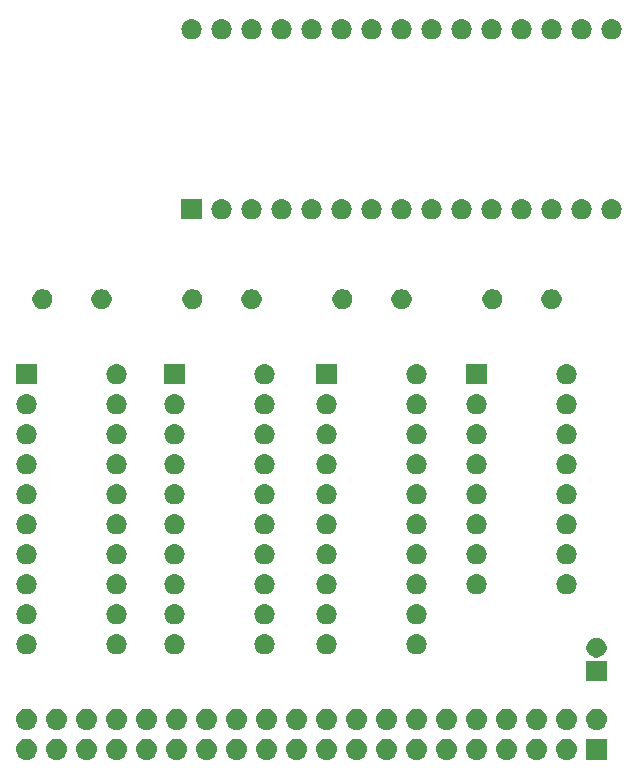
<source format=gbr>
G04 #@! TF.GenerationSoftware,KiCad,Pcbnew,(5.1.0-0)*
G04 #@! TF.CreationDate,2019-11-30T18:13:17-08:00*
G04 #@! TF.ProjectId,ArduinoSerialCard,41726475-696e-46f5-9365-7269616c4361,rev?*
G04 #@! TF.SameCoordinates,Original*
G04 #@! TF.FileFunction,Soldermask,Bot*
G04 #@! TF.FilePolarity,Negative*
%FSLAX46Y46*%
G04 Gerber Fmt 4.6, Leading zero omitted, Abs format (unit mm)*
G04 Created by KiCad (PCBNEW (5.1.0-0)) date 2019-11-30 18:13:17*
%MOMM*%
%LPD*%
G04 APERTURE LIST*
%ADD10C,0.100000*%
G04 APERTURE END LIST*
D10*
G36*
X162191000Y-134251000D02*
G01*
X160389000Y-134251000D01*
X160389000Y-132449000D01*
X162191000Y-132449000D01*
X162191000Y-134251000D01*
X162191000Y-134251000D01*
G37*
G36*
X158860442Y-132455518D02*
G01*
X158926627Y-132462037D01*
X159096466Y-132513557D01*
X159252991Y-132597222D01*
X159288729Y-132626552D01*
X159390186Y-132709814D01*
X159473448Y-132811271D01*
X159502778Y-132847009D01*
X159586443Y-133003534D01*
X159637963Y-133173373D01*
X159655359Y-133350000D01*
X159637963Y-133526627D01*
X159586443Y-133696466D01*
X159502778Y-133852991D01*
X159473448Y-133888729D01*
X159390186Y-133990186D01*
X159288729Y-134073448D01*
X159252991Y-134102778D01*
X159096466Y-134186443D01*
X158926627Y-134237963D01*
X158860443Y-134244481D01*
X158794260Y-134251000D01*
X158705740Y-134251000D01*
X158639557Y-134244481D01*
X158573373Y-134237963D01*
X158403534Y-134186443D01*
X158247009Y-134102778D01*
X158211271Y-134073448D01*
X158109814Y-133990186D01*
X158026552Y-133888729D01*
X157997222Y-133852991D01*
X157913557Y-133696466D01*
X157862037Y-133526627D01*
X157844641Y-133350000D01*
X157862037Y-133173373D01*
X157913557Y-133003534D01*
X157997222Y-132847009D01*
X158026552Y-132811271D01*
X158109814Y-132709814D01*
X158211271Y-132626552D01*
X158247009Y-132597222D01*
X158403534Y-132513557D01*
X158573373Y-132462037D01*
X158639558Y-132455518D01*
X158705740Y-132449000D01*
X158794260Y-132449000D01*
X158860442Y-132455518D01*
X158860442Y-132455518D01*
G37*
G36*
X156320442Y-132455518D02*
G01*
X156386627Y-132462037D01*
X156556466Y-132513557D01*
X156712991Y-132597222D01*
X156748729Y-132626552D01*
X156850186Y-132709814D01*
X156933448Y-132811271D01*
X156962778Y-132847009D01*
X157046443Y-133003534D01*
X157097963Y-133173373D01*
X157115359Y-133350000D01*
X157097963Y-133526627D01*
X157046443Y-133696466D01*
X156962778Y-133852991D01*
X156933448Y-133888729D01*
X156850186Y-133990186D01*
X156748729Y-134073448D01*
X156712991Y-134102778D01*
X156556466Y-134186443D01*
X156386627Y-134237963D01*
X156320443Y-134244481D01*
X156254260Y-134251000D01*
X156165740Y-134251000D01*
X156099557Y-134244481D01*
X156033373Y-134237963D01*
X155863534Y-134186443D01*
X155707009Y-134102778D01*
X155671271Y-134073448D01*
X155569814Y-133990186D01*
X155486552Y-133888729D01*
X155457222Y-133852991D01*
X155373557Y-133696466D01*
X155322037Y-133526627D01*
X155304641Y-133350000D01*
X155322037Y-133173373D01*
X155373557Y-133003534D01*
X155457222Y-132847009D01*
X155486552Y-132811271D01*
X155569814Y-132709814D01*
X155671271Y-132626552D01*
X155707009Y-132597222D01*
X155863534Y-132513557D01*
X156033373Y-132462037D01*
X156099558Y-132455518D01*
X156165740Y-132449000D01*
X156254260Y-132449000D01*
X156320442Y-132455518D01*
X156320442Y-132455518D01*
G37*
G36*
X153780442Y-132455518D02*
G01*
X153846627Y-132462037D01*
X154016466Y-132513557D01*
X154172991Y-132597222D01*
X154208729Y-132626552D01*
X154310186Y-132709814D01*
X154393448Y-132811271D01*
X154422778Y-132847009D01*
X154506443Y-133003534D01*
X154557963Y-133173373D01*
X154575359Y-133350000D01*
X154557963Y-133526627D01*
X154506443Y-133696466D01*
X154422778Y-133852991D01*
X154393448Y-133888729D01*
X154310186Y-133990186D01*
X154208729Y-134073448D01*
X154172991Y-134102778D01*
X154016466Y-134186443D01*
X153846627Y-134237963D01*
X153780443Y-134244481D01*
X153714260Y-134251000D01*
X153625740Y-134251000D01*
X153559557Y-134244481D01*
X153493373Y-134237963D01*
X153323534Y-134186443D01*
X153167009Y-134102778D01*
X153131271Y-134073448D01*
X153029814Y-133990186D01*
X152946552Y-133888729D01*
X152917222Y-133852991D01*
X152833557Y-133696466D01*
X152782037Y-133526627D01*
X152764641Y-133350000D01*
X152782037Y-133173373D01*
X152833557Y-133003534D01*
X152917222Y-132847009D01*
X152946552Y-132811271D01*
X153029814Y-132709814D01*
X153131271Y-132626552D01*
X153167009Y-132597222D01*
X153323534Y-132513557D01*
X153493373Y-132462037D01*
X153559558Y-132455518D01*
X153625740Y-132449000D01*
X153714260Y-132449000D01*
X153780442Y-132455518D01*
X153780442Y-132455518D01*
G37*
G36*
X151240442Y-132455518D02*
G01*
X151306627Y-132462037D01*
X151476466Y-132513557D01*
X151632991Y-132597222D01*
X151668729Y-132626552D01*
X151770186Y-132709814D01*
X151853448Y-132811271D01*
X151882778Y-132847009D01*
X151966443Y-133003534D01*
X152017963Y-133173373D01*
X152035359Y-133350000D01*
X152017963Y-133526627D01*
X151966443Y-133696466D01*
X151882778Y-133852991D01*
X151853448Y-133888729D01*
X151770186Y-133990186D01*
X151668729Y-134073448D01*
X151632991Y-134102778D01*
X151476466Y-134186443D01*
X151306627Y-134237963D01*
X151240443Y-134244481D01*
X151174260Y-134251000D01*
X151085740Y-134251000D01*
X151019557Y-134244481D01*
X150953373Y-134237963D01*
X150783534Y-134186443D01*
X150627009Y-134102778D01*
X150591271Y-134073448D01*
X150489814Y-133990186D01*
X150406552Y-133888729D01*
X150377222Y-133852991D01*
X150293557Y-133696466D01*
X150242037Y-133526627D01*
X150224641Y-133350000D01*
X150242037Y-133173373D01*
X150293557Y-133003534D01*
X150377222Y-132847009D01*
X150406552Y-132811271D01*
X150489814Y-132709814D01*
X150591271Y-132626552D01*
X150627009Y-132597222D01*
X150783534Y-132513557D01*
X150953373Y-132462037D01*
X151019558Y-132455518D01*
X151085740Y-132449000D01*
X151174260Y-132449000D01*
X151240442Y-132455518D01*
X151240442Y-132455518D01*
G37*
G36*
X148700442Y-132455518D02*
G01*
X148766627Y-132462037D01*
X148936466Y-132513557D01*
X149092991Y-132597222D01*
X149128729Y-132626552D01*
X149230186Y-132709814D01*
X149313448Y-132811271D01*
X149342778Y-132847009D01*
X149426443Y-133003534D01*
X149477963Y-133173373D01*
X149495359Y-133350000D01*
X149477963Y-133526627D01*
X149426443Y-133696466D01*
X149342778Y-133852991D01*
X149313448Y-133888729D01*
X149230186Y-133990186D01*
X149128729Y-134073448D01*
X149092991Y-134102778D01*
X148936466Y-134186443D01*
X148766627Y-134237963D01*
X148700443Y-134244481D01*
X148634260Y-134251000D01*
X148545740Y-134251000D01*
X148479557Y-134244481D01*
X148413373Y-134237963D01*
X148243534Y-134186443D01*
X148087009Y-134102778D01*
X148051271Y-134073448D01*
X147949814Y-133990186D01*
X147866552Y-133888729D01*
X147837222Y-133852991D01*
X147753557Y-133696466D01*
X147702037Y-133526627D01*
X147684641Y-133350000D01*
X147702037Y-133173373D01*
X147753557Y-133003534D01*
X147837222Y-132847009D01*
X147866552Y-132811271D01*
X147949814Y-132709814D01*
X148051271Y-132626552D01*
X148087009Y-132597222D01*
X148243534Y-132513557D01*
X148413373Y-132462037D01*
X148479558Y-132455518D01*
X148545740Y-132449000D01*
X148634260Y-132449000D01*
X148700442Y-132455518D01*
X148700442Y-132455518D01*
G37*
G36*
X146160442Y-132455518D02*
G01*
X146226627Y-132462037D01*
X146396466Y-132513557D01*
X146552991Y-132597222D01*
X146588729Y-132626552D01*
X146690186Y-132709814D01*
X146773448Y-132811271D01*
X146802778Y-132847009D01*
X146886443Y-133003534D01*
X146937963Y-133173373D01*
X146955359Y-133350000D01*
X146937963Y-133526627D01*
X146886443Y-133696466D01*
X146802778Y-133852991D01*
X146773448Y-133888729D01*
X146690186Y-133990186D01*
X146588729Y-134073448D01*
X146552991Y-134102778D01*
X146396466Y-134186443D01*
X146226627Y-134237963D01*
X146160443Y-134244481D01*
X146094260Y-134251000D01*
X146005740Y-134251000D01*
X145939557Y-134244481D01*
X145873373Y-134237963D01*
X145703534Y-134186443D01*
X145547009Y-134102778D01*
X145511271Y-134073448D01*
X145409814Y-133990186D01*
X145326552Y-133888729D01*
X145297222Y-133852991D01*
X145213557Y-133696466D01*
X145162037Y-133526627D01*
X145144641Y-133350000D01*
X145162037Y-133173373D01*
X145213557Y-133003534D01*
X145297222Y-132847009D01*
X145326552Y-132811271D01*
X145409814Y-132709814D01*
X145511271Y-132626552D01*
X145547009Y-132597222D01*
X145703534Y-132513557D01*
X145873373Y-132462037D01*
X145939558Y-132455518D01*
X146005740Y-132449000D01*
X146094260Y-132449000D01*
X146160442Y-132455518D01*
X146160442Y-132455518D01*
G37*
G36*
X143620442Y-132455518D02*
G01*
X143686627Y-132462037D01*
X143856466Y-132513557D01*
X144012991Y-132597222D01*
X144048729Y-132626552D01*
X144150186Y-132709814D01*
X144233448Y-132811271D01*
X144262778Y-132847009D01*
X144346443Y-133003534D01*
X144397963Y-133173373D01*
X144415359Y-133350000D01*
X144397963Y-133526627D01*
X144346443Y-133696466D01*
X144262778Y-133852991D01*
X144233448Y-133888729D01*
X144150186Y-133990186D01*
X144048729Y-134073448D01*
X144012991Y-134102778D01*
X143856466Y-134186443D01*
X143686627Y-134237963D01*
X143620443Y-134244481D01*
X143554260Y-134251000D01*
X143465740Y-134251000D01*
X143399557Y-134244481D01*
X143333373Y-134237963D01*
X143163534Y-134186443D01*
X143007009Y-134102778D01*
X142971271Y-134073448D01*
X142869814Y-133990186D01*
X142786552Y-133888729D01*
X142757222Y-133852991D01*
X142673557Y-133696466D01*
X142622037Y-133526627D01*
X142604641Y-133350000D01*
X142622037Y-133173373D01*
X142673557Y-133003534D01*
X142757222Y-132847009D01*
X142786552Y-132811271D01*
X142869814Y-132709814D01*
X142971271Y-132626552D01*
X143007009Y-132597222D01*
X143163534Y-132513557D01*
X143333373Y-132462037D01*
X143399558Y-132455518D01*
X143465740Y-132449000D01*
X143554260Y-132449000D01*
X143620442Y-132455518D01*
X143620442Y-132455518D01*
G37*
G36*
X141080442Y-132455518D02*
G01*
X141146627Y-132462037D01*
X141316466Y-132513557D01*
X141472991Y-132597222D01*
X141508729Y-132626552D01*
X141610186Y-132709814D01*
X141693448Y-132811271D01*
X141722778Y-132847009D01*
X141806443Y-133003534D01*
X141857963Y-133173373D01*
X141875359Y-133350000D01*
X141857963Y-133526627D01*
X141806443Y-133696466D01*
X141722778Y-133852991D01*
X141693448Y-133888729D01*
X141610186Y-133990186D01*
X141508729Y-134073448D01*
X141472991Y-134102778D01*
X141316466Y-134186443D01*
X141146627Y-134237963D01*
X141080443Y-134244481D01*
X141014260Y-134251000D01*
X140925740Y-134251000D01*
X140859557Y-134244481D01*
X140793373Y-134237963D01*
X140623534Y-134186443D01*
X140467009Y-134102778D01*
X140431271Y-134073448D01*
X140329814Y-133990186D01*
X140246552Y-133888729D01*
X140217222Y-133852991D01*
X140133557Y-133696466D01*
X140082037Y-133526627D01*
X140064641Y-133350000D01*
X140082037Y-133173373D01*
X140133557Y-133003534D01*
X140217222Y-132847009D01*
X140246552Y-132811271D01*
X140329814Y-132709814D01*
X140431271Y-132626552D01*
X140467009Y-132597222D01*
X140623534Y-132513557D01*
X140793373Y-132462037D01*
X140859558Y-132455518D01*
X140925740Y-132449000D01*
X141014260Y-132449000D01*
X141080442Y-132455518D01*
X141080442Y-132455518D01*
G37*
G36*
X138540442Y-132455518D02*
G01*
X138606627Y-132462037D01*
X138776466Y-132513557D01*
X138932991Y-132597222D01*
X138968729Y-132626552D01*
X139070186Y-132709814D01*
X139153448Y-132811271D01*
X139182778Y-132847009D01*
X139266443Y-133003534D01*
X139317963Y-133173373D01*
X139335359Y-133350000D01*
X139317963Y-133526627D01*
X139266443Y-133696466D01*
X139182778Y-133852991D01*
X139153448Y-133888729D01*
X139070186Y-133990186D01*
X138968729Y-134073448D01*
X138932991Y-134102778D01*
X138776466Y-134186443D01*
X138606627Y-134237963D01*
X138540443Y-134244481D01*
X138474260Y-134251000D01*
X138385740Y-134251000D01*
X138319557Y-134244481D01*
X138253373Y-134237963D01*
X138083534Y-134186443D01*
X137927009Y-134102778D01*
X137891271Y-134073448D01*
X137789814Y-133990186D01*
X137706552Y-133888729D01*
X137677222Y-133852991D01*
X137593557Y-133696466D01*
X137542037Y-133526627D01*
X137524641Y-133350000D01*
X137542037Y-133173373D01*
X137593557Y-133003534D01*
X137677222Y-132847009D01*
X137706552Y-132811271D01*
X137789814Y-132709814D01*
X137891271Y-132626552D01*
X137927009Y-132597222D01*
X138083534Y-132513557D01*
X138253373Y-132462037D01*
X138319558Y-132455518D01*
X138385740Y-132449000D01*
X138474260Y-132449000D01*
X138540442Y-132455518D01*
X138540442Y-132455518D01*
G37*
G36*
X136000442Y-132455518D02*
G01*
X136066627Y-132462037D01*
X136236466Y-132513557D01*
X136392991Y-132597222D01*
X136428729Y-132626552D01*
X136530186Y-132709814D01*
X136613448Y-132811271D01*
X136642778Y-132847009D01*
X136726443Y-133003534D01*
X136777963Y-133173373D01*
X136795359Y-133350000D01*
X136777963Y-133526627D01*
X136726443Y-133696466D01*
X136642778Y-133852991D01*
X136613448Y-133888729D01*
X136530186Y-133990186D01*
X136428729Y-134073448D01*
X136392991Y-134102778D01*
X136236466Y-134186443D01*
X136066627Y-134237963D01*
X136000443Y-134244481D01*
X135934260Y-134251000D01*
X135845740Y-134251000D01*
X135779557Y-134244481D01*
X135713373Y-134237963D01*
X135543534Y-134186443D01*
X135387009Y-134102778D01*
X135351271Y-134073448D01*
X135249814Y-133990186D01*
X135166552Y-133888729D01*
X135137222Y-133852991D01*
X135053557Y-133696466D01*
X135002037Y-133526627D01*
X134984641Y-133350000D01*
X135002037Y-133173373D01*
X135053557Y-133003534D01*
X135137222Y-132847009D01*
X135166552Y-132811271D01*
X135249814Y-132709814D01*
X135351271Y-132626552D01*
X135387009Y-132597222D01*
X135543534Y-132513557D01*
X135713373Y-132462037D01*
X135779558Y-132455518D01*
X135845740Y-132449000D01*
X135934260Y-132449000D01*
X136000442Y-132455518D01*
X136000442Y-132455518D01*
G37*
G36*
X133460442Y-132455518D02*
G01*
X133526627Y-132462037D01*
X133696466Y-132513557D01*
X133852991Y-132597222D01*
X133888729Y-132626552D01*
X133990186Y-132709814D01*
X134073448Y-132811271D01*
X134102778Y-132847009D01*
X134186443Y-133003534D01*
X134237963Y-133173373D01*
X134255359Y-133350000D01*
X134237963Y-133526627D01*
X134186443Y-133696466D01*
X134102778Y-133852991D01*
X134073448Y-133888729D01*
X133990186Y-133990186D01*
X133888729Y-134073448D01*
X133852991Y-134102778D01*
X133696466Y-134186443D01*
X133526627Y-134237963D01*
X133460443Y-134244481D01*
X133394260Y-134251000D01*
X133305740Y-134251000D01*
X133239557Y-134244481D01*
X133173373Y-134237963D01*
X133003534Y-134186443D01*
X132847009Y-134102778D01*
X132811271Y-134073448D01*
X132709814Y-133990186D01*
X132626552Y-133888729D01*
X132597222Y-133852991D01*
X132513557Y-133696466D01*
X132462037Y-133526627D01*
X132444641Y-133350000D01*
X132462037Y-133173373D01*
X132513557Y-133003534D01*
X132597222Y-132847009D01*
X132626552Y-132811271D01*
X132709814Y-132709814D01*
X132811271Y-132626552D01*
X132847009Y-132597222D01*
X133003534Y-132513557D01*
X133173373Y-132462037D01*
X133239558Y-132455518D01*
X133305740Y-132449000D01*
X133394260Y-132449000D01*
X133460442Y-132455518D01*
X133460442Y-132455518D01*
G37*
G36*
X130920442Y-132455518D02*
G01*
X130986627Y-132462037D01*
X131156466Y-132513557D01*
X131312991Y-132597222D01*
X131348729Y-132626552D01*
X131450186Y-132709814D01*
X131533448Y-132811271D01*
X131562778Y-132847009D01*
X131646443Y-133003534D01*
X131697963Y-133173373D01*
X131715359Y-133350000D01*
X131697963Y-133526627D01*
X131646443Y-133696466D01*
X131562778Y-133852991D01*
X131533448Y-133888729D01*
X131450186Y-133990186D01*
X131348729Y-134073448D01*
X131312991Y-134102778D01*
X131156466Y-134186443D01*
X130986627Y-134237963D01*
X130920443Y-134244481D01*
X130854260Y-134251000D01*
X130765740Y-134251000D01*
X130699557Y-134244481D01*
X130633373Y-134237963D01*
X130463534Y-134186443D01*
X130307009Y-134102778D01*
X130271271Y-134073448D01*
X130169814Y-133990186D01*
X130086552Y-133888729D01*
X130057222Y-133852991D01*
X129973557Y-133696466D01*
X129922037Y-133526627D01*
X129904641Y-133350000D01*
X129922037Y-133173373D01*
X129973557Y-133003534D01*
X130057222Y-132847009D01*
X130086552Y-132811271D01*
X130169814Y-132709814D01*
X130271271Y-132626552D01*
X130307009Y-132597222D01*
X130463534Y-132513557D01*
X130633373Y-132462037D01*
X130699558Y-132455518D01*
X130765740Y-132449000D01*
X130854260Y-132449000D01*
X130920442Y-132455518D01*
X130920442Y-132455518D01*
G37*
G36*
X128380442Y-132455518D02*
G01*
X128446627Y-132462037D01*
X128616466Y-132513557D01*
X128772991Y-132597222D01*
X128808729Y-132626552D01*
X128910186Y-132709814D01*
X128993448Y-132811271D01*
X129022778Y-132847009D01*
X129106443Y-133003534D01*
X129157963Y-133173373D01*
X129175359Y-133350000D01*
X129157963Y-133526627D01*
X129106443Y-133696466D01*
X129022778Y-133852991D01*
X128993448Y-133888729D01*
X128910186Y-133990186D01*
X128808729Y-134073448D01*
X128772991Y-134102778D01*
X128616466Y-134186443D01*
X128446627Y-134237963D01*
X128380443Y-134244481D01*
X128314260Y-134251000D01*
X128225740Y-134251000D01*
X128159557Y-134244481D01*
X128093373Y-134237963D01*
X127923534Y-134186443D01*
X127767009Y-134102778D01*
X127731271Y-134073448D01*
X127629814Y-133990186D01*
X127546552Y-133888729D01*
X127517222Y-133852991D01*
X127433557Y-133696466D01*
X127382037Y-133526627D01*
X127364641Y-133350000D01*
X127382037Y-133173373D01*
X127433557Y-133003534D01*
X127517222Y-132847009D01*
X127546552Y-132811271D01*
X127629814Y-132709814D01*
X127731271Y-132626552D01*
X127767009Y-132597222D01*
X127923534Y-132513557D01*
X128093373Y-132462037D01*
X128159558Y-132455518D01*
X128225740Y-132449000D01*
X128314260Y-132449000D01*
X128380442Y-132455518D01*
X128380442Y-132455518D01*
G37*
G36*
X125840442Y-132455518D02*
G01*
X125906627Y-132462037D01*
X126076466Y-132513557D01*
X126232991Y-132597222D01*
X126268729Y-132626552D01*
X126370186Y-132709814D01*
X126453448Y-132811271D01*
X126482778Y-132847009D01*
X126566443Y-133003534D01*
X126617963Y-133173373D01*
X126635359Y-133350000D01*
X126617963Y-133526627D01*
X126566443Y-133696466D01*
X126482778Y-133852991D01*
X126453448Y-133888729D01*
X126370186Y-133990186D01*
X126268729Y-134073448D01*
X126232991Y-134102778D01*
X126076466Y-134186443D01*
X125906627Y-134237963D01*
X125840443Y-134244481D01*
X125774260Y-134251000D01*
X125685740Y-134251000D01*
X125619557Y-134244481D01*
X125553373Y-134237963D01*
X125383534Y-134186443D01*
X125227009Y-134102778D01*
X125191271Y-134073448D01*
X125089814Y-133990186D01*
X125006552Y-133888729D01*
X124977222Y-133852991D01*
X124893557Y-133696466D01*
X124842037Y-133526627D01*
X124824641Y-133350000D01*
X124842037Y-133173373D01*
X124893557Y-133003534D01*
X124977222Y-132847009D01*
X125006552Y-132811271D01*
X125089814Y-132709814D01*
X125191271Y-132626552D01*
X125227009Y-132597222D01*
X125383534Y-132513557D01*
X125553373Y-132462037D01*
X125619558Y-132455518D01*
X125685740Y-132449000D01*
X125774260Y-132449000D01*
X125840442Y-132455518D01*
X125840442Y-132455518D01*
G37*
G36*
X123300442Y-132455518D02*
G01*
X123366627Y-132462037D01*
X123536466Y-132513557D01*
X123692991Y-132597222D01*
X123728729Y-132626552D01*
X123830186Y-132709814D01*
X123913448Y-132811271D01*
X123942778Y-132847009D01*
X124026443Y-133003534D01*
X124077963Y-133173373D01*
X124095359Y-133350000D01*
X124077963Y-133526627D01*
X124026443Y-133696466D01*
X123942778Y-133852991D01*
X123913448Y-133888729D01*
X123830186Y-133990186D01*
X123728729Y-134073448D01*
X123692991Y-134102778D01*
X123536466Y-134186443D01*
X123366627Y-134237963D01*
X123300443Y-134244481D01*
X123234260Y-134251000D01*
X123145740Y-134251000D01*
X123079557Y-134244481D01*
X123013373Y-134237963D01*
X122843534Y-134186443D01*
X122687009Y-134102778D01*
X122651271Y-134073448D01*
X122549814Y-133990186D01*
X122466552Y-133888729D01*
X122437222Y-133852991D01*
X122353557Y-133696466D01*
X122302037Y-133526627D01*
X122284641Y-133350000D01*
X122302037Y-133173373D01*
X122353557Y-133003534D01*
X122437222Y-132847009D01*
X122466552Y-132811271D01*
X122549814Y-132709814D01*
X122651271Y-132626552D01*
X122687009Y-132597222D01*
X122843534Y-132513557D01*
X123013373Y-132462037D01*
X123079558Y-132455518D01*
X123145740Y-132449000D01*
X123234260Y-132449000D01*
X123300442Y-132455518D01*
X123300442Y-132455518D01*
G37*
G36*
X120760442Y-132455518D02*
G01*
X120826627Y-132462037D01*
X120996466Y-132513557D01*
X121152991Y-132597222D01*
X121188729Y-132626552D01*
X121290186Y-132709814D01*
X121373448Y-132811271D01*
X121402778Y-132847009D01*
X121486443Y-133003534D01*
X121537963Y-133173373D01*
X121555359Y-133350000D01*
X121537963Y-133526627D01*
X121486443Y-133696466D01*
X121402778Y-133852991D01*
X121373448Y-133888729D01*
X121290186Y-133990186D01*
X121188729Y-134073448D01*
X121152991Y-134102778D01*
X120996466Y-134186443D01*
X120826627Y-134237963D01*
X120760443Y-134244481D01*
X120694260Y-134251000D01*
X120605740Y-134251000D01*
X120539557Y-134244481D01*
X120473373Y-134237963D01*
X120303534Y-134186443D01*
X120147009Y-134102778D01*
X120111271Y-134073448D01*
X120009814Y-133990186D01*
X119926552Y-133888729D01*
X119897222Y-133852991D01*
X119813557Y-133696466D01*
X119762037Y-133526627D01*
X119744641Y-133350000D01*
X119762037Y-133173373D01*
X119813557Y-133003534D01*
X119897222Y-132847009D01*
X119926552Y-132811271D01*
X120009814Y-132709814D01*
X120111271Y-132626552D01*
X120147009Y-132597222D01*
X120303534Y-132513557D01*
X120473373Y-132462037D01*
X120539558Y-132455518D01*
X120605740Y-132449000D01*
X120694260Y-132449000D01*
X120760442Y-132455518D01*
X120760442Y-132455518D01*
G37*
G36*
X118220442Y-132455518D02*
G01*
X118286627Y-132462037D01*
X118456466Y-132513557D01*
X118612991Y-132597222D01*
X118648729Y-132626552D01*
X118750186Y-132709814D01*
X118833448Y-132811271D01*
X118862778Y-132847009D01*
X118946443Y-133003534D01*
X118997963Y-133173373D01*
X119015359Y-133350000D01*
X118997963Y-133526627D01*
X118946443Y-133696466D01*
X118862778Y-133852991D01*
X118833448Y-133888729D01*
X118750186Y-133990186D01*
X118648729Y-134073448D01*
X118612991Y-134102778D01*
X118456466Y-134186443D01*
X118286627Y-134237963D01*
X118220443Y-134244481D01*
X118154260Y-134251000D01*
X118065740Y-134251000D01*
X117999557Y-134244481D01*
X117933373Y-134237963D01*
X117763534Y-134186443D01*
X117607009Y-134102778D01*
X117571271Y-134073448D01*
X117469814Y-133990186D01*
X117386552Y-133888729D01*
X117357222Y-133852991D01*
X117273557Y-133696466D01*
X117222037Y-133526627D01*
X117204641Y-133350000D01*
X117222037Y-133173373D01*
X117273557Y-133003534D01*
X117357222Y-132847009D01*
X117386552Y-132811271D01*
X117469814Y-132709814D01*
X117571271Y-132626552D01*
X117607009Y-132597222D01*
X117763534Y-132513557D01*
X117933373Y-132462037D01*
X117999558Y-132455518D01*
X118065740Y-132449000D01*
X118154260Y-132449000D01*
X118220442Y-132455518D01*
X118220442Y-132455518D01*
G37*
G36*
X115680442Y-132455518D02*
G01*
X115746627Y-132462037D01*
X115916466Y-132513557D01*
X116072991Y-132597222D01*
X116108729Y-132626552D01*
X116210186Y-132709814D01*
X116293448Y-132811271D01*
X116322778Y-132847009D01*
X116406443Y-133003534D01*
X116457963Y-133173373D01*
X116475359Y-133350000D01*
X116457963Y-133526627D01*
X116406443Y-133696466D01*
X116322778Y-133852991D01*
X116293448Y-133888729D01*
X116210186Y-133990186D01*
X116108729Y-134073448D01*
X116072991Y-134102778D01*
X115916466Y-134186443D01*
X115746627Y-134237963D01*
X115680443Y-134244481D01*
X115614260Y-134251000D01*
X115525740Y-134251000D01*
X115459557Y-134244481D01*
X115393373Y-134237963D01*
X115223534Y-134186443D01*
X115067009Y-134102778D01*
X115031271Y-134073448D01*
X114929814Y-133990186D01*
X114846552Y-133888729D01*
X114817222Y-133852991D01*
X114733557Y-133696466D01*
X114682037Y-133526627D01*
X114664641Y-133350000D01*
X114682037Y-133173373D01*
X114733557Y-133003534D01*
X114817222Y-132847009D01*
X114846552Y-132811271D01*
X114929814Y-132709814D01*
X115031271Y-132626552D01*
X115067009Y-132597222D01*
X115223534Y-132513557D01*
X115393373Y-132462037D01*
X115459558Y-132455518D01*
X115525740Y-132449000D01*
X115614260Y-132449000D01*
X115680442Y-132455518D01*
X115680442Y-132455518D01*
G37*
G36*
X113140442Y-132455518D02*
G01*
X113206627Y-132462037D01*
X113376466Y-132513557D01*
X113532991Y-132597222D01*
X113568729Y-132626552D01*
X113670186Y-132709814D01*
X113753448Y-132811271D01*
X113782778Y-132847009D01*
X113866443Y-133003534D01*
X113917963Y-133173373D01*
X113935359Y-133350000D01*
X113917963Y-133526627D01*
X113866443Y-133696466D01*
X113782778Y-133852991D01*
X113753448Y-133888729D01*
X113670186Y-133990186D01*
X113568729Y-134073448D01*
X113532991Y-134102778D01*
X113376466Y-134186443D01*
X113206627Y-134237963D01*
X113140443Y-134244481D01*
X113074260Y-134251000D01*
X112985740Y-134251000D01*
X112919557Y-134244481D01*
X112853373Y-134237963D01*
X112683534Y-134186443D01*
X112527009Y-134102778D01*
X112491271Y-134073448D01*
X112389814Y-133990186D01*
X112306552Y-133888729D01*
X112277222Y-133852991D01*
X112193557Y-133696466D01*
X112142037Y-133526627D01*
X112124641Y-133350000D01*
X112142037Y-133173373D01*
X112193557Y-133003534D01*
X112277222Y-132847009D01*
X112306552Y-132811271D01*
X112389814Y-132709814D01*
X112491271Y-132626552D01*
X112527009Y-132597222D01*
X112683534Y-132513557D01*
X112853373Y-132462037D01*
X112919558Y-132455518D01*
X112985740Y-132449000D01*
X113074260Y-132449000D01*
X113140442Y-132455518D01*
X113140442Y-132455518D01*
G37*
G36*
X138540442Y-129915518D02*
G01*
X138606627Y-129922037D01*
X138776466Y-129973557D01*
X138932991Y-130057222D01*
X138968729Y-130086552D01*
X139070186Y-130169814D01*
X139153448Y-130271271D01*
X139182778Y-130307009D01*
X139266443Y-130463534D01*
X139317963Y-130633373D01*
X139335359Y-130810000D01*
X139317963Y-130986627D01*
X139266443Y-131156466D01*
X139182778Y-131312991D01*
X139153448Y-131348729D01*
X139070186Y-131450186D01*
X138968729Y-131533448D01*
X138932991Y-131562778D01*
X138776466Y-131646443D01*
X138606627Y-131697963D01*
X138540443Y-131704481D01*
X138474260Y-131711000D01*
X138385740Y-131711000D01*
X138319557Y-131704481D01*
X138253373Y-131697963D01*
X138083534Y-131646443D01*
X137927009Y-131562778D01*
X137891271Y-131533448D01*
X137789814Y-131450186D01*
X137706552Y-131348729D01*
X137677222Y-131312991D01*
X137593557Y-131156466D01*
X137542037Y-130986627D01*
X137524641Y-130810000D01*
X137542037Y-130633373D01*
X137593557Y-130463534D01*
X137677222Y-130307009D01*
X137706552Y-130271271D01*
X137789814Y-130169814D01*
X137891271Y-130086552D01*
X137927009Y-130057222D01*
X138083534Y-129973557D01*
X138253373Y-129922037D01*
X138319558Y-129915518D01*
X138385740Y-129909000D01*
X138474260Y-129909000D01*
X138540442Y-129915518D01*
X138540442Y-129915518D01*
G37*
G36*
X113140442Y-129915518D02*
G01*
X113206627Y-129922037D01*
X113376466Y-129973557D01*
X113532991Y-130057222D01*
X113568729Y-130086552D01*
X113670186Y-130169814D01*
X113753448Y-130271271D01*
X113782778Y-130307009D01*
X113866443Y-130463534D01*
X113917963Y-130633373D01*
X113935359Y-130810000D01*
X113917963Y-130986627D01*
X113866443Y-131156466D01*
X113782778Y-131312991D01*
X113753448Y-131348729D01*
X113670186Y-131450186D01*
X113568729Y-131533448D01*
X113532991Y-131562778D01*
X113376466Y-131646443D01*
X113206627Y-131697963D01*
X113140443Y-131704481D01*
X113074260Y-131711000D01*
X112985740Y-131711000D01*
X112919557Y-131704481D01*
X112853373Y-131697963D01*
X112683534Y-131646443D01*
X112527009Y-131562778D01*
X112491271Y-131533448D01*
X112389814Y-131450186D01*
X112306552Y-131348729D01*
X112277222Y-131312991D01*
X112193557Y-131156466D01*
X112142037Y-130986627D01*
X112124641Y-130810000D01*
X112142037Y-130633373D01*
X112193557Y-130463534D01*
X112277222Y-130307009D01*
X112306552Y-130271271D01*
X112389814Y-130169814D01*
X112491271Y-130086552D01*
X112527009Y-130057222D01*
X112683534Y-129973557D01*
X112853373Y-129922037D01*
X112919558Y-129915518D01*
X112985740Y-129909000D01*
X113074260Y-129909000D01*
X113140442Y-129915518D01*
X113140442Y-129915518D01*
G37*
G36*
X161400442Y-129915518D02*
G01*
X161466627Y-129922037D01*
X161636466Y-129973557D01*
X161792991Y-130057222D01*
X161828729Y-130086552D01*
X161930186Y-130169814D01*
X162013448Y-130271271D01*
X162042778Y-130307009D01*
X162126443Y-130463534D01*
X162177963Y-130633373D01*
X162195359Y-130810000D01*
X162177963Y-130986627D01*
X162126443Y-131156466D01*
X162042778Y-131312991D01*
X162013448Y-131348729D01*
X161930186Y-131450186D01*
X161828729Y-131533448D01*
X161792991Y-131562778D01*
X161636466Y-131646443D01*
X161466627Y-131697963D01*
X161400443Y-131704481D01*
X161334260Y-131711000D01*
X161245740Y-131711000D01*
X161179557Y-131704481D01*
X161113373Y-131697963D01*
X160943534Y-131646443D01*
X160787009Y-131562778D01*
X160751271Y-131533448D01*
X160649814Y-131450186D01*
X160566552Y-131348729D01*
X160537222Y-131312991D01*
X160453557Y-131156466D01*
X160402037Y-130986627D01*
X160384641Y-130810000D01*
X160402037Y-130633373D01*
X160453557Y-130463534D01*
X160537222Y-130307009D01*
X160566552Y-130271271D01*
X160649814Y-130169814D01*
X160751271Y-130086552D01*
X160787009Y-130057222D01*
X160943534Y-129973557D01*
X161113373Y-129922037D01*
X161179558Y-129915518D01*
X161245740Y-129909000D01*
X161334260Y-129909000D01*
X161400442Y-129915518D01*
X161400442Y-129915518D01*
G37*
G36*
X115680442Y-129915518D02*
G01*
X115746627Y-129922037D01*
X115916466Y-129973557D01*
X116072991Y-130057222D01*
X116108729Y-130086552D01*
X116210186Y-130169814D01*
X116293448Y-130271271D01*
X116322778Y-130307009D01*
X116406443Y-130463534D01*
X116457963Y-130633373D01*
X116475359Y-130810000D01*
X116457963Y-130986627D01*
X116406443Y-131156466D01*
X116322778Y-131312991D01*
X116293448Y-131348729D01*
X116210186Y-131450186D01*
X116108729Y-131533448D01*
X116072991Y-131562778D01*
X115916466Y-131646443D01*
X115746627Y-131697963D01*
X115680443Y-131704481D01*
X115614260Y-131711000D01*
X115525740Y-131711000D01*
X115459557Y-131704481D01*
X115393373Y-131697963D01*
X115223534Y-131646443D01*
X115067009Y-131562778D01*
X115031271Y-131533448D01*
X114929814Y-131450186D01*
X114846552Y-131348729D01*
X114817222Y-131312991D01*
X114733557Y-131156466D01*
X114682037Y-130986627D01*
X114664641Y-130810000D01*
X114682037Y-130633373D01*
X114733557Y-130463534D01*
X114817222Y-130307009D01*
X114846552Y-130271271D01*
X114929814Y-130169814D01*
X115031271Y-130086552D01*
X115067009Y-130057222D01*
X115223534Y-129973557D01*
X115393373Y-129922037D01*
X115459558Y-129915518D01*
X115525740Y-129909000D01*
X115614260Y-129909000D01*
X115680442Y-129915518D01*
X115680442Y-129915518D01*
G37*
G36*
X158860442Y-129915518D02*
G01*
X158926627Y-129922037D01*
X159096466Y-129973557D01*
X159252991Y-130057222D01*
X159288729Y-130086552D01*
X159390186Y-130169814D01*
X159473448Y-130271271D01*
X159502778Y-130307009D01*
X159586443Y-130463534D01*
X159637963Y-130633373D01*
X159655359Y-130810000D01*
X159637963Y-130986627D01*
X159586443Y-131156466D01*
X159502778Y-131312991D01*
X159473448Y-131348729D01*
X159390186Y-131450186D01*
X159288729Y-131533448D01*
X159252991Y-131562778D01*
X159096466Y-131646443D01*
X158926627Y-131697963D01*
X158860443Y-131704481D01*
X158794260Y-131711000D01*
X158705740Y-131711000D01*
X158639557Y-131704481D01*
X158573373Y-131697963D01*
X158403534Y-131646443D01*
X158247009Y-131562778D01*
X158211271Y-131533448D01*
X158109814Y-131450186D01*
X158026552Y-131348729D01*
X157997222Y-131312991D01*
X157913557Y-131156466D01*
X157862037Y-130986627D01*
X157844641Y-130810000D01*
X157862037Y-130633373D01*
X157913557Y-130463534D01*
X157997222Y-130307009D01*
X158026552Y-130271271D01*
X158109814Y-130169814D01*
X158211271Y-130086552D01*
X158247009Y-130057222D01*
X158403534Y-129973557D01*
X158573373Y-129922037D01*
X158639558Y-129915518D01*
X158705740Y-129909000D01*
X158794260Y-129909000D01*
X158860442Y-129915518D01*
X158860442Y-129915518D01*
G37*
G36*
X118220442Y-129915518D02*
G01*
X118286627Y-129922037D01*
X118456466Y-129973557D01*
X118612991Y-130057222D01*
X118648729Y-130086552D01*
X118750186Y-130169814D01*
X118833448Y-130271271D01*
X118862778Y-130307009D01*
X118946443Y-130463534D01*
X118997963Y-130633373D01*
X119015359Y-130810000D01*
X118997963Y-130986627D01*
X118946443Y-131156466D01*
X118862778Y-131312991D01*
X118833448Y-131348729D01*
X118750186Y-131450186D01*
X118648729Y-131533448D01*
X118612991Y-131562778D01*
X118456466Y-131646443D01*
X118286627Y-131697963D01*
X118220443Y-131704481D01*
X118154260Y-131711000D01*
X118065740Y-131711000D01*
X117999557Y-131704481D01*
X117933373Y-131697963D01*
X117763534Y-131646443D01*
X117607009Y-131562778D01*
X117571271Y-131533448D01*
X117469814Y-131450186D01*
X117386552Y-131348729D01*
X117357222Y-131312991D01*
X117273557Y-131156466D01*
X117222037Y-130986627D01*
X117204641Y-130810000D01*
X117222037Y-130633373D01*
X117273557Y-130463534D01*
X117357222Y-130307009D01*
X117386552Y-130271271D01*
X117469814Y-130169814D01*
X117571271Y-130086552D01*
X117607009Y-130057222D01*
X117763534Y-129973557D01*
X117933373Y-129922037D01*
X117999558Y-129915518D01*
X118065740Y-129909000D01*
X118154260Y-129909000D01*
X118220442Y-129915518D01*
X118220442Y-129915518D01*
G37*
G36*
X156320442Y-129915518D02*
G01*
X156386627Y-129922037D01*
X156556466Y-129973557D01*
X156712991Y-130057222D01*
X156748729Y-130086552D01*
X156850186Y-130169814D01*
X156933448Y-130271271D01*
X156962778Y-130307009D01*
X157046443Y-130463534D01*
X157097963Y-130633373D01*
X157115359Y-130810000D01*
X157097963Y-130986627D01*
X157046443Y-131156466D01*
X156962778Y-131312991D01*
X156933448Y-131348729D01*
X156850186Y-131450186D01*
X156748729Y-131533448D01*
X156712991Y-131562778D01*
X156556466Y-131646443D01*
X156386627Y-131697963D01*
X156320443Y-131704481D01*
X156254260Y-131711000D01*
X156165740Y-131711000D01*
X156099557Y-131704481D01*
X156033373Y-131697963D01*
X155863534Y-131646443D01*
X155707009Y-131562778D01*
X155671271Y-131533448D01*
X155569814Y-131450186D01*
X155486552Y-131348729D01*
X155457222Y-131312991D01*
X155373557Y-131156466D01*
X155322037Y-130986627D01*
X155304641Y-130810000D01*
X155322037Y-130633373D01*
X155373557Y-130463534D01*
X155457222Y-130307009D01*
X155486552Y-130271271D01*
X155569814Y-130169814D01*
X155671271Y-130086552D01*
X155707009Y-130057222D01*
X155863534Y-129973557D01*
X156033373Y-129922037D01*
X156099558Y-129915518D01*
X156165740Y-129909000D01*
X156254260Y-129909000D01*
X156320442Y-129915518D01*
X156320442Y-129915518D01*
G37*
G36*
X120760442Y-129915518D02*
G01*
X120826627Y-129922037D01*
X120996466Y-129973557D01*
X121152991Y-130057222D01*
X121188729Y-130086552D01*
X121290186Y-130169814D01*
X121373448Y-130271271D01*
X121402778Y-130307009D01*
X121486443Y-130463534D01*
X121537963Y-130633373D01*
X121555359Y-130810000D01*
X121537963Y-130986627D01*
X121486443Y-131156466D01*
X121402778Y-131312991D01*
X121373448Y-131348729D01*
X121290186Y-131450186D01*
X121188729Y-131533448D01*
X121152991Y-131562778D01*
X120996466Y-131646443D01*
X120826627Y-131697963D01*
X120760443Y-131704481D01*
X120694260Y-131711000D01*
X120605740Y-131711000D01*
X120539557Y-131704481D01*
X120473373Y-131697963D01*
X120303534Y-131646443D01*
X120147009Y-131562778D01*
X120111271Y-131533448D01*
X120009814Y-131450186D01*
X119926552Y-131348729D01*
X119897222Y-131312991D01*
X119813557Y-131156466D01*
X119762037Y-130986627D01*
X119744641Y-130810000D01*
X119762037Y-130633373D01*
X119813557Y-130463534D01*
X119897222Y-130307009D01*
X119926552Y-130271271D01*
X120009814Y-130169814D01*
X120111271Y-130086552D01*
X120147009Y-130057222D01*
X120303534Y-129973557D01*
X120473373Y-129922037D01*
X120539558Y-129915518D01*
X120605740Y-129909000D01*
X120694260Y-129909000D01*
X120760442Y-129915518D01*
X120760442Y-129915518D01*
G37*
G36*
X153780442Y-129915518D02*
G01*
X153846627Y-129922037D01*
X154016466Y-129973557D01*
X154172991Y-130057222D01*
X154208729Y-130086552D01*
X154310186Y-130169814D01*
X154393448Y-130271271D01*
X154422778Y-130307009D01*
X154506443Y-130463534D01*
X154557963Y-130633373D01*
X154575359Y-130810000D01*
X154557963Y-130986627D01*
X154506443Y-131156466D01*
X154422778Y-131312991D01*
X154393448Y-131348729D01*
X154310186Y-131450186D01*
X154208729Y-131533448D01*
X154172991Y-131562778D01*
X154016466Y-131646443D01*
X153846627Y-131697963D01*
X153780443Y-131704481D01*
X153714260Y-131711000D01*
X153625740Y-131711000D01*
X153559557Y-131704481D01*
X153493373Y-131697963D01*
X153323534Y-131646443D01*
X153167009Y-131562778D01*
X153131271Y-131533448D01*
X153029814Y-131450186D01*
X152946552Y-131348729D01*
X152917222Y-131312991D01*
X152833557Y-131156466D01*
X152782037Y-130986627D01*
X152764641Y-130810000D01*
X152782037Y-130633373D01*
X152833557Y-130463534D01*
X152917222Y-130307009D01*
X152946552Y-130271271D01*
X153029814Y-130169814D01*
X153131271Y-130086552D01*
X153167009Y-130057222D01*
X153323534Y-129973557D01*
X153493373Y-129922037D01*
X153559558Y-129915518D01*
X153625740Y-129909000D01*
X153714260Y-129909000D01*
X153780442Y-129915518D01*
X153780442Y-129915518D01*
G37*
G36*
X123300442Y-129915518D02*
G01*
X123366627Y-129922037D01*
X123536466Y-129973557D01*
X123692991Y-130057222D01*
X123728729Y-130086552D01*
X123830186Y-130169814D01*
X123913448Y-130271271D01*
X123942778Y-130307009D01*
X124026443Y-130463534D01*
X124077963Y-130633373D01*
X124095359Y-130810000D01*
X124077963Y-130986627D01*
X124026443Y-131156466D01*
X123942778Y-131312991D01*
X123913448Y-131348729D01*
X123830186Y-131450186D01*
X123728729Y-131533448D01*
X123692991Y-131562778D01*
X123536466Y-131646443D01*
X123366627Y-131697963D01*
X123300443Y-131704481D01*
X123234260Y-131711000D01*
X123145740Y-131711000D01*
X123079557Y-131704481D01*
X123013373Y-131697963D01*
X122843534Y-131646443D01*
X122687009Y-131562778D01*
X122651271Y-131533448D01*
X122549814Y-131450186D01*
X122466552Y-131348729D01*
X122437222Y-131312991D01*
X122353557Y-131156466D01*
X122302037Y-130986627D01*
X122284641Y-130810000D01*
X122302037Y-130633373D01*
X122353557Y-130463534D01*
X122437222Y-130307009D01*
X122466552Y-130271271D01*
X122549814Y-130169814D01*
X122651271Y-130086552D01*
X122687009Y-130057222D01*
X122843534Y-129973557D01*
X123013373Y-129922037D01*
X123079558Y-129915518D01*
X123145740Y-129909000D01*
X123234260Y-129909000D01*
X123300442Y-129915518D01*
X123300442Y-129915518D01*
G37*
G36*
X151240442Y-129915518D02*
G01*
X151306627Y-129922037D01*
X151476466Y-129973557D01*
X151632991Y-130057222D01*
X151668729Y-130086552D01*
X151770186Y-130169814D01*
X151853448Y-130271271D01*
X151882778Y-130307009D01*
X151966443Y-130463534D01*
X152017963Y-130633373D01*
X152035359Y-130810000D01*
X152017963Y-130986627D01*
X151966443Y-131156466D01*
X151882778Y-131312991D01*
X151853448Y-131348729D01*
X151770186Y-131450186D01*
X151668729Y-131533448D01*
X151632991Y-131562778D01*
X151476466Y-131646443D01*
X151306627Y-131697963D01*
X151240443Y-131704481D01*
X151174260Y-131711000D01*
X151085740Y-131711000D01*
X151019557Y-131704481D01*
X150953373Y-131697963D01*
X150783534Y-131646443D01*
X150627009Y-131562778D01*
X150591271Y-131533448D01*
X150489814Y-131450186D01*
X150406552Y-131348729D01*
X150377222Y-131312991D01*
X150293557Y-131156466D01*
X150242037Y-130986627D01*
X150224641Y-130810000D01*
X150242037Y-130633373D01*
X150293557Y-130463534D01*
X150377222Y-130307009D01*
X150406552Y-130271271D01*
X150489814Y-130169814D01*
X150591271Y-130086552D01*
X150627009Y-130057222D01*
X150783534Y-129973557D01*
X150953373Y-129922037D01*
X151019558Y-129915518D01*
X151085740Y-129909000D01*
X151174260Y-129909000D01*
X151240442Y-129915518D01*
X151240442Y-129915518D01*
G37*
G36*
X125840442Y-129915518D02*
G01*
X125906627Y-129922037D01*
X126076466Y-129973557D01*
X126232991Y-130057222D01*
X126268729Y-130086552D01*
X126370186Y-130169814D01*
X126453448Y-130271271D01*
X126482778Y-130307009D01*
X126566443Y-130463534D01*
X126617963Y-130633373D01*
X126635359Y-130810000D01*
X126617963Y-130986627D01*
X126566443Y-131156466D01*
X126482778Y-131312991D01*
X126453448Y-131348729D01*
X126370186Y-131450186D01*
X126268729Y-131533448D01*
X126232991Y-131562778D01*
X126076466Y-131646443D01*
X125906627Y-131697963D01*
X125840443Y-131704481D01*
X125774260Y-131711000D01*
X125685740Y-131711000D01*
X125619557Y-131704481D01*
X125553373Y-131697963D01*
X125383534Y-131646443D01*
X125227009Y-131562778D01*
X125191271Y-131533448D01*
X125089814Y-131450186D01*
X125006552Y-131348729D01*
X124977222Y-131312991D01*
X124893557Y-131156466D01*
X124842037Y-130986627D01*
X124824641Y-130810000D01*
X124842037Y-130633373D01*
X124893557Y-130463534D01*
X124977222Y-130307009D01*
X125006552Y-130271271D01*
X125089814Y-130169814D01*
X125191271Y-130086552D01*
X125227009Y-130057222D01*
X125383534Y-129973557D01*
X125553373Y-129922037D01*
X125619558Y-129915518D01*
X125685740Y-129909000D01*
X125774260Y-129909000D01*
X125840442Y-129915518D01*
X125840442Y-129915518D01*
G37*
G36*
X148700442Y-129915518D02*
G01*
X148766627Y-129922037D01*
X148936466Y-129973557D01*
X149092991Y-130057222D01*
X149128729Y-130086552D01*
X149230186Y-130169814D01*
X149313448Y-130271271D01*
X149342778Y-130307009D01*
X149426443Y-130463534D01*
X149477963Y-130633373D01*
X149495359Y-130810000D01*
X149477963Y-130986627D01*
X149426443Y-131156466D01*
X149342778Y-131312991D01*
X149313448Y-131348729D01*
X149230186Y-131450186D01*
X149128729Y-131533448D01*
X149092991Y-131562778D01*
X148936466Y-131646443D01*
X148766627Y-131697963D01*
X148700443Y-131704481D01*
X148634260Y-131711000D01*
X148545740Y-131711000D01*
X148479557Y-131704481D01*
X148413373Y-131697963D01*
X148243534Y-131646443D01*
X148087009Y-131562778D01*
X148051271Y-131533448D01*
X147949814Y-131450186D01*
X147866552Y-131348729D01*
X147837222Y-131312991D01*
X147753557Y-131156466D01*
X147702037Y-130986627D01*
X147684641Y-130810000D01*
X147702037Y-130633373D01*
X147753557Y-130463534D01*
X147837222Y-130307009D01*
X147866552Y-130271271D01*
X147949814Y-130169814D01*
X148051271Y-130086552D01*
X148087009Y-130057222D01*
X148243534Y-129973557D01*
X148413373Y-129922037D01*
X148479558Y-129915518D01*
X148545740Y-129909000D01*
X148634260Y-129909000D01*
X148700442Y-129915518D01*
X148700442Y-129915518D01*
G37*
G36*
X128380442Y-129915518D02*
G01*
X128446627Y-129922037D01*
X128616466Y-129973557D01*
X128772991Y-130057222D01*
X128808729Y-130086552D01*
X128910186Y-130169814D01*
X128993448Y-130271271D01*
X129022778Y-130307009D01*
X129106443Y-130463534D01*
X129157963Y-130633373D01*
X129175359Y-130810000D01*
X129157963Y-130986627D01*
X129106443Y-131156466D01*
X129022778Y-131312991D01*
X128993448Y-131348729D01*
X128910186Y-131450186D01*
X128808729Y-131533448D01*
X128772991Y-131562778D01*
X128616466Y-131646443D01*
X128446627Y-131697963D01*
X128380443Y-131704481D01*
X128314260Y-131711000D01*
X128225740Y-131711000D01*
X128159557Y-131704481D01*
X128093373Y-131697963D01*
X127923534Y-131646443D01*
X127767009Y-131562778D01*
X127731271Y-131533448D01*
X127629814Y-131450186D01*
X127546552Y-131348729D01*
X127517222Y-131312991D01*
X127433557Y-131156466D01*
X127382037Y-130986627D01*
X127364641Y-130810000D01*
X127382037Y-130633373D01*
X127433557Y-130463534D01*
X127517222Y-130307009D01*
X127546552Y-130271271D01*
X127629814Y-130169814D01*
X127731271Y-130086552D01*
X127767009Y-130057222D01*
X127923534Y-129973557D01*
X128093373Y-129922037D01*
X128159558Y-129915518D01*
X128225740Y-129909000D01*
X128314260Y-129909000D01*
X128380442Y-129915518D01*
X128380442Y-129915518D01*
G37*
G36*
X146160442Y-129915518D02*
G01*
X146226627Y-129922037D01*
X146396466Y-129973557D01*
X146552991Y-130057222D01*
X146588729Y-130086552D01*
X146690186Y-130169814D01*
X146773448Y-130271271D01*
X146802778Y-130307009D01*
X146886443Y-130463534D01*
X146937963Y-130633373D01*
X146955359Y-130810000D01*
X146937963Y-130986627D01*
X146886443Y-131156466D01*
X146802778Y-131312991D01*
X146773448Y-131348729D01*
X146690186Y-131450186D01*
X146588729Y-131533448D01*
X146552991Y-131562778D01*
X146396466Y-131646443D01*
X146226627Y-131697963D01*
X146160443Y-131704481D01*
X146094260Y-131711000D01*
X146005740Y-131711000D01*
X145939557Y-131704481D01*
X145873373Y-131697963D01*
X145703534Y-131646443D01*
X145547009Y-131562778D01*
X145511271Y-131533448D01*
X145409814Y-131450186D01*
X145326552Y-131348729D01*
X145297222Y-131312991D01*
X145213557Y-131156466D01*
X145162037Y-130986627D01*
X145144641Y-130810000D01*
X145162037Y-130633373D01*
X145213557Y-130463534D01*
X145297222Y-130307009D01*
X145326552Y-130271271D01*
X145409814Y-130169814D01*
X145511271Y-130086552D01*
X145547009Y-130057222D01*
X145703534Y-129973557D01*
X145873373Y-129922037D01*
X145939558Y-129915518D01*
X146005740Y-129909000D01*
X146094260Y-129909000D01*
X146160442Y-129915518D01*
X146160442Y-129915518D01*
G37*
G36*
X130920442Y-129915518D02*
G01*
X130986627Y-129922037D01*
X131156466Y-129973557D01*
X131312991Y-130057222D01*
X131348729Y-130086552D01*
X131450186Y-130169814D01*
X131533448Y-130271271D01*
X131562778Y-130307009D01*
X131646443Y-130463534D01*
X131697963Y-130633373D01*
X131715359Y-130810000D01*
X131697963Y-130986627D01*
X131646443Y-131156466D01*
X131562778Y-131312991D01*
X131533448Y-131348729D01*
X131450186Y-131450186D01*
X131348729Y-131533448D01*
X131312991Y-131562778D01*
X131156466Y-131646443D01*
X130986627Y-131697963D01*
X130920443Y-131704481D01*
X130854260Y-131711000D01*
X130765740Y-131711000D01*
X130699557Y-131704481D01*
X130633373Y-131697963D01*
X130463534Y-131646443D01*
X130307009Y-131562778D01*
X130271271Y-131533448D01*
X130169814Y-131450186D01*
X130086552Y-131348729D01*
X130057222Y-131312991D01*
X129973557Y-131156466D01*
X129922037Y-130986627D01*
X129904641Y-130810000D01*
X129922037Y-130633373D01*
X129973557Y-130463534D01*
X130057222Y-130307009D01*
X130086552Y-130271271D01*
X130169814Y-130169814D01*
X130271271Y-130086552D01*
X130307009Y-130057222D01*
X130463534Y-129973557D01*
X130633373Y-129922037D01*
X130699558Y-129915518D01*
X130765740Y-129909000D01*
X130854260Y-129909000D01*
X130920442Y-129915518D01*
X130920442Y-129915518D01*
G37*
G36*
X143620442Y-129915518D02*
G01*
X143686627Y-129922037D01*
X143856466Y-129973557D01*
X144012991Y-130057222D01*
X144048729Y-130086552D01*
X144150186Y-130169814D01*
X144233448Y-130271271D01*
X144262778Y-130307009D01*
X144346443Y-130463534D01*
X144397963Y-130633373D01*
X144415359Y-130810000D01*
X144397963Y-130986627D01*
X144346443Y-131156466D01*
X144262778Y-131312991D01*
X144233448Y-131348729D01*
X144150186Y-131450186D01*
X144048729Y-131533448D01*
X144012991Y-131562778D01*
X143856466Y-131646443D01*
X143686627Y-131697963D01*
X143620443Y-131704481D01*
X143554260Y-131711000D01*
X143465740Y-131711000D01*
X143399557Y-131704481D01*
X143333373Y-131697963D01*
X143163534Y-131646443D01*
X143007009Y-131562778D01*
X142971271Y-131533448D01*
X142869814Y-131450186D01*
X142786552Y-131348729D01*
X142757222Y-131312991D01*
X142673557Y-131156466D01*
X142622037Y-130986627D01*
X142604641Y-130810000D01*
X142622037Y-130633373D01*
X142673557Y-130463534D01*
X142757222Y-130307009D01*
X142786552Y-130271271D01*
X142869814Y-130169814D01*
X142971271Y-130086552D01*
X143007009Y-130057222D01*
X143163534Y-129973557D01*
X143333373Y-129922037D01*
X143399558Y-129915518D01*
X143465740Y-129909000D01*
X143554260Y-129909000D01*
X143620442Y-129915518D01*
X143620442Y-129915518D01*
G37*
G36*
X133460442Y-129915518D02*
G01*
X133526627Y-129922037D01*
X133696466Y-129973557D01*
X133852991Y-130057222D01*
X133888729Y-130086552D01*
X133990186Y-130169814D01*
X134073448Y-130271271D01*
X134102778Y-130307009D01*
X134186443Y-130463534D01*
X134237963Y-130633373D01*
X134255359Y-130810000D01*
X134237963Y-130986627D01*
X134186443Y-131156466D01*
X134102778Y-131312991D01*
X134073448Y-131348729D01*
X133990186Y-131450186D01*
X133888729Y-131533448D01*
X133852991Y-131562778D01*
X133696466Y-131646443D01*
X133526627Y-131697963D01*
X133460443Y-131704481D01*
X133394260Y-131711000D01*
X133305740Y-131711000D01*
X133239557Y-131704481D01*
X133173373Y-131697963D01*
X133003534Y-131646443D01*
X132847009Y-131562778D01*
X132811271Y-131533448D01*
X132709814Y-131450186D01*
X132626552Y-131348729D01*
X132597222Y-131312991D01*
X132513557Y-131156466D01*
X132462037Y-130986627D01*
X132444641Y-130810000D01*
X132462037Y-130633373D01*
X132513557Y-130463534D01*
X132597222Y-130307009D01*
X132626552Y-130271271D01*
X132709814Y-130169814D01*
X132811271Y-130086552D01*
X132847009Y-130057222D01*
X133003534Y-129973557D01*
X133173373Y-129922037D01*
X133239558Y-129915518D01*
X133305740Y-129909000D01*
X133394260Y-129909000D01*
X133460442Y-129915518D01*
X133460442Y-129915518D01*
G37*
G36*
X141080442Y-129915518D02*
G01*
X141146627Y-129922037D01*
X141316466Y-129973557D01*
X141472991Y-130057222D01*
X141508729Y-130086552D01*
X141610186Y-130169814D01*
X141693448Y-130271271D01*
X141722778Y-130307009D01*
X141806443Y-130463534D01*
X141857963Y-130633373D01*
X141875359Y-130810000D01*
X141857963Y-130986627D01*
X141806443Y-131156466D01*
X141722778Y-131312991D01*
X141693448Y-131348729D01*
X141610186Y-131450186D01*
X141508729Y-131533448D01*
X141472991Y-131562778D01*
X141316466Y-131646443D01*
X141146627Y-131697963D01*
X141080443Y-131704481D01*
X141014260Y-131711000D01*
X140925740Y-131711000D01*
X140859557Y-131704481D01*
X140793373Y-131697963D01*
X140623534Y-131646443D01*
X140467009Y-131562778D01*
X140431271Y-131533448D01*
X140329814Y-131450186D01*
X140246552Y-131348729D01*
X140217222Y-131312991D01*
X140133557Y-131156466D01*
X140082037Y-130986627D01*
X140064641Y-130810000D01*
X140082037Y-130633373D01*
X140133557Y-130463534D01*
X140217222Y-130307009D01*
X140246552Y-130271271D01*
X140329814Y-130169814D01*
X140431271Y-130086552D01*
X140467009Y-130057222D01*
X140623534Y-129973557D01*
X140793373Y-129922037D01*
X140859558Y-129915518D01*
X140925740Y-129909000D01*
X141014260Y-129909000D01*
X141080442Y-129915518D01*
X141080442Y-129915518D01*
G37*
G36*
X136000442Y-129915518D02*
G01*
X136066627Y-129922037D01*
X136236466Y-129973557D01*
X136392991Y-130057222D01*
X136428729Y-130086552D01*
X136530186Y-130169814D01*
X136613448Y-130271271D01*
X136642778Y-130307009D01*
X136726443Y-130463534D01*
X136777963Y-130633373D01*
X136795359Y-130810000D01*
X136777963Y-130986627D01*
X136726443Y-131156466D01*
X136642778Y-131312991D01*
X136613448Y-131348729D01*
X136530186Y-131450186D01*
X136428729Y-131533448D01*
X136392991Y-131562778D01*
X136236466Y-131646443D01*
X136066627Y-131697963D01*
X136000443Y-131704481D01*
X135934260Y-131711000D01*
X135845740Y-131711000D01*
X135779557Y-131704481D01*
X135713373Y-131697963D01*
X135543534Y-131646443D01*
X135387009Y-131562778D01*
X135351271Y-131533448D01*
X135249814Y-131450186D01*
X135166552Y-131348729D01*
X135137222Y-131312991D01*
X135053557Y-131156466D01*
X135002037Y-130986627D01*
X134984641Y-130810000D01*
X135002037Y-130633373D01*
X135053557Y-130463534D01*
X135137222Y-130307009D01*
X135166552Y-130271271D01*
X135249814Y-130169814D01*
X135351271Y-130086552D01*
X135387009Y-130057222D01*
X135543534Y-129973557D01*
X135713373Y-129922037D01*
X135779558Y-129915518D01*
X135845740Y-129909000D01*
X135934260Y-129909000D01*
X136000442Y-129915518D01*
X136000442Y-129915518D01*
G37*
G36*
X162141000Y-127597000D02*
G01*
X160439000Y-127597000D01*
X160439000Y-125895000D01*
X162141000Y-125895000D01*
X162141000Y-127597000D01*
X162141000Y-127597000D01*
G37*
G36*
X161538228Y-123927703D02*
G01*
X161693100Y-123991853D01*
X161832481Y-124084985D01*
X161951015Y-124203519D01*
X162044147Y-124342900D01*
X162108297Y-124497772D01*
X162141000Y-124662184D01*
X162141000Y-124829816D01*
X162108297Y-124994228D01*
X162044147Y-125149100D01*
X161951015Y-125288481D01*
X161832481Y-125407015D01*
X161693100Y-125500147D01*
X161538228Y-125564297D01*
X161373816Y-125597000D01*
X161206184Y-125597000D01*
X161041772Y-125564297D01*
X160886900Y-125500147D01*
X160747519Y-125407015D01*
X160628985Y-125288481D01*
X160535853Y-125149100D01*
X160471703Y-124994228D01*
X160439000Y-124829816D01*
X160439000Y-124662184D01*
X160471703Y-124497772D01*
X160535853Y-124342900D01*
X160628985Y-124203519D01*
X160747519Y-124084985D01*
X160886900Y-123991853D01*
X161041772Y-123927703D01*
X161206184Y-123895000D01*
X161373816Y-123895000D01*
X161538228Y-123927703D01*
X161538228Y-123927703D01*
G37*
G36*
X133346823Y-123621313D02*
G01*
X133507242Y-123669976D01*
X133639906Y-123740886D01*
X133655078Y-123748996D01*
X133784659Y-123855341D01*
X133891004Y-123984922D01*
X133891005Y-123984924D01*
X133970024Y-124132758D01*
X134018687Y-124293177D01*
X134035117Y-124460000D01*
X134018687Y-124626823D01*
X133970024Y-124787242D01*
X133899114Y-124919906D01*
X133891004Y-124935078D01*
X133784659Y-125064659D01*
X133655078Y-125171004D01*
X133655076Y-125171005D01*
X133507242Y-125250024D01*
X133346823Y-125298687D01*
X133221804Y-125311000D01*
X133138196Y-125311000D01*
X133013177Y-125298687D01*
X132852758Y-125250024D01*
X132704924Y-125171005D01*
X132704922Y-125171004D01*
X132575341Y-125064659D01*
X132468996Y-124935078D01*
X132460886Y-124919906D01*
X132389976Y-124787242D01*
X132341313Y-124626823D01*
X132324883Y-124460000D01*
X132341313Y-124293177D01*
X132389976Y-124132758D01*
X132468995Y-123984924D01*
X132468996Y-123984922D01*
X132575341Y-123855341D01*
X132704922Y-123748996D01*
X132720094Y-123740886D01*
X132852758Y-123669976D01*
X133013177Y-123621313D01*
X133138196Y-123609000D01*
X133221804Y-123609000D01*
X133346823Y-123621313D01*
X133346823Y-123621313D01*
G37*
G36*
X146216823Y-123621313D02*
G01*
X146377242Y-123669976D01*
X146509906Y-123740886D01*
X146525078Y-123748996D01*
X146654659Y-123855341D01*
X146761004Y-123984922D01*
X146761005Y-123984924D01*
X146840024Y-124132758D01*
X146888687Y-124293177D01*
X146905117Y-124460000D01*
X146888687Y-124626823D01*
X146840024Y-124787242D01*
X146769114Y-124919906D01*
X146761004Y-124935078D01*
X146654659Y-125064659D01*
X146525078Y-125171004D01*
X146525076Y-125171005D01*
X146377242Y-125250024D01*
X146216823Y-125298687D01*
X146091804Y-125311000D01*
X146008196Y-125311000D01*
X145883177Y-125298687D01*
X145722758Y-125250024D01*
X145574924Y-125171005D01*
X145574922Y-125171004D01*
X145445341Y-125064659D01*
X145338996Y-124935078D01*
X145330886Y-124919906D01*
X145259976Y-124787242D01*
X145211313Y-124626823D01*
X145194883Y-124460000D01*
X145211313Y-124293177D01*
X145259976Y-124132758D01*
X145338995Y-123984924D01*
X145338996Y-123984922D01*
X145445341Y-123855341D01*
X145574922Y-123748996D01*
X145590094Y-123740886D01*
X145722758Y-123669976D01*
X145883177Y-123621313D01*
X146008196Y-123609000D01*
X146091804Y-123609000D01*
X146216823Y-123621313D01*
X146216823Y-123621313D01*
G37*
G36*
X125726823Y-123621313D02*
G01*
X125887242Y-123669976D01*
X126019906Y-123740886D01*
X126035078Y-123748996D01*
X126164659Y-123855341D01*
X126271004Y-123984922D01*
X126271005Y-123984924D01*
X126350024Y-124132758D01*
X126398687Y-124293177D01*
X126415117Y-124460000D01*
X126398687Y-124626823D01*
X126350024Y-124787242D01*
X126279114Y-124919906D01*
X126271004Y-124935078D01*
X126164659Y-125064659D01*
X126035078Y-125171004D01*
X126035076Y-125171005D01*
X125887242Y-125250024D01*
X125726823Y-125298687D01*
X125601804Y-125311000D01*
X125518196Y-125311000D01*
X125393177Y-125298687D01*
X125232758Y-125250024D01*
X125084924Y-125171005D01*
X125084922Y-125171004D01*
X124955341Y-125064659D01*
X124848996Y-124935078D01*
X124840886Y-124919906D01*
X124769976Y-124787242D01*
X124721313Y-124626823D01*
X124704883Y-124460000D01*
X124721313Y-124293177D01*
X124769976Y-124132758D01*
X124848995Y-123984924D01*
X124848996Y-123984922D01*
X124955341Y-123855341D01*
X125084922Y-123748996D01*
X125100094Y-123740886D01*
X125232758Y-123669976D01*
X125393177Y-123621313D01*
X125518196Y-123609000D01*
X125601804Y-123609000D01*
X125726823Y-123621313D01*
X125726823Y-123621313D01*
G37*
G36*
X138596823Y-123621313D02*
G01*
X138757242Y-123669976D01*
X138889906Y-123740886D01*
X138905078Y-123748996D01*
X139034659Y-123855341D01*
X139141004Y-123984922D01*
X139141005Y-123984924D01*
X139220024Y-124132758D01*
X139268687Y-124293177D01*
X139285117Y-124460000D01*
X139268687Y-124626823D01*
X139220024Y-124787242D01*
X139149114Y-124919906D01*
X139141004Y-124935078D01*
X139034659Y-125064659D01*
X138905078Y-125171004D01*
X138905076Y-125171005D01*
X138757242Y-125250024D01*
X138596823Y-125298687D01*
X138471804Y-125311000D01*
X138388196Y-125311000D01*
X138263177Y-125298687D01*
X138102758Y-125250024D01*
X137954924Y-125171005D01*
X137954922Y-125171004D01*
X137825341Y-125064659D01*
X137718996Y-124935078D01*
X137710886Y-124919906D01*
X137639976Y-124787242D01*
X137591313Y-124626823D01*
X137574883Y-124460000D01*
X137591313Y-124293177D01*
X137639976Y-124132758D01*
X137718995Y-123984924D01*
X137718996Y-123984922D01*
X137825341Y-123855341D01*
X137954922Y-123748996D01*
X137970094Y-123740886D01*
X138102758Y-123669976D01*
X138263177Y-123621313D01*
X138388196Y-123609000D01*
X138471804Y-123609000D01*
X138596823Y-123621313D01*
X138596823Y-123621313D01*
G37*
G36*
X120816823Y-123621313D02*
G01*
X120977242Y-123669976D01*
X121109906Y-123740886D01*
X121125078Y-123748996D01*
X121254659Y-123855341D01*
X121361004Y-123984922D01*
X121361005Y-123984924D01*
X121440024Y-124132758D01*
X121488687Y-124293177D01*
X121505117Y-124460000D01*
X121488687Y-124626823D01*
X121440024Y-124787242D01*
X121369114Y-124919906D01*
X121361004Y-124935078D01*
X121254659Y-125064659D01*
X121125078Y-125171004D01*
X121125076Y-125171005D01*
X120977242Y-125250024D01*
X120816823Y-125298687D01*
X120691804Y-125311000D01*
X120608196Y-125311000D01*
X120483177Y-125298687D01*
X120322758Y-125250024D01*
X120174924Y-125171005D01*
X120174922Y-125171004D01*
X120045341Y-125064659D01*
X119938996Y-124935078D01*
X119930886Y-124919906D01*
X119859976Y-124787242D01*
X119811313Y-124626823D01*
X119794883Y-124460000D01*
X119811313Y-124293177D01*
X119859976Y-124132758D01*
X119938995Y-123984924D01*
X119938996Y-123984922D01*
X120045341Y-123855341D01*
X120174922Y-123748996D01*
X120190094Y-123740886D01*
X120322758Y-123669976D01*
X120483177Y-123621313D01*
X120608196Y-123609000D01*
X120691804Y-123609000D01*
X120816823Y-123621313D01*
X120816823Y-123621313D01*
G37*
G36*
X113196823Y-123621313D02*
G01*
X113357242Y-123669976D01*
X113489906Y-123740886D01*
X113505078Y-123748996D01*
X113634659Y-123855341D01*
X113741004Y-123984922D01*
X113741005Y-123984924D01*
X113820024Y-124132758D01*
X113868687Y-124293177D01*
X113885117Y-124460000D01*
X113868687Y-124626823D01*
X113820024Y-124787242D01*
X113749114Y-124919906D01*
X113741004Y-124935078D01*
X113634659Y-125064659D01*
X113505078Y-125171004D01*
X113505076Y-125171005D01*
X113357242Y-125250024D01*
X113196823Y-125298687D01*
X113071804Y-125311000D01*
X112988196Y-125311000D01*
X112863177Y-125298687D01*
X112702758Y-125250024D01*
X112554924Y-125171005D01*
X112554922Y-125171004D01*
X112425341Y-125064659D01*
X112318996Y-124935078D01*
X112310886Y-124919906D01*
X112239976Y-124787242D01*
X112191313Y-124626823D01*
X112174883Y-124460000D01*
X112191313Y-124293177D01*
X112239976Y-124132758D01*
X112318995Y-123984924D01*
X112318996Y-123984922D01*
X112425341Y-123855341D01*
X112554922Y-123748996D01*
X112570094Y-123740886D01*
X112702758Y-123669976D01*
X112863177Y-123621313D01*
X112988196Y-123609000D01*
X113071804Y-123609000D01*
X113196823Y-123621313D01*
X113196823Y-123621313D01*
G37*
G36*
X113196823Y-121081313D02*
G01*
X113357242Y-121129976D01*
X113489906Y-121200886D01*
X113505078Y-121208996D01*
X113634659Y-121315341D01*
X113741004Y-121444922D01*
X113741005Y-121444924D01*
X113820024Y-121592758D01*
X113868687Y-121753177D01*
X113885117Y-121920000D01*
X113868687Y-122086823D01*
X113820024Y-122247242D01*
X113749114Y-122379906D01*
X113741004Y-122395078D01*
X113634659Y-122524659D01*
X113505078Y-122631004D01*
X113505076Y-122631005D01*
X113357242Y-122710024D01*
X113196823Y-122758687D01*
X113071804Y-122771000D01*
X112988196Y-122771000D01*
X112863177Y-122758687D01*
X112702758Y-122710024D01*
X112554924Y-122631005D01*
X112554922Y-122631004D01*
X112425341Y-122524659D01*
X112318996Y-122395078D01*
X112310886Y-122379906D01*
X112239976Y-122247242D01*
X112191313Y-122086823D01*
X112174883Y-121920000D01*
X112191313Y-121753177D01*
X112239976Y-121592758D01*
X112318995Y-121444924D01*
X112318996Y-121444922D01*
X112425341Y-121315341D01*
X112554922Y-121208996D01*
X112570094Y-121200886D01*
X112702758Y-121129976D01*
X112863177Y-121081313D01*
X112988196Y-121069000D01*
X113071804Y-121069000D01*
X113196823Y-121081313D01*
X113196823Y-121081313D01*
G37*
G36*
X125726823Y-121081313D02*
G01*
X125887242Y-121129976D01*
X126019906Y-121200886D01*
X126035078Y-121208996D01*
X126164659Y-121315341D01*
X126271004Y-121444922D01*
X126271005Y-121444924D01*
X126350024Y-121592758D01*
X126398687Y-121753177D01*
X126415117Y-121920000D01*
X126398687Y-122086823D01*
X126350024Y-122247242D01*
X126279114Y-122379906D01*
X126271004Y-122395078D01*
X126164659Y-122524659D01*
X126035078Y-122631004D01*
X126035076Y-122631005D01*
X125887242Y-122710024D01*
X125726823Y-122758687D01*
X125601804Y-122771000D01*
X125518196Y-122771000D01*
X125393177Y-122758687D01*
X125232758Y-122710024D01*
X125084924Y-122631005D01*
X125084922Y-122631004D01*
X124955341Y-122524659D01*
X124848996Y-122395078D01*
X124840886Y-122379906D01*
X124769976Y-122247242D01*
X124721313Y-122086823D01*
X124704883Y-121920000D01*
X124721313Y-121753177D01*
X124769976Y-121592758D01*
X124848995Y-121444924D01*
X124848996Y-121444922D01*
X124955341Y-121315341D01*
X125084922Y-121208996D01*
X125100094Y-121200886D01*
X125232758Y-121129976D01*
X125393177Y-121081313D01*
X125518196Y-121069000D01*
X125601804Y-121069000D01*
X125726823Y-121081313D01*
X125726823Y-121081313D01*
G37*
G36*
X146216823Y-121081313D02*
G01*
X146377242Y-121129976D01*
X146509906Y-121200886D01*
X146525078Y-121208996D01*
X146654659Y-121315341D01*
X146761004Y-121444922D01*
X146761005Y-121444924D01*
X146840024Y-121592758D01*
X146888687Y-121753177D01*
X146905117Y-121920000D01*
X146888687Y-122086823D01*
X146840024Y-122247242D01*
X146769114Y-122379906D01*
X146761004Y-122395078D01*
X146654659Y-122524659D01*
X146525078Y-122631004D01*
X146525076Y-122631005D01*
X146377242Y-122710024D01*
X146216823Y-122758687D01*
X146091804Y-122771000D01*
X146008196Y-122771000D01*
X145883177Y-122758687D01*
X145722758Y-122710024D01*
X145574924Y-122631005D01*
X145574922Y-122631004D01*
X145445341Y-122524659D01*
X145338996Y-122395078D01*
X145330886Y-122379906D01*
X145259976Y-122247242D01*
X145211313Y-122086823D01*
X145194883Y-121920000D01*
X145211313Y-121753177D01*
X145259976Y-121592758D01*
X145338995Y-121444924D01*
X145338996Y-121444922D01*
X145445341Y-121315341D01*
X145574922Y-121208996D01*
X145590094Y-121200886D01*
X145722758Y-121129976D01*
X145883177Y-121081313D01*
X146008196Y-121069000D01*
X146091804Y-121069000D01*
X146216823Y-121081313D01*
X146216823Y-121081313D01*
G37*
G36*
X120816823Y-121081313D02*
G01*
X120977242Y-121129976D01*
X121109906Y-121200886D01*
X121125078Y-121208996D01*
X121254659Y-121315341D01*
X121361004Y-121444922D01*
X121361005Y-121444924D01*
X121440024Y-121592758D01*
X121488687Y-121753177D01*
X121505117Y-121920000D01*
X121488687Y-122086823D01*
X121440024Y-122247242D01*
X121369114Y-122379906D01*
X121361004Y-122395078D01*
X121254659Y-122524659D01*
X121125078Y-122631004D01*
X121125076Y-122631005D01*
X120977242Y-122710024D01*
X120816823Y-122758687D01*
X120691804Y-122771000D01*
X120608196Y-122771000D01*
X120483177Y-122758687D01*
X120322758Y-122710024D01*
X120174924Y-122631005D01*
X120174922Y-122631004D01*
X120045341Y-122524659D01*
X119938996Y-122395078D01*
X119930886Y-122379906D01*
X119859976Y-122247242D01*
X119811313Y-122086823D01*
X119794883Y-121920000D01*
X119811313Y-121753177D01*
X119859976Y-121592758D01*
X119938995Y-121444924D01*
X119938996Y-121444922D01*
X120045341Y-121315341D01*
X120174922Y-121208996D01*
X120190094Y-121200886D01*
X120322758Y-121129976D01*
X120483177Y-121081313D01*
X120608196Y-121069000D01*
X120691804Y-121069000D01*
X120816823Y-121081313D01*
X120816823Y-121081313D01*
G37*
G36*
X138596823Y-121081313D02*
G01*
X138757242Y-121129976D01*
X138889906Y-121200886D01*
X138905078Y-121208996D01*
X139034659Y-121315341D01*
X139141004Y-121444922D01*
X139141005Y-121444924D01*
X139220024Y-121592758D01*
X139268687Y-121753177D01*
X139285117Y-121920000D01*
X139268687Y-122086823D01*
X139220024Y-122247242D01*
X139149114Y-122379906D01*
X139141004Y-122395078D01*
X139034659Y-122524659D01*
X138905078Y-122631004D01*
X138905076Y-122631005D01*
X138757242Y-122710024D01*
X138596823Y-122758687D01*
X138471804Y-122771000D01*
X138388196Y-122771000D01*
X138263177Y-122758687D01*
X138102758Y-122710024D01*
X137954924Y-122631005D01*
X137954922Y-122631004D01*
X137825341Y-122524659D01*
X137718996Y-122395078D01*
X137710886Y-122379906D01*
X137639976Y-122247242D01*
X137591313Y-122086823D01*
X137574883Y-121920000D01*
X137591313Y-121753177D01*
X137639976Y-121592758D01*
X137718995Y-121444924D01*
X137718996Y-121444922D01*
X137825341Y-121315341D01*
X137954922Y-121208996D01*
X137970094Y-121200886D01*
X138102758Y-121129976D01*
X138263177Y-121081313D01*
X138388196Y-121069000D01*
X138471804Y-121069000D01*
X138596823Y-121081313D01*
X138596823Y-121081313D01*
G37*
G36*
X133346823Y-121081313D02*
G01*
X133507242Y-121129976D01*
X133639906Y-121200886D01*
X133655078Y-121208996D01*
X133784659Y-121315341D01*
X133891004Y-121444922D01*
X133891005Y-121444924D01*
X133970024Y-121592758D01*
X134018687Y-121753177D01*
X134035117Y-121920000D01*
X134018687Y-122086823D01*
X133970024Y-122247242D01*
X133899114Y-122379906D01*
X133891004Y-122395078D01*
X133784659Y-122524659D01*
X133655078Y-122631004D01*
X133655076Y-122631005D01*
X133507242Y-122710024D01*
X133346823Y-122758687D01*
X133221804Y-122771000D01*
X133138196Y-122771000D01*
X133013177Y-122758687D01*
X132852758Y-122710024D01*
X132704924Y-122631005D01*
X132704922Y-122631004D01*
X132575341Y-122524659D01*
X132468996Y-122395078D01*
X132460886Y-122379906D01*
X132389976Y-122247242D01*
X132341313Y-122086823D01*
X132324883Y-121920000D01*
X132341313Y-121753177D01*
X132389976Y-121592758D01*
X132468995Y-121444924D01*
X132468996Y-121444922D01*
X132575341Y-121315341D01*
X132704922Y-121208996D01*
X132720094Y-121200886D01*
X132852758Y-121129976D01*
X133013177Y-121081313D01*
X133138196Y-121069000D01*
X133221804Y-121069000D01*
X133346823Y-121081313D01*
X133346823Y-121081313D01*
G37*
G36*
X133346823Y-118541313D02*
G01*
X133507242Y-118589976D01*
X133639906Y-118660886D01*
X133655078Y-118668996D01*
X133784659Y-118775341D01*
X133891004Y-118904922D01*
X133891005Y-118904924D01*
X133970024Y-119052758D01*
X134018687Y-119213177D01*
X134035117Y-119380000D01*
X134018687Y-119546823D01*
X133970024Y-119707242D01*
X133899114Y-119839906D01*
X133891004Y-119855078D01*
X133784659Y-119984659D01*
X133655078Y-120091004D01*
X133655076Y-120091005D01*
X133507242Y-120170024D01*
X133346823Y-120218687D01*
X133221804Y-120231000D01*
X133138196Y-120231000D01*
X133013177Y-120218687D01*
X132852758Y-120170024D01*
X132704924Y-120091005D01*
X132704922Y-120091004D01*
X132575341Y-119984659D01*
X132468996Y-119855078D01*
X132460886Y-119839906D01*
X132389976Y-119707242D01*
X132341313Y-119546823D01*
X132324883Y-119380000D01*
X132341313Y-119213177D01*
X132389976Y-119052758D01*
X132468995Y-118904924D01*
X132468996Y-118904922D01*
X132575341Y-118775341D01*
X132704922Y-118668996D01*
X132720094Y-118660886D01*
X132852758Y-118589976D01*
X133013177Y-118541313D01*
X133138196Y-118529000D01*
X133221804Y-118529000D01*
X133346823Y-118541313D01*
X133346823Y-118541313D01*
G37*
G36*
X151296823Y-118541313D02*
G01*
X151457242Y-118589976D01*
X151589906Y-118660886D01*
X151605078Y-118668996D01*
X151734659Y-118775341D01*
X151841004Y-118904922D01*
X151841005Y-118904924D01*
X151920024Y-119052758D01*
X151968687Y-119213177D01*
X151985117Y-119380000D01*
X151968687Y-119546823D01*
X151920024Y-119707242D01*
X151849114Y-119839906D01*
X151841004Y-119855078D01*
X151734659Y-119984659D01*
X151605078Y-120091004D01*
X151605076Y-120091005D01*
X151457242Y-120170024D01*
X151296823Y-120218687D01*
X151171804Y-120231000D01*
X151088196Y-120231000D01*
X150963177Y-120218687D01*
X150802758Y-120170024D01*
X150654924Y-120091005D01*
X150654922Y-120091004D01*
X150525341Y-119984659D01*
X150418996Y-119855078D01*
X150410886Y-119839906D01*
X150339976Y-119707242D01*
X150291313Y-119546823D01*
X150274883Y-119380000D01*
X150291313Y-119213177D01*
X150339976Y-119052758D01*
X150418995Y-118904924D01*
X150418996Y-118904922D01*
X150525341Y-118775341D01*
X150654922Y-118668996D01*
X150670094Y-118660886D01*
X150802758Y-118589976D01*
X150963177Y-118541313D01*
X151088196Y-118529000D01*
X151171804Y-118529000D01*
X151296823Y-118541313D01*
X151296823Y-118541313D01*
G37*
G36*
X158916823Y-118541313D02*
G01*
X159077242Y-118589976D01*
X159209906Y-118660886D01*
X159225078Y-118668996D01*
X159354659Y-118775341D01*
X159461004Y-118904922D01*
X159461005Y-118904924D01*
X159540024Y-119052758D01*
X159588687Y-119213177D01*
X159605117Y-119380000D01*
X159588687Y-119546823D01*
X159540024Y-119707242D01*
X159469114Y-119839906D01*
X159461004Y-119855078D01*
X159354659Y-119984659D01*
X159225078Y-120091004D01*
X159225076Y-120091005D01*
X159077242Y-120170024D01*
X158916823Y-120218687D01*
X158791804Y-120231000D01*
X158708196Y-120231000D01*
X158583177Y-120218687D01*
X158422758Y-120170024D01*
X158274924Y-120091005D01*
X158274922Y-120091004D01*
X158145341Y-119984659D01*
X158038996Y-119855078D01*
X158030886Y-119839906D01*
X157959976Y-119707242D01*
X157911313Y-119546823D01*
X157894883Y-119380000D01*
X157911313Y-119213177D01*
X157959976Y-119052758D01*
X158038995Y-118904924D01*
X158038996Y-118904922D01*
X158145341Y-118775341D01*
X158274922Y-118668996D01*
X158290094Y-118660886D01*
X158422758Y-118589976D01*
X158583177Y-118541313D01*
X158708196Y-118529000D01*
X158791804Y-118529000D01*
X158916823Y-118541313D01*
X158916823Y-118541313D01*
G37*
G36*
X113196823Y-118541313D02*
G01*
X113357242Y-118589976D01*
X113489906Y-118660886D01*
X113505078Y-118668996D01*
X113634659Y-118775341D01*
X113741004Y-118904922D01*
X113741005Y-118904924D01*
X113820024Y-119052758D01*
X113868687Y-119213177D01*
X113885117Y-119380000D01*
X113868687Y-119546823D01*
X113820024Y-119707242D01*
X113749114Y-119839906D01*
X113741004Y-119855078D01*
X113634659Y-119984659D01*
X113505078Y-120091004D01*
X113505076Y-120091005D01*
X113357242Y-120170024D01*
X113196823Y-120218687D01*
X113071804Y-120231000D01*
X112988196Y-120231000D01*
X112863177Y-120218687D01*
X112702758Y-120170024D01*
X112554924Y-120091005D01*
X112554922Y-120091004D01*
X112425341Y-119984659D01*
X112318996Y-119855078D01*
X112310886Y-119839906D01*
X112239976Y-119707242D01*
X112191313Y-119546823D01*
X112174883Y-119380000D01*
X112191313Y-119213177D01*
X112239976Y-119052758D01*
X112318995Y-118904924D01*
X112318996Y-118904922D01*
X112425341Y-118775341D01*
X112554922Y-118668996D01*
X112570094Y-118660886D01*
X112702758Y-118589976D01*
X112863177Y-118541313D01*
X112988196Y-118529000D01*
X113071804Y-118529000D01*
X113196823Y-118541313D01*
X113196823Y-118541313D01*
G37*
G36*
X120816823Y-118541313D02*
G01*
X120977242Y-118589976D01*
X121109906Y-118660886D01*
X121125078Y-118668996D01*
X121254659Y-118775341D01*
X121361004Y-118904922D01*
X121361005Y-118904924D01*
X121440024Y-119052758D01*
X121488687Y-119213177D01*
X121505117Y-119380000D01*
X121488687Y-119546823D01*
X121440024Y-119707242D01*
X121369114Y-119839906D01*
X121361004Y-119855078D01*
X121254659Y-119984659D01*
X121125078Y-120091004D01*
X121125076Y-120091005D01*
X120977242Y-120170024D01*
X120816823Y-120218687D01*
X120691804Y-120231000D01*
X120608196Y-120231000D01*
X120483177Y-120218687D01*
X120322758Y-120170024D01*
X120174924Y-120091005D01*
X120174922Y-120091004D01*
X120045341Y-119984659D01*
X119938996Y-119855078D01*
X119930886Y-119839906D01*
X119859976Y-119707242D01*
X119811313Y-119546823D01*
X119794883Y-119380000D01*
X119811313Y-119213177D01*
X119859976Y-119052758D01*
X119938995Y-118904924D01*
X119938996Y-118904922D01*
X120045341Y-118775341D01*
X120174922Y-118668996D01*
X120190094Y-118660886D01*
X120322758Y-118589976D01*
X120483177Y-118541313D01*
X120608196Y-118529000D01*
X120691804Y-118529000D01*
X120816823Y-118541313D01*
X120816823Y-118541313D01*
G37*
G36*
X138596823Y-118541313D02*
G01*
X138757242Y-118589976D01*
X138889906Y-118660886D01*
X138905078Y-118668996D01*
X139034659Y-118775341D01*
X139141004Y-118904922D01*
X139141005Y-118904924D01*
X139220024Y-119052758D01*
X139268687Y-119213177D01*
X139285117Y-119380000D01*
X139268687Y-119546823D01*
X139220024Y-119707242D01*
X139149114Y-119839906D01*
X139141004Y-119855078D01*
X139034659Y-119984659D01*
X138905078Y-120091004D01*
X138905076Y-120091005D01*
X138757242Y-120170024D01*
X138596823Y-120218687D01*
X138471804Y-120231000D01*
X138388196Y-120231000D01*
X138263177Y-120218687D01*
X138102758Y-120170024D01*
X137954924Y-120091005D01*
X137954922Y-120091004D01*
X137825341Y-119984659D01*
X137718996Y-119855078D01*
X137710886Y-119839906D01*
X137639976Y-119707242D01*
X137591313Y-119546823D01*
X137574883Y-119380000D01*
X137591313Y-119213177D01*
X137639976Y-119052758D01*
X137718995Y-118904924D01*
X137718996Y-118904922D01*
X137825341Y-118775341D01*
X137954922Y-118668996D01*
X137970094Y-118660886D01*
X138102758Y-118589976D01*
X138263177Y-118541313D01*
X138388196Y-118529000D01*
X138471804Y-118529000D01*
X138596823Y-118541313D01*
X138596823Y-118541313D01*
G37*
G36*
X146216823Y-118541313D02*
G01*
X146377242Y-118589976D01*
X146509906Y-118660886D01*
X146525078Y-118668996D01*
X146654659Y-118775341D01*
X146761004Y-118904922D01*
X146761005Y-118904924D01*
X146840024Y-119052758D01*
X146888687Y-119213177D01*
X146905117Y-119380000D01*
X146888687Y-119546823D01*
X146840024Y-119707242D01*
X146769114Y-119839906D01*
X146761004Y-119855078D01*
X146654659Y-119984659D01*
X146525078Y-120091004D01*
X146525076Y-120091005D01*
X146377242Y-120170024D01*
X146216823Y-120218687D01*
X146091804Y-120231000D01*
X146008196Y-120231000D01*
X145883177Y-120218687D01*
X145722758Y-120170024D01*
X145574924Y-120091005D01*
X145574922Y-120091004D01*
X145445341Y-119984659D01*
X145338996Y-119855078D01*
X145330886Y-119839906D01*
X145259976Y-119707242D01*
X145211313Y-119546823D01*
X145194883Y-119380000D01*
X145211313Y-119213177D01*
X145259976Y-119052758D01*
X145338995Y-118904924D01*
X145338996Y-118904922D01*
X145445341Y-118775341D01*
X145574922Y-118668996D01*
X145590094Y-118660886D01*
X145722758Y-118589976D01*
X145883177Y-118541313D01*
X146008196Y-118529000D01*
X146091804Y-118529000D01*
X146216823Y-118541313D01*
X146216823Y-118541313D01*
G37*
G36*
X125726823Y-118541313D02*
G01*
X125887242Y-118589976D01*
X126019906Y-118660886D01*
X126035078Y-118668996D01*
X126164659Y-118775341D01*
X126271004Y-118904922D01*
X126271005Y-118904924D01*
X126350024Y-119052758D01*
X126398687Y-119213177D01*
X126415117Y-119380000D01*
X126398687Y-119546823D01*
X126350024Y-119707242D01*
X126279114Y-119839906D01*
X126271004Y-119855078D01*
X126164659Y-119984659D01*
X126035078Y-120091004D01*
X126035076Y-120091005D01*
X125887242Y-120170024D01*
X125726823Y-120218687D01*
X125601804Y-120231000D01*
X125518196Y-120231000D01*
X125393177Y-120218687D01*
X125232758Y-120170024D01*
X125084924Y-120091005D01*
X125084922Y-120091004D01*
X124955341Y-119984659D01*
X124848996Y-119855078D01*
X124840886Y-119839906D01*
X124769976Y-119707242D01*
X124721313Y-119546823D01*
X124704883Y-119380000D01*
X124721313Y-119213177D01*
X124769976Y-119052758D01*
X124848995Y-118904924D01*
X124848996Y-118904922D01*
X124955341Y-118775341D01*
X125084922Y-118668996D01*
X125100094Y-118660886D01*
X125232758Y-118589976D01*
X125393177Y-118541313D01*
X125518196Y-118529000D01*
X125601804Y-118529000D01*
X125726823Y-118541313D01*
X125726823Y-118541313D01*
G37*
G36*
X138596823Y-116001313D02*
G01*
X138757242Y-116049976D01*
X138889906Y-116120886D01*
X138905078Y-116128996D01*
X139034659Y-116235341D01*
X139141004Y-116364922D01*
X139141005Y-116364924D01*
X139220024Y-116512758D01*
X139268687Y-116673177D01*
X139285117Y-116840000D01*
X139268687Y-117006823D01*
X139220024Y-117167242D01*
X139149114Y-117299906D01*
X139141004Y-117315078D01*
X139034659Y-117444659D01*
X138905078Y-117551004D01*
X138905076Y-117551005D01*
X138757242Y-117630024D01*
X138596823Y-117678687D01*
X138471804Y-117691000D01*
X138388196Y-117691000D01*
X138263177Y-117678687D01*
X138102758Y-117630024D01*
X137954924Y-117551005D01*
X137954922Y-117551004D01*
X137825341Y-117444659D01*
X137718996Y-117315078D01*
X137710886Y-117299906D01*
X137639976Y-117167242D01*
X137591313Y-117006823D01*
X137574883Y-116840000D01*
X137591313Y-116673177D01*
X137639976Y-116512758D01*
X137718995Y-116364924D01*
X137718996Y-116364922D01*
X137825341Y-116235341D01*
X137954922Y-116128996D01*
X137970094Y-116120886D01*
X138102758Y-116049976D01*
X138263177Y-116001313D01*
X138388196Y-115989000D01*
X138471804Y-115989000D01*
X138596823Y-116001313D01*
X138596823Y-116001313D01*
G37*
G36*
X146216823Y-116001313D02*
G01*
X146377242Y-116049976D01*
X146509906Y-116120886D01*
X146525078Y-116128996D01*
X146654659Y-116235341D01*
X146761004Y-116364922D01*
X146761005Y-116364924D01*
X146840024Y-116512758D01*
X146888687Y-116673177D01*
X146905117Y-116840000D01*
X146888687Y-117006823D01*
X146840024Y-117167242D01*
X146769114Y-117299906D01*
X146761004Y-117315078D01*
X146654659Y-117444659D01*
X146525078Y-117551004D01*
X146525076Y-117551005D01*
X146377242Y-117630024D01*
X146216823Y-117678687D01*
X146091804Y-117691000D01*
X146008196Y-117691000D01*
X145883177Y-117678687D01*
X145722758Y-117630024D01*
X145574924Y-117551005D01*
X145574922Y-117551004D01*
X145445341Y-117444659D01*
X145338996Y-117315078D01*
X145330886Y-117299906D01*
X145259976Y-117167242D01*
X145211313Y-117006823D01*
X145194883Y-116840000D01*
X145211313Y-116673177D01*
X145259976Y-116512758D01*
X145338995Y-116364924D01*
X145338996Y-116364922D01*
X145445341Y-116235341D01*
X145574922Y-116128996D01*
X145590094Y-116120886D01*
X145722758Y-116049976D01*
X145883177Y-116001313D01*
X146008196Y-115989000D01*
X146091804Y-115989000D01*
X146216823Y-116001313D01*
X146216823Y-116001313D01*
G37*
G36*
X151296823Y-116001313D02*
G01*
X151457242Y-116049976D01*
X151589906Y-116120886D01*
X151605078Y-116128996D01*
X151734659Y-116235341D01*
X151841004Y-116364922D01*
X151841005Y-116364924D01*
X151920024Y-116512758D01*
X151968687Y-116673177D01*
X151985117Y-116840000D01*
X151968687Y-117006823D01*
X151920024Y-117167242D01*
X151849114Y-117299906D01*
X151841004Y-117315078D01*
X151734659Y-117444659D01*
X151605078Y-117551004D01*
X151605076Y-117551005D01*
X151457242Y-117630024D01*
X151296823Y-117678687D01*
X151171804Y-117691000D01*
X151088196Y-117691000D01*
X150963177Y-117678687D01*
X150802758Y-117630024D01*
X150654924Y-117551005D01*
X150654922Y-117551004D01*
X150525341Y-117444659D01*
X150418996Y-117315078D01*
X150410886Y-117299906D01*
X150339976Y-117167242D01*
X150291313Y-117006823D01*
X150274883Y-116840000D01*
X150291313Y-116673177D01*
X150339976Y-116512758D01*
X150418995Y-116364924D01*
X150418996Y-116364922D01*
X150525341Y-116235341D01*
X150654922Y-116128996D01*
X150670094Y-116120886D01*
X150802758Y-116049976D01*
X150963177Y-116001313D01*
X151088196Y-115989000D01*
X151171804Y-115989000D01*
X151296823Y-116001313D01*
X151296823Y-116001313D01*
G37*
G36*
X158916823Y-116001313D02*
G01*
X159077242Y-116049976D01*
X159209906Y-116120886D01*
X159225078Y-116128996D01*
X159354659Y-116235341D01*
X159461004Y-116364922D01*
X159461005Y-116364924D01*
X159540024Y-116512758D01*
X159588687Y-116673177D01*
X159605117Y-116840000D01*
X159588687Y-117006823D01*
X159540024Y-117167242D01*
X159469114Y-117299906D01*
X159461004Y-117315078D01*
X159354659Y-117444659D01*
X159225078Y-117551004D01*
X159225076Y-117551005D01*
X159077242Y-117630024D01*
X158916823Y-117678687D01*
X158791804Y-117691000D01*
X158708196Y-117691000D01*
X158583177Y-117678687D01*
X158422758Y-117630024D01*
X158274924Y-117551005D01*
X158274922Y-117551004D01*
X158145341Y-117444659D01*
X158038996Y-117315078D01*
X158030886Y-117299906D01*
X157959976Y-117167242D01*
X157911313Y-117006823D01*
X157894883Y-116840000D01*
X157911313Y-116673177D01*
X157959976Y-116512758D01*
X158038995Y-116364924D01*
X158038996Y-116364922D01*
X158145341Y-116235341D01*
X158274922Y-116128996D01*
X158290094Y-116120886D01*
X158422758Y-116049976D01*
X158583177Y-116001313D01*
X158708196Y-115989000D01*
X158791804Y-115989000D01*
X158916823Y-116001313D01*
X158916823Y-116001313D01*
G37*
G36*
X133346823Y-116001313D02*
G01*
X133507242Y-116049976D01*
X133639906Y-116120886D01*
X133655078Y-116128996D01*
X133784659Y-116235341D01*
X133891004Y-116364922D01*
X133891005Y-116364924D01*
X133970024Y-116512758D01*
X134018687Y-116673177D01*
X134035117Y-116840000D01*
X134018687Y-117006823D01*
X133970024Y-117167242D01*
X133899114Y-117299906D01*
X133891004Y-117315078D01*
X133784659Y-117444659D01*
X133655078Y-117551004D01*
X133655076Y-117551005D01*
X133507242Y-117630024D01*
X133346823Y-117678687D01*
X133221804Y-117691000D01*
X133138196Y-117691000D01*
X133013177Y-117678687D01*
X132852758Y-117630024D01*
X132704924Y-117551005D01*
X132704922Y-117551004D01*
X132575341Y-117444659D01*
X132468996Y-117315078D01*
X132460886Y-117299906D01*
X132389976Y-117167242D01*
X132341313Y-117006823D01*
X132324883Y-116840000D01*
X132341313Y-116673177D01*
X132389976Y-116512758D01*
X132468995Y-116364924D01*
X132468996Y-116364922D01*
X132575341Y-116235341D01*
X132704922Y-116128996D01*
X132720094Y-116120886D01*
X132852758Y-116049976D01*
X133013177Y-116001313D01*
X133138196Y-115989000D01*
X133221804Y-115989000D01*
X133346823Y-116001313D01*
X133346823Y-116001313D01*
G37*
G36*
X125726823Y-116001313D02*
G01*
X125887242Y-116049976D01*
X126019906Y-116120886D01*
X126035078Y-116128996D01*
X126164659Y-116235341D01*
X126271004Y-116364922D01*
X126271005Y-116364924D01*
X126350024Y-116512758D01*
X126398687Y-116673177D01*
X126415117Y-116840000D01*
X126398687Y-117006823D01*
X126350024Y-117167242D01*
X126279114Y-117299906D01*
X126271004Y-117315078D01*
X126164659Y-117444659D01*
X126035078Y-117551004D01*
X126035076Y-117551005D01*
X125887242Y-117630024D01*
X125726823Y-117678687D01*
X125601804Y-117691000D01*
X125518196Y-117691000D01*
X125393177Y-117678687D01*
X125232758Y-117630024D01*
X125084924Y-117551005D01*
X125084922Y-117551004D01*
X124955341Y-117444659D01*
X124848996Y-117315078D01*
X124840886Y-117299906D01*
X124769976Y-117167242D01*
X124721313Y-117006823D01*
X124704883Y-116840000D01*
X124721313Y-116673177D01*
X124769976Y-116512758D01*
X124848995Y-116364924D01*
X124848996Y-116364922D01*
X124955341Y-116235341D01*
X125084922Y-116128996D01*
X125100094Y-116120886D01*
X125232758Y-116049976D01*
X125393177Y-116001313D01*
X125518196Y-115989000D01*
X125601804Y-115989000D01*
X125726823Y-116001313D01*
X125726823Y-116001313D01*
G37*
G36*
X120816823Y-116001313D02*
G01*
X120977242Y-116049976D01*
X121109906Y-116120886D01*
X121125078Y-116128996D01*
X121254659Y-116235341D01*
X121361004Y-116364922D01*
X121361005Y-116364924D01*
X121440024Y-116512758D01*
X121488687Y-116673177D01*
X121505117Y-116840000D01*
X121488687Y-117006823D01*
X121440024Y-117167242D01*
X121369114Y-117299906D01*
X121361004Y-117315078D01*
X121254659Y-117444659D01*
X121125078Y-117551004D01*
X121125076Y-117551005D01*
X120977242Y-117630024D01*
X120816823Y-117678687D01*
X120691804Y-117691000D01*
X120608196Y-117691000D01*
X120483177Y-117678687D01*
X120322758Y-117630024D01*
X120174924Y-117551005D01*
X120174922Y-117551004D01*
X120045341Y-117444659D01*
X119938996Y-117315078D01*
X119930886Y-117299906D01*
X119859976Y-117167242D01*
X119811313Y-117006823D01*
X119794883Y-116840000D01*
X119811313Y-116673177D01*
X119859976Y-116512758D01*
X119938995Y-116364924D01*
X119938996Y-116364922D01*
X120045341Y-116235341D01*
X120174922Y-116128996D01*
X120190094Y-116120886D01*
X120322758Y-116049976D01*
X120483177Y-116001313D01*
X120608196Y-115989000D01*
X120691804Y-115989000D01*
X120816823Y-116001313D01*
X120816823Y-116001313D01*
G37*
G36*
X113196823Y-116001313D02*
G01*
X113357242Y-116049976D01*
X113489906Y-116120886D01*
X113505078Y-116128996D01*
X113634659Y-116235341D01*
X113741004Y-116364922D01*
X113741005Y-116364924D01*
X113820024Y-116512758D01*
X113868687Y-116673177D01*
X113885117Y-116840000D01*
X113868687Y-117006823D01*
X113820024Y-117167242D01*
X113749114Y-117299906D01*
X113741004Y-117315078D01*
X113634659Y-117444659D01*
X113505078Y-117551004D01*
X113505076Y-117551005D01*
X113357242Y-117630024D01*
X113196823Y-117678687D01*
X113071804Y-117691000D01*
X112988196Y-117691000D01*
X112863177Y-117678687D01*
X112702758Y-117630024D01*
X112554924Y-117551005D01*
X112554922Y-117551004D01*
X112425341Y-117444659D01*
X112318996Y-117315078D01*
X112310886Y-117299906D01*
X112239976Y-117167242D01*
X112191313Y-117006823D01*
X112174883Y-116840000D01*
X112191313Y-116673177D01*
X112239976Y-116512758D01*
X112318995Y-116364924D01*
X112318996Y-116364922D01*
X112425341Y-116235341D01*
X112554922Y-116128996D01*
X112570094Y-116120886D01*
X112702758Y-116049976D01*
X112863177Y-116001313D01*
X112988196Y-115989000D01*
X113071804Y-115989000D01*
X113196823Y-116001313D01*
X113196823Y-116001313D01*
G37*
G36*
X113196823Y-113461313D02*
G01*
X113357242Y-113509976D01*
X113489906Y-113580886D01*
X113505078Y-113588996D01*
X113634659Y-113695341D01*
X113741004Y-113824922D01*
X113741005Y-113824924D01*
X113820024Y-113972758D01*
X113868687Y-114133177D01*
X113885117Y-114300000D01*
X113868687Y-114466823D01*
X113820024Y-114627242D01*
X113749114Y-114759906D01*
X113741004Y-114775078D01*
X113634659Y-114904659D01*
X113505078Y-115011004D01*
X113505076Y-115011005D01*
X113357242Y-115090024D01*
X113196823Y-115138687D01*
X113071804Y-115151000D01*
X112988196Y-115151000D01*
X112863177Y-115138687D01*
X112702758Y-115090024D01*
X112554924Y-115011005D01*
X112554922Y-115011004D01*
X112425341Y-114904659D01*
X112318996Y-114775078D01*
X112310886Y-114759906D01*
X112239976Y-114627242D01*
X112191313Y-114466823D01*
X112174883Y-114300000D01*
X112191313Y-114133177D01*
X112239976Y-113972758D01*
X112318995Y-113824924D01*
X112318996Y-113824922D01*
X112425341Y-113695341D01*
X112554922Y-113588996D01*
X112570094Y-113580886D01*
X112702758Y-113509976D01*
X112863177Y-113461313D01*
X112988196Y-113449000D01*
X113071804Y-113449000D01*
X113196823Y-113461313D01*
X113196823Y-113461313D01*
G37*
G36*
X120816823Y-113461313D02*
G01*
X120977242Y-113509976D01*
X121109906Y-113580886D01*
X121125078Y-113588996D01*
X121254659Y-113695341D01*
X121361004Y-113824922D01*
X121361005Y-113824924D01*
X121440024Y-113972758D01*
X121488687Y-114133177D01*
X121505117Y-114300000D01*
X121488687Y-114466823D01*
X121440024Y-114627242D01*
X121369114Y-114759906D01*
X121361004Y-114775078D01*
X121254659Y-114904659D01*
X121125078Y-115011004D01*
X121125076Y-115011005D01*
X120977242Y-115090024D01*
X120816823Y-115138687D01*
X120691804Y-115151000D01*
X120608196Y-115151000D01*
X120483177Y-115138687D01*
X120322758Y-115090024D01*
X120174924Y-115011005D01*
X120174922Y-115011004D01*
X120045341Y-114904659D01*
X119938996Y-114775078D01*
X119930886Y-114759906D01*
X119859976Y-114627242D01*
X119811313Y-114466823D01*
X119794883Y-114300000D01*
X119811313Y-114133177D01*
X119859976Y-113972758D01*
X119938995Y-113824924D01*
X119938996Y-113824922D01*
X120045341Y-113695341D01*
X120174922Y-113588996D01*
X120190094Y-113580886D01*
X120322758Y-113509976D01*
X120483177Y-113461313D01*
X120608196Y-113449000D01*
X120691804Y-113449000D01*
X120816823Y-113461313D01*
X120816823Y-113461313D01*
G37*
G36*
X133346823Y-113461313D02*
G01*
X133507242Y-113509976D01*
X133639906Y-113580886D01*
X133655078Y-113588996D01*
X133784659Y-113695341D01*
X133891004Y-113824922D01*
X133891005Y-113824924D01*
X133970024Y-113972758D01*
X134018687Y-114133177D01*
X134035117Y-114300000D01*
X134018687Y-114466823D01*
X133970024Y-114627242D01*
X133899114Y-114759906D01*
X133891004Y-114775078D01*
X133784659Y-114904659D01*
X133655078Y-115011004D01*
X133655076Y-115011005D01*
X133507242Y-115090024D01*
X133346823Y-115138687D01*
X133221804Y-115151000D01*
X133138196Y-115151000D01*
X133013177Y-115138687D01*
X132852758Y-115090024D01*
X132704924Y-115011005D01*
X132704922Y-115011004D01*
X132575341Y-114904659D01*
X132468996Y-114775078D01*
X132460886Y-114759906D01*
X132389976Y-114627242D01*
X132341313Y-114466823D01*
X132324883Y-114300000D01*
X132341313Y-114133177D01*
X132389976Y-113972758D01*
X132468995Y-113824924D01*
X132468996Y-113824922D01*
X132575341Y-113695341D01*
X132704922Y-113588996D01*
X132720094Y-113580886D01*
X132852758Y-113509976D01*
X133013177Y-113461313D01*
X133138196Y-113449000D01*
X133221804Y-113449000D01*
X133346823Y-113461313D01*
X133346823Y-113461313D01*
G37*
G36*
X125726823Y-113461313D02*
G01*
X125887242Y-113509976D01*
X126019906Y-113580886D01*
X126035078Y-113588996D01*
X126164659Y-113695341D01*
X126271004Y-113824922D01*
X126271005Y-113824924D01*
X126350024Y-113972758D01*
X126398687Y-114133177D01*
X126415117Y-114300000D01*
X126398687Y-114466823D01*
X126350024Y-114627242D01*
X126279114Y-114759906D01*
X126271004Y-114775078D01*
X126164659Y-114904659D01*
X126035078Y-115011004D01*
X126035076Y-115011005D01*
X125887242Y-115090024D01*
X125726823Y-115138687D01*
X125601804Y-115151000D01*
X125518196Y-115151000D01*
X125393177Y-115138687D01*
X125232758Y-115090024D01*
X125084924Y-115011005D01*
X125084922Y-115011004D01*
X124955341Y-114904659D01*
X124848996Y-114775078D01*
X124840886Y-114759906D01*
X124769976Y-114627242D01*
X124721313Y-114466823D01*
X124704883Y-114300000D01*
X124721313Y-114133177D01*
X124769976Y-113972758D01*
X124848995Y-113824924D01*
X124848996Y-113824922D01*
X124955341Y-113695341D01*
X125084922Y-113588996D01*
X125100094Y-113580886D01*
X125232758Y-113509976D01*
X125393177Y-113461313D01*
X125518196Y-113449000D01*
X125601804Y-113449000D01*
X125726823Y-113461313D01*
X125726823Y-113461313D01*
G37*
G36*
X146216823Y-113461313D02*
G01*
X146377242Y-113509976D01*
X146509906Y-113580886D01*
X146525078Y-113588996D01*
X146654659Y-113695341D01*
X146761004Y-113824922D01*
X146761005Y-113824924D01*
X146840024Y-113972758D01*
X146888687Y-114133177D01*
X146905117Y-114300000D01*
X146888687Y-114466823D01*
X146840024Y-114627242D01*
X146769114Y-114759906D01*
X146761004Y-114775078D01*
X146654659Y-114904659D01*
X146525078Y-115011004D01*
X146525076Y-115011005D01*
X146377242Y-115090024D01*
X146216823Y-115138687D01*
X146091804Y-115151000D01*
X146008196Y-115151000D01*
X145883177Y-115138687D01*
X145722758Y-115090024D01*
X145574924Y-115011005D01*
X145574922Y-115011004D01*
X145445341Y-114904659D01*
X145338996Y-114775078D01*
X145330886Y-114759906D01*
X145259976Y-114627242D01*
X145211313Y-114466823D01*
X145194883Y-114300000D01*
X145211313Y-114133177D01*
X145259976Y-113972758D01*
X145338995Y-113824924D01*
X145338996Y-113824922D01*
X145445341Y-113695341D01*
X145574922Y-113588996D01*
X145590094Y-113580886D01*
X145722758Y-113509976D01*
X145883177Y-113461313D01*
X146008196Y-113449000D01*
X146091804Y-113449000D01*
X146216823Y-113461313D01*
X146216823Y-113461313D01*
G37*
G36*
X138596823Y-113461313D02*
G01*
X138757242Y-113509976D01*
X138889906Y-113580886D01*
X138905078Y-113588996D01*
X139034659Y-113695341D01*
X139141004Y-113824922D01*
X139141005Y-113824924D01*
X139220024Y-113972758D01*
X139268687Y-114133177D01*
X139285117Y-114300000D01*
X139268687Y-114466823D01*
X139220024Y-114627242D01*
X139149114Y-114759906D01*
X139141004Y-114775078D01*
X139034659Y-114904659D01*
X138905078Y-115011004D01*
X138905076Y-115011005D01*
X138757242Y-115090024D01*
X138596823Y-115138687D01*
X138471804Y-115151000D01*
X138388196Y-115151000D01*
X138263177Y-115138687D01*
X138102758Y-115090024D01*
X137954924Y-115011005D01*
X137954922Y-115011004D01*
X137825341Y-114904659D01*
X137718996Y-114775078D01*
X137710886Y-114759906D01*
X137639976Y-114627242D01*
X137591313Y-114466823D01*
X137574883Y-114300000D01*
X137591313Y-114133177D01*
X137639976Y-113972758D01*
X137718995Y-113824924D01*
X137718996Y-113824922D01*
X137825341Y-113695341D01*
X137954922Y-113588996D01*
X137970094Y-113580886D01*
X138102758Y-113509976D01*
X138263177Y-113461313D01*
X138388196Y-113449000D01*
X138471804Y-113449000D01*
X138596823Y-113461313D01*
X138596823Y-113461313D01*
G37*
G36*
X151296823Y-113461313D02*
G01*
X151457242Y-113509976D01*
X151589906Y-113580886D01*
X151605078Y-113588996D01*
X151734659Y-113695341D01*
X151841004Y-113824922D01*
X151841005Y-113824924D01*
X151920024Y-113972758D01*
X151968687Y-114133177D01*
X151985117Y-114300000D01*
X151968687Y-114466823D01*
X151920024Y-114627242D01*
X151849114Y-114759906D01*
X151841004Y-114775078D01*
X151734659Y-114904659D01*
X151605078Y-115011004D01*
X151605076Y-115011005D01*
X151457242Y-115090024D01*
X151296823Y-115138687D01*
X151171804Y-115151000D01*
X151088196Y-115151000D01*
X150963177Y-115138687D01*
X150802758Y-115090024D01*
X150654924Y-115011005D01*
X150654922Y-115011004D01*
X150525341Y-114904659D01*
X150418996Y-114775078D01*
X150410886Y-114759906D01*
X150339976Y-114627242D01*
X150291313Y-114466823D01*
X150274883Y-114300000D01*
X150291313Y-114133177D01*
X150339976Y-113972758D01*
X150418995Y-113824924D01*
X150418996Y-113824922D01*
X150525341Y-113695341D01*
X150654922Y-113588996D01*
X150670094Y-113580886D01*
X150802758Y-113509976D01*
X150963177Y-113461313D01*
X151088196Y-113449000D01*
X151171804Y-113449000D01*
X151296823Y-113461313D01*
X151296823Y-113461313D01*
G37*
G36*
X158916823Y-113461313D02*
G01*
X159077242Y-113509976D01*
X159209906Y-113580886D01*
X159225078Y-113588996D01*
X159354659Y-113695341D01*
X159461004Y-113824922D01*
X159461005Y-113824924D01*
X159540024Y-113972758D01*
X159588687Y-114133177D01*
X159605117Y-114300000D01*
X159588687Y-114466823D01*
X159540024Y-114627242D01*
X159469114Y-114759906D01*
X159461004Y-114775078D01*
X159354659Y-114904659D01*
X159225078Y-115011004D01*
X159225076Y-115011005D01*
X159077242Y-115090024D01*
X158916823Y-115138687D01*
X158791804Y-115151000D01*
X158708196Y-115151000D01*
X158583177Y-115138687D01*
X158422758Y-115090024D01*
X158274924Y-115011005D01*
X158274922Y-115011004D01*
X158145341Y-114904659D01*
X158038996Y-114775078D01*
X158030886Y-114759906D01*
X157959976Y-114627242D01*
X157911313Y-114466823D01*
X157894883Y-114300000D01*
X157911313Y-114133177D01*
X157959976Y-113972758D01*
X158038995Y-113824924D01*
X158038996Y-113824922D01*
X158145341Y-113695341D01*
X158274922Y-113588996D01*
X158290094Y-113580886D01*
X158422758Y-113509976D01*
X158583177Y-113461313D01*
X158708196Y-113449000D01*
X158791804Y-113449000D01*
X158916823Y-113461313D01*
X158916823Y-113461313D01*
G37*
G36*
X138596823Y-110921313D02*
G01*
X138757242Y-110969976D01*
X138889906Y-111040886D01*
X138905078Y-111048996D01*
X139034659Y-111155341D01*
X139141004Y-111284922D01*
X139141005Y-111284924D01*
X139220024Y-111432758D01*
X139268687Y-111593177D01*
X139285117Y-111760000D01*
X139268687Y-111926823D01*
X139220024Y-112087242D01*
X139149114Y-112219906D01*
X139141004Y-112235078D01*
X139034659Y-112364659D01*
X138905078Y-112471004D01*
X138905076Y-112471005D01*
X138757242Y-112550024D01*
X138596823Y-112598687D01*
X138471804Y-112611000D01*
X138388196Y-112611000D01*
X138263177Y-112598687D01*
X138102758Y-112550024D01*
X137954924Y-112471005D01*
X137954922Y-112471004D01*
X137825341Y-112364659D01*
X137718996Y-112235078D01*
X137710886Y-112219906D01*
X137639976Y-112087242D01*
X137591313Y-111926823D01*
X137574883Y-111760000D01*
X137591313Y-111593177D01*
X137639976Y-111432758D01*
X137718995Y-111284924D01*
X137718996Y-111284922D01*
X137825341Y-111155341D01*
X137954922Y-111048996D01*
X137970094Y-111040886D01*
X138102758Y-110969976D01*
X138263177Y-110921313D01*
X138388196Y-110909000D01*
X138471804Y-110909000D01*
X138596823Y-110921313D01*
X138596823Y-110921313D01*
G37*
G36*
X133346823Y-110921313D02*
G01*
X133507242Y-110969976D01*
X133639906Y-111040886D01*
X133655078Y-111048996D01*
X133784659Y-111155341D01*
X133891004Y-111284922D01*
X133891005Y-111284924D01*
X133970024Y-111432758D01*
X134018687Y-111593177D01*
X134035117Y-111760000D01*
X134018687Y-111926823D01*
X133970024Y-112087242D01*
X133899114Y-112219906D01*
X133891004Y-112235078D01*
X133784659Y-112364659D01*
X133655078Y-112471004D01*
X133655076Y-112471005D01*
X133507242Y-112550024D01*
X133346823Y-112598687D01*
X133221804Y-112611000D01*
X133138196Y-112611000D01*
X133013177Y-112598687D01*
X132852758Y-112550024D01*
X132704924Y-112471005D01*
X132704922Y-112471004D01*
X132575341Y-112364659D01*
X132468996Y-112235078D01*
X132460886Y-112219906D01*
X132389976Y-112087242D01*
X132341313Y-111926823D01*
X132324883Y-111760000D01*
X132341313Y-111593177D01*
X132389976Y-111432758D01*
X132468995Y-111284924D01*
X132468996Y-111284922D01*
X132575341Y-111155341D01*
X132704922Y-111048996D01*
X132720094Y-111040886D01*
X132852758Y-110969976D01*
X133013177Y-110921313D01*
X133138196Y-110909000D01*
X133221804Y-110909000D01*
X133346823Y-110921313D01*
X133346823Y-110921313D01*
G37*
G36*
X146216823Y-110921313D02*
G01*
X146377242Y-110969976D01*
X146509906Y-111040886D01*
X146525078Y-111048996D01*
X146654659Y-111155341D01*
X146761004Y-111284922D01*
X146761005Y-111284924D01*
X146840024Y-111432758D01*
X146888687Y-111593177D01*
X146905117Y-111760000D01*
X146888687Y-111926823D01*
X146840024Y-112087242D01*
X146769114Y-112219906D01*
X146761004Y-112235078D01*
X146654659Y-112364659D01*
X146525078Y-112471004D01*
X146525076Y-112471005D01*
X146377242Y-112550024D01*
X146216823Y-112598687D01*
X146091804Y-112611000D01*
X146008196Y-112611000D01*
X145883177Y-112598687D01*
X145722758Y-112550024D01*
X145574924Y-112471005D01*
X145574922Y-112471004D01*
X145445341Y-112364659D01*
X145338996Y-112235078D01*
X145330886Y-112219906D01*
X145259976Y-112087242D01*
X145211313Y-111926823D01*
X145194883Y-111760000D01*
X145211313Y-111593177D01*
X145259976Y-111432758D01*
X145338995Y-111284924D01*
X145338996Y-111284922D01*
X145445341Y-111155341D01*
X145574922Y-111048996D01*
X145590094Y-111040886D01*
X145722758Y-110969976D01*
X145883177Y-110921313D01*
X146008196Y-110909000D01*
X146091804Y-110909000D01*
X146216823Y-110921313D01*
X146216823Y-110921313D01*
G37*
G36*
X125726823Y-110921313D02*
G01*
X125887242Y-110969976D01*
X126019906Y-111040886D01*
X126035078Y-111048996D01*
X126164659Y-111155341D01*
X126271004Y-111284922D01*
X126271005Y-111284924D01*
X126350024Y-111432758D01*
X126398687Y-111593177D01*
X126415117Y-111760000D01*
X126398687Y-111926823D01*
X126350024Y-112087242D01*
X126279114Y-112219906D01*
X126271004Y-112235078D01*
X126164659Y-112364659D01*
X126035078Y-112471004D01*
X126035076Y-112471005D01*
X125887242Y-112550024D01*
X125726823Y-112598687D01*
X125601804Y-112611000D01*
X125518196Y-112611000D01*
X125393177Y-112598687D01*
X125232758Y-112550024D01*
X125084924Y-112471005D01*
X125084922Y-112471004D01*
X124955341Y-112364659D01*
X124848996Y-112235078D01*
X124840886Y-112219906D01*
X124769976Y-112087242D01*
X124721313Y-111926823D01*
X124704883Y-111760000D01*
X124721313Y-111593177D01*
X124769976Y-111432758D01*
X124848995Y-111284924D01*
X124848996Y-111284922D01*
X124955341Y-111155341D01*
X125084922Y-111048996D01*
X125100094Y-111040886D01*
X125232758Y-110969976D01*
X125393177Y-110921313D01*
X125518196Y-110909000D01*
X125601804Y-110909000D01*
X125726823Y-110921313D01*
X125726823Y-110921313D01*
G37*
G36*
X120816823Y-110921313D02*
G01*
X120977242Y-110969976D01*
X121109906Y-111040886D01*
X121125078Y-111048996D01*
X121254659Y-111155341D01*
X121361004Y-111284922D01*
X121361005Y-111284924D01*
X121440024Y-111432758D01*
X121488687Y-111593177D01*
X121505117Y-111760000D01*
X121488687Y-111926823D01*
X121440024Y-112087242D01*
X121369114Y-112219906D01*
X121361004Y-112235078D01*
X121254659Y-112364659D01*
X121125078Y-112471004D01*
X121125076Y-112471005D01*
X120977242Y-112550024D01*
X120816823Y-112598687D01*
X120691804Y-112611000D01*
X120608196Y-112611000D01*
X120483177Y-112598687D01*
X120322758Y-112550024D01*
X120174924Y-112471005D01*
X120174922Y-112471004D01*
X120045341Y-112364659D01*
X119938996Y-112235078D01*
X119930886Y-112219906D01*
X119859976Y-112087242D01*
X119811313Y-111926823D01*
X119794883Y-111760000D01*
X119811313Y-111593177D01*
X119859976Y-111432758D01*
X119938995Y-111284924D01*
X119938996Y-111284922D01*
X120045341Y-111155341D01*
X120174922Y-111048996D01*
X120190094Y-111040886D01*
X120322758Y-110969976D01*
X120483177Y-110921313D01*
X120608196Y-110909000D01*
X120691804Y-110909000D01*
X120816823Y-110921313D01*
X120816823Y-110921313D01*
G37*
G36*
X113196823Y-110921313D02*
G01*
X113357242Y-110969976D01*
X113489906Y-111040886D01*
X113505078Y-111048996D01*
X113634659Y-111155341D01*
X113741004Y-111284922D01*
X113741005Y-111284924D01*
X113820024Y-111432758D01*
X113868687Y-111593177D01*
X113885117Y-111760000D01*
X113868687Y-111926823D01*
X113820024Y-112087242D01*
X113749114Y-112219906D01*
X113741004Y-112235078D01*
X113634659Y-112364659D01*
X113505078Y-112471004D01*
X113505076Y-112471005D01*
X113357242Y-112550024D01*
X113196823Y-112598687D01*
X113071804Y-112611000D01*
X112988196Y-112611000D01*
X112863177Y-112598687D01*
X112702758Y-112550024D01*
X112554924Y-112471005D01*
X112554922Y-112471004D01*
X112425341Y-112364659D01*
X112318996Y-112235078D01*
X112310886Y-112219906D01*
X112239976Y-112087242D01*
X112191313Y-111926823D01*
X112174883Y-111760000D01*
X112191313Y-111593177D01*
X112239976Y-111432758D01*
X112318995Y-111284924D01*
X112318996Y-111284922D01*
X112425341Y-111155341D01*
X112554922Y-111048996D01*
X112570094Y-111040886D01*
X112702758Y-110969976D01*
X112863177Y-110921313D01*
X112988196Y-110909000D01*
X113071804Y-110909000D01*
X113196823Y-110921313D01*
X113196823Y-110921313D01*
G37*
G36*
X151296823Y-110921313D02*
G01*
X151457242Y-110969976D01*
X151589906Y-111040886D01*
X151605078Y-111048996D01*
X151734659Y-111155341D01*
X151841004Y-111284922D01*
X151841005Y-111284924D01*
X151920024Y-111432758D01*
X151968687Y-111593177D01*
X151985117Y-111760000D01*
X151968687Y-111926823D01*
X151920024Y-112087242D01*
X151849114Y-112219906D01*
X151841004Y-112235078D01*
X151734659Y-112364659D01*
X151605078Y-112471004D01*
X151605076Y-112471005D01*
X151457242Y-112550024D01*
X151296823Y-112598687D01*
X151171804Y-112611000D01*
X151088196Y-112611000D01*
X150963177Y-112598687D01*
X150802758Y-112550024D01*
X150654924Y-112471005D01*
X150654922Y-112471004D01*
X150525341Y-112364659D01*
X150418996Y-112235078D01*
X150410886Y-112219906D01*
X150339976Y-112087242D01*
X150291313Y-111926823D01*
X150274883Y-111760000D01*
X150291313Y-111593177D01*
X150339976Y-111432758D01*
X150418995Y-111284924D01*
X150418996Y-111284922D01*
X150525341Y-111155341D01*
X150654922Y-111048996D01*
X150670094Y-111040886D01*
X150802758Y-110969976D01*
X150963177Y-110921313D01*
X151088196Y-110909000D01*
X151171804Y-110909000D01*
X151296823Y-110921313D01*
X151296823Y-110921313D01*
G37*
G36*
X158916823Y-110921313D02*
G01*
X159077242Y-110969976D01*
X159209906Y-111040886D01*
X159225078Y-111048996D01*
X159354659Y-111155341D01*
X159461004Y-111284922D01*
X159461005Y-111284924D01*
X159540024Y-111432758D01*
X159588687Y-111593177D01*
X159605117Y-111760000D01*
X159588687Y-111926823D01*
X159540024Y-112087242D01*
X159469114Y-112219906D01*
X159461004Y-112235078D01*
X159354659Y-112364659D01*
X159225078Y-112471004D01*
X159225076Y-112471005D01*
X159077242Y-112550024D01*
X158916823Y-112598687D01*
X158791804Y-112611000D01*
X158708196Y-112611000D01*
X158583177Y-112598687D01*
X158422758Y-112550024D01*
X158274924Y-112471005D01*
X158274922Y-112471004D01*
X158145341Y-112364659D01*
X158038996Y-112235078D01*
X158030886Y-112219906D01*
X157959976Y-112087242D01*
X157911313Y-111926823D01*
X157894883Y-111760000D01*
X157911313Y-111593177D01*
X157959976Y-111432758D01*
X158038995Y-111284924D01*
X158038996Y-111284922D01*
X158145341Y-111155341D01*
X158274922Y-111048996D01*
X158290094Y-111040886D01*
X158422758Y-110969976D01*
X158583177Y-110921313D01*
X158708196Y-110909000D01*
X158791804Y-110909000D01*
X158916823Y-110921313D01*
X158916823Y-110921313D01*
G37*
G36*
X133346823Y-108381313D02*
G01*
X133507242Y-108429976D01*
X133639906Y-108500886D01*
X133655078Y-108508996D01*
X133784659Y-108615341D01*
X133891004Y-108744922D01*
X133891005Y-108744924D01*
X133970024Y-108892758D01*
X134018687Y-109053177D01*
X134035117Y-109220000D01*
X134018687Y-109386823D01*
X133970024Y-109547242D01*
X133899114Y-109679906D01*
X133891004Y-109695078D01*
X133784659Y-109824659D01*
X133655078Y-109931004D01*
X133655076Y-109931005D01*
X133507242Y-110010024D01*
X133346823Y-110058687D01*
X133221804Y-110071000D01*
X133138196Y-110071000D01*
X133013177Y-110058687D01*
X132852758Y-110010024D01*
X132704924Y-109931005D01*
X132704922Y-109931004D01*
X132575341Y-109824659D01*
X132468996Y-109695078D01*
X132460886Y-109679906D01*
X132389976Y-109547242D01*
X132341313Y-109386823D01*
X132324883Y-109220000D01*
X132341313Y-109053177D01*
X132389976Y-108892758D01*
X132468995Y-108744924D01*
X132468996Y-108744922D01*
X132575341Y-108615341D01*
X132704922Y-108508996D01*
X132720094Y-108500886D01*
X132852758Y-108429976D01*
X133013177Y-108381313D01*
X133138196Y-108369000D01*
X133221804Y-108369000D01*
X133346823Y-108381313D01*
X133346823Y-108381313D01*
G37*
G36*
X151296823Y-108381313D02*
G01*
X151457242Y-108429976D01*
X151589906Y-108500886D01*
X151605078Y-108508996D01*
X151734659Y-108615341D01*
X151841004Y-108744922D01*
X151841005Y-108744924D01*
X151920024Y-108892758D01*
X151968687Y-109053177D01*
X151985117Y-109220000D01*
X151968687Y-109386823D01*
X151920024Y-109547242D01*
X151849114Y-109679906D01*
X151841004Y-109695078D01*
X151734659Y-109824659D01*
X151605078Y-109931004D01*
X151605076Y-109931005D01*
X151457242Y-110010024D01*
X151296823Y-110058687D01*
X151171804Y-110071000D01*
X151088196Y-110071000D01*
X150963177Y-110058687D01*
X150802758Y-110010024D01*
X150654924Y-109931005D01*
X150654922Y-109931004D01*
X150525341Y-109824659D01*
X150418996Y-109695078D01*
X150410886Y-109679906D01*
X150339976Y-109547242D01*
X150291313Y-109386823D01*
X150274883Y-109220000D01*
X150291313Y-109053177D01*
X150339976Y-108892758D01*
X150418995Y-108744924D01*
X150418996Y-108744922D01*
X150525341Y-108615341D01*
X150654922Y-108508996D01*
X150670094Y-108500886D01*
X150802758Y-108429976D01*
X150963177Y-108381313D01*
X151088196Y-108369000D01*
X151171804Y-108369000D01*
X151296823Y-108381313D01*
X151296823Y-108381313D01*
G37*
G36*
X146216823Y-108381313D02*
G01*
X146377242Y-108429976D01*
X146509906Y-108500886D01*
X146525078Y-108508996D01*
X146654659Y-108615341D01*
X146761004Y-108744922D01*
X146761005Y-108744924D01*
X146840024Y-108892758D01*
X146888687Y-109053177D01*
X146905117Y-109220000D01*
X146888687Y-109386823D01*
X146840024Y-109547242D01*
X146769114Y-109679906D01*
X146761004Y-109695078D01*
X146654659Y-109824659D01*
X146525078Y-109931004D01*
X146525076Y-109931005D01*
X146377242Y-110010024D01*
X146216823Y-110058687D01*
X146091804Y-110071000D01*
X146008196Y-110071000D01*
X145883177Y-110058687D01*
X145722758Y-110010024D01*
X145574924Y-109931005D01*
X145574922Y-109931004D01*
X145445341Y-109824659D01*
X145338996Y-109695078D01*
X145330886Y-109679906D01*
X145259976Y-109547242D01*
X145211313Y-109386823D01*
X145194883Y-109220000D01*
X145211313Y-109053177D01*
X145259976Y-108892758D01*
X145338995Y-108744924D01*
X145338996Y-108744922D01*
X145445341Y-108615341D01*
X145574922Y-108508996D01*
X145590094Y-108500886D01*
X145722758Y-108429976D01*
X145883177Y-108381313D01*
X146008196Y-108369000D01*
X146091804Y-108369000D01*
X146216823Y-108381313D01*
X146216823Y-108381313D01*
G37*
G36*
X113196823Y-108381313D02*
G01*
X113357242Y-108429976D01*
X113489906Y-108500886D01*
X113505078Y-108508996D01*
X113634659Y-108615341D01*
X113741004Y-108744922D01*
X113741005Y-108744924D01*
X113820024Y-108892758D01*
X113868687Y-109053177D01*
X113885117Y-109220000D01*
X113868687Y-109386823D01*
X113820024Y-109547242D01*
X113749114Y-109679906D01*
X113741004Y-109695078D01*
X113634659Y-109824659D01*
X113505078Y-109931004D01*
X113505076Y-109931005D01*
X113357242Y-110010024D01*
X113196823Y-110058687D01*
X113071804Y-110071000D01*
X112988196Y-110071000D01*
X112863177Y-110058687D01*
X112702758Y-110010024D01*
X112554924Y-109931005D01*
X112554922Y-109931004D01*
X112425341Y-109824659D01*
X112318996Y-109695078D01*
X112310886Y-109679906D01*
X112239976Y-109547242D01*
X112191313Y-109386823D01*
X112174883Y-109220000D01*
X112191313Y-109053177D01*
X112239976Y-108892758D01*
X112318995Y-108744924D01*
X112318996Y-108744922D01*
X112425341Y-108615341D01*
X112554922Y-108508996D01*
X112570094Y-108500886D01*
X112702758Y-108429976D01*
X112863177Y-108381313D01*
X112988196Y-108369000D01*
X113071804Y-108369000D01*
X113196823Y-108381313D01*
X113196823Y-108381313D01*
G37*
G36*
X158916823Y-108381313D02*
G01*
X159077242Y-108429976D01*
X159209906Y-108500886D01*
X159225078Y-108508996D01*
X159354659Y-108615341D01*
X159461004Y-108744922D01*
X159461005Y-108744924D01*
X159540024Y-108892758D01*
X159588687Y-109053177D01*
X159605117Y-109220000D01*
X159588687Y-109386823D01*
X159540024Y-109547242D01*
X159469114Y-109679906D01*
X159461004Y-109695078D01*
X159354659Y-109824659D01*
X159225078Y-109931004D01*
X159225076Y-109931005D01*
X159077242Y-110010024D01*
X158916823Y-110058687D01*
X158791804Y-110071000D01*
X158708196Y-110071000D01*
X158583177Y-110058687D01*
X158422758Y-110010024D01*
X158274924Y-109931005D01*
X158274922Y-109931004D01*
X158145341Y-109824659D01*
X158038996Y-109695078D01*
X158030886Y-109679906D01*
X157959976Y-109547242D01*
X157911313Y-109386823D01*
X157894883Y-109220000D01*
X157911313Y-109053177D01*
X157959976Y-108892758D01*
X158038995Y-108744924D01*
X158038996Y-108744922D01*
X158145341Y-108615341D01*
X158274922Y-108508996D01*
X158290094Y-108500886D01*
X158422758Y-108429976D01*
X158583177Y-108381313D01*
X158708196Y-108369000D01*
X158791804Y-108369000D01*
X158916823Y-108381313D01*
X158916823Y-108381313D01*
G37*
G36*
X125726823Y-108381313D02*
G01*
X125887242Y-108429976D01*
X126019906Y-108500886D01*
X126035078Y-108508996D01*
X126164659Y-108615341D01*
X126271004Y-108744922D01*
X126271005Y-108744924D01*
X126350024Y-108892758D01*
X126398687Y-109053177D01*
X126415117Y-109220000D01*
X126398687Y-109386823D01*
X126350024Y-109547242D01*
X126279114Y-109679906D01*
X126271004Y-109695078D01*
X126164659Y-109824659D01*
X126035078Y-109931004D01*
X126035076Y-109931005D01*
X125887242Y-110010024D01*
X125726823Y-110058687D01*
X125601804Y-110071000D01*
X125518196Y-110071000D01*
X125393177Y-110058687D01*
X125232758Y-110010024D01*
X125084924Y-109931005D01*
X125084922Y-109931004D01*
X124955341Y-109824659D01*
X124848996Y-109695078D01*
X124840886Y-109679906D01*
X124769976Y-109547242D01*
X124721313Y-109386823D01*
X124704883Y-109220000D01*
X124721313Y-109053177D01*
X124769976Y-108892758D01*
X124848995Y-108744924D01*
X124848996Y-108744922D01*
X124955341Y-108615341D01*
X125084922Y-108508996D01*
X125100094Y-108500886D01*
X125232758Y-108429976D01*
X125393177Y-108381313D01*
X125518196Y-108369000D01*
X125601804Y-108369000D01*
X125726823Y-108381313D01*
X125726823Y-108381313D01*
G37*
G36*
X138596823Y-108381313D02*
G01*
X138757242Y-108429976D01*
X138889906Y-108500886D01*
X138905078Y-108508996D01*
X139034659Y-108615341D01*
X139141004Y-108744922D01*
X139141005Y-108744924D01*
X139220024Y-108892758D01*
X139268687Y-109053177D01*
X139285117Y-109220000D01*
X139268687Y-109386823D01*
X139220024Y-109547242D01*
X139149114Y-109679906D01*
X139141004Y-109695078D01*
X139034659Y-109824659D01*
X138905078Y-109931004D01*
X138905076Y-109931005D01*
X138757242Y-110010024D01*
X138596823Y-110058687D01*
X138471804Y-110071000D01*
X138388196Y-110071000D01*
X138263177Y-110058687D01*
X138102758Y-110010024D01*
X137954924Y-109931005D01*
X137954922Y-109931004D01*
X137825341Y-109824659D01*
X137718996Y-109695078D01*
X137710886Y-109679906D01*
X137639976Y-109547242D01*
X137591313Y-109386823D01*
X137574883Y-109220000D01*
X137591313Y-109053177D01*
X137639976Y-108892758D01*
X137718995Y-108744924D01*
X137718996Y-108744922D01*
X137825341Y-108615341D01*
X137954922Y-108508996D01*
X137970094Y-108500886D01*
X138102758Y-108429976D01*
X138263177Y-108381313D01*
X138388196Y-108369000D01*
X138471804Y-108369000D01*
X138596823Y-108381313D01*
X138596823Y-108381313D01*
G37*
G36*
X120816823Y-108381313D02*
G01*
X120977242Y-108429976D01*
X121109906Y-108500886D01*
X121125078Y-108508996D01*
X121254659Y-108615341D01*
X121361004Y-108744922D01*
X121361005Y-108744924D01*
X121440024Y-108892758D01*
X121488687Y-109053177D01*
X121505117Y-109220000D01*
X121488687Y-109386823D01*
X121440024Y-109547242D01*
X121369114Y-109679906D01*
X121361004Y-109695078D01*
X121254659Y-109824659D01*
X121125078Y-109931004D01*
X121125076Y-109931005D01*
X120977242Y-110010024D01*
X120816823Y-110058687D01*
X120691804Y-110071000D01*
X120608196Y-110071000D01*
X120483177Y-110058687D01*
X120322758Y-110010024D01*
X120174924Y-109931005D01*
X120174922Y-109931004D01*
X120045341Y-109824659D01*
X119938996Y-109695078D01*
X119930886Y-109679906D01*
X119859976Y-109547242D01*
X119811313Y-109386823D01*
X119794883Y-109220000D01*
X119811313Y-109053177D01*
X119859976Y-108892758D01*
X119938995Y-108744924D01*
X119938996Y-108744922D01*
X120045341Y-108615341D01*
X120174922Y-108508996D01*
X120190094Y-108500886D01*
X120322758Y-108429976D01*
X120483177Y-108381313D01*
X120608196Y-108369000D01*
X120691804Y-108369000D01*
X120816823Y-108381313D01*
X120816823Y-108381313D01*
G37*
G36*
X146216823Y-105841313D02*
G01*
X146377242Y-105889976D01*
X146509906Y-105960886D01*
X146525078Y-105968996D01*
X146654659Y-106075341D01*
X146761004Y-106204922D01*
X146761005Y-106204924D01*
X146840024Y-106352758D01*
X146888687Y-106513177D01*
X146905117Y-106680000D01*
X146888687Y-106846823D01*
X146840024Y-107007242D01*
X146769114Y-107139906D01*
X146761004Y-107155078D01*
X146654659Y-107284659D01*
X146525078Y-107391004D01*
X146525076Y-107391005D01*
X146377242Y-107470024D01*
X146216823Y-107518687D01*
X146091804Y-107531000D01*
X146008196Y-107531000D01*
X145883177Y-107518687D01*
X145722758Y-107470024D01*
X145574924Y-107391005D01*
X145574922Y-107391004D01*
X145445341Y-107284659D01*
X145338996Y-107155078D01*
X145330886Y-107139906D01*
X145259976Y-107007242D01*
X145211313Y-106846823D01*
X145194883Y-106680000D01*
X145211313Y-106513177D01*
X145259976Y-106352758D01*
X145338995Y-106204924D01*
X145338996Y-106204922D01*
X145445341Y-106075341D01*
X145574922Y-105968996D01*
X145590094Y-105960886D01*
X145722758Y-105889976D01*
X145883177Y-105841313D01*
X146008196Y-105829000D01*
X146091804Y-105829000D01*
X146216823Y-105841313D01*
X146216823Y-105841313D01*
G37*
G36*
X138596823Y-105841313D02*
G01*
X138757242Y-105889976D01*
X138889906Y-105960886D01*
X138905078Y-105968996D01*
X139034659Y-106075341D01*
X139141004Y-106204922D01*
X139141005Y-106204924D01*
X139220024Y-106352758D01*
X139268687Y-106513177D01*
X139285117Y-106680000D01*
X139268687Y-106846823D01*
X139220024Y-107007242D01*
X139149114Y-107139906D01*
X139141004Y-107155078D01*
X139034659Y-107284659D01*
X138905078Y-107391004D01*
X138905076Y-107391005D01*
X138757242Y-107470024D01*
X138596823Y-107518687D01*
X138471804Y-107531000D01*
X138388196Y-107531000D01*
X138263177Y-107518687D01*
X138102758Y-107470024D01*
X137954924Y-107391005D01*
X137954922Y-107391004D01*
X137825341Y-107284659D01*
X137718996Y-107155078D01*
X137710886Y-107139906D01*
X137639976Y-107007242D01*
X137591313Y-106846823D01*
X137574883Y-106680000D01*
X137591313Y-106513177D01*
X137639976Y-106352758D01*
X137718995Y-106204924D01*
X137718996Y-106204922D01*
X137825341Y-106075341D01*
X137954922Y-105968996D01*
X137970094Y-105960886D01*
X138102758Y-105889976D01*
X138263177Y-105841313D01*
X138388196Y-105829000D01*
X138471804Y-105829000D01*
X138596823Y-105841313D01*
X138596823Y-105841313D01*
G37*
G36*
X120816823Y-105841313D02*
G01*
X120977242Y-105889976D01*
X121109906Y-105960886D01*
X121125078Y-105968996D01*
X121254659Y-106075341D01*
X121361004Y-106204922D01*
X121361005Y-106204924D01*
X121440024Y-106352758D01*
X121488687Y-106513177D01*
X121505117Y-106680000D01*
X121488687Y-106846823D01*
X121440024Y-107007242D01*
X121369114Y-107139906D01*
X121361004Y-107155078D01*
X121254659Y-107284659D01*
X121125078Y-107391004D01*
X121125076Y-107391005D01*
X120977242Y-107470024D01*
X120816823Y-107518687D01*
X120691804Y-107531000D01*
X120608196Y-107531000D01*
X120483177Y-107518687D01*
X120322758Y-107470024D01*
X120174924Y-107391005D01*
X120174922Y-107391004D01*
X120045341Y-107284659D01*
X119938996Y-107155078D01*
X119930886Y-107139906D01*
X119859976Y-107007242D01*
X119811313Y-106846823D01*
X119794883Y-106680000D01*
X119811313Y-106513177D01*
X119859976Y-106352758D01*
X119938995Y-106204924D01*
X119938996Y-106204922D01*
X120045341Y-106075341D01*
X120174922Y-105968996D01*
X120190094Y-105960886D01*
X120322758Y-105889976D01*
X120483177Y-105841313D01*
X120608196Y-105829000D01*
X120691804Y-105829000D01*
X120816823Y-105841313D01*
X120816823Y-105841313D01*
G37*
G36*
X158916823Y-105841313D02*
G01*
X159077242Y-105889976D01*
X159209906Y-105960886D01*
X159225078Y-105968996D01*
X159354659Y-106075341D01*
X159461004Y-106204922D01*
X159461005Y-106204924D01*
X159540024Y-106352758D01*
X159588687Y-106513177D01*
X159605117Y-106680000D01*
X159588687Y-106846823D01*
X159540024Y-107007242D01*
X159469114Y-107139906D01*
X159461004Y-107155078D01*
X159354659Y-107284659D01*
X159225078Y-107391004D01*
X159225076Y-107391005D01*
X159077242Y-107470024D01*
X158916823Y-107518687D01*
X158791804Y-107531000D01*
X158708196Y-107531000D01*
X158583177Y-107518687D01*
X158422758Y-107470024D01*
X158274924Y-107391005D01*
X158274922Y-107391004D01*
X158145341Y-107284659D01*
X158038996Y-107155078D01*
X158030886Y-107139906D01*
X157959976Y-107007242D01*
X157911313Y-106846823D01*
X157894883Y-106680000D01*
X157911313Y-106513177D01*
X157959976Y-106352758D01*
X158038995Y-106204924D01*
X158038996Y-106204922D01*
X158145341Y-106075341D01*
X158274922Y-105968996D01*
X158290094Y-105960886D01*
X158422758Y-105889976D01*
X158583177Y-105841313D01*
X158708196Y-105829000D01*
X158791804Y-105829000D01*
X158916823Y-105841313D01*
X158916823Y-105841313D01*
G37*
G36*
X125726823Y-105841313D02*
G01*
X125887242Y-105889976D01*
X126019906Y-105960886D01*
X126035078Y-105968996D01*
X126164659Y-106075341D01*
X126271004Y-106204922D01*
X126271005Y-106204924D01*
X126350024Y-106352758D01*
X126398687Y-106513177D01*
X126415117Y-106680000D01*
X126398687Y-106846823D01*
X126350024Y-107007242D01*
X126279114Y-107139906D01*
X126271004Y-107155078D01*
X126164659Y-107284659D01*
X126035078Y-107391004D01*
X126035076Y-107391005D01*
X125887242Y-107470024D01*
X125726823Y-107518687D01*
X125601804Y-107531000D01*
X125518196Y-107531000D01*
X125393177Y-107518687D01*
X125232758Y-107470024D01*
X125084924Y-107391005D01*
X125084922Y-107391004D01*
X124955341Y-107284659D01*
X124848996Y-107155078D01*
X124840886Y-107139906D01*
X124769976Y-107007242D01*
X124721313Y-106846823D01*
X124704883Y-106680000D01*
X124721313Y-106513177D01*
X124769976Y-106352758D01*
X124848995Y-106204924D01*
X124848996Y-106204922D01*
X124955341Y-106075341D01*
X125084922Y-105968996D01*
X125100094Y-105960886D01*
X125232758Y-105889976D01*
X125393177Y-105841313D01*
X125518196Y-105829000D01*
X125601804Y-105829000D01*
X125726823Y-105841313D01*
X125726823Y-105841313D01*
G37*
G36*
X151296823Y-105841313D02*
G01*
X151457242Y-105889976D01*
X151589906Y-105960886D01*
X151605078Y-105968996D01*
X151734659Y-106075341D01*
X151841004Y-106204922D01*
X151841005Y-106204924D01*
X151920024Y-106352758D01*
X151968687Y-106513177D01*
X151985117Y-106680000D01*
X151968687Y-106846823D01*
X151920024Y-107007242D01*
X151849114Y-107139906D01*
X151841004Y-107155078D01*
X151734659Y-107284659D01*
X151605078Y-107391004D01*
X151605076Y-107391005D01*
X151457242Y-107470024D01*
X151296823Y-107518687D01*
X151171804Y-107531000D01*
X151088196Y-107531000D01*
X150963177Y-107518687D01*
X150802758Y-107470024D01*
X150654924Y-107391005D01*
X150654922Y-107391004D01*
X150525341Y-107284659D01*
X150418996Y-107155078D01*
X150410886Y-107139906D01*
X150339976Y-107007242D01*
X150291313Y-106846823D01*
X150274883Y-106680000D01*
X150291313Y-106513177D01*
X150339976Y-106352758D01*
X150418995Y-106204924D01*
X150418996Y-106204922D01*
X150525341Y-106075341D01*
X150654922Y-105968996D01*
X150670094Y-105960886D01*
X150802758Y-105889976D01*
X150963177Y-105841313D01*
X151088196Y-105829000D01*
X151171804Y-105829000D01*
X151296823Y-105841313D01*
X151296823Y-105841313D01*
G37*
G36*
X133346823Y-105841313D02*
G01*
X133507242Y-105889976D01*
X133639906Y-105960886D01*
X133655078Y-105968996D01*
X133784659Y-106075341D01*
X133891004Y-106204922D01*
X133891005Y-106204924D01*
X133970024Y-106352758D01*
X134018687Y-106513177D01*
X134035117Y-106680000D01*
X134018687Y-106846823D01*
X133970024Y-107007242D01*
X133899114Y-107139906D01*
X133891004Y-107155078D01*
X133784659Y-107284659D01*
X133655078Y-107391004D01*
X133655076Y-107391005D01*
X133507242Y-107470024D01*
X133346823Y-107518687D01*
X133221804Y-107531000D01*
X133138196Y-107531000D01*
X133013177Y-107518687D01*
X132852758Y-107470024D01*
X132704924Y-107391005D01*
X132704922Y-107391004D01*
X132575341Y-107284659D01*
X132468996Y-107155078D01*
X132460886Y-107139906D01*
X132389976Y-107007242D01*
X132341313Y-106846823D01*
X132324883Y-106680000D01*
X132341313Y-106513177D01*
X132389976Y-106352758D01*
X132468995Y-106204924D01*
X132468996Y-106204922D01*
X132575341Y-106075341D01*
X132704922Y-105968996D01*
X132720094Y-105960886D01*
X132852758Y-105889976D01*
X133013177Y-105841313D01*
X133138196Y-105829000D01*
X133221804Y-105829000D01*
X133346823Y-105841313D01*
X133346823Y-105841313D01*
G37*
G36*
X113196823Y-105841313D02*
G01*
X113357242Y-105889976D01*
X113489906Y-105960886D01*
X113505078Y-105968996D01*
X113634659Y-106075341D01*
X113741004Y-106204922D01*
X113741005Y-106204924D01*
X113820024Y-106352758D01*
X113868687Y-106513177D01*
X113885117Y-106680000D01*
X113868687Y-106846823D01*
X113820024Y-107007242D01*
X113749114Y-107139906D01*
X113741004Y-107155078D01*
X113634659Y-107284659D01*
X113505078Y-107391004D01*
X113505076Y-107391005D01*
X113357242Y-107470024D01*
X113196823Y-107518687D01*
X113071804Y-107531000D01*
X112988196Y-107531000D01*
X112863177Y-107518687D01*
X112702758Y-107470024D01*
X112554924Y-107391005D01*
X112554922Y-107391004D01*
X112425341Y-107284659D01*
X112318996Y-107155078D01*
X112310886Y-107139906D01*
X112239976Y-107007242D01*
X112191313Y-106846823D01*
X112174883Y-106680000D01*
X112191313Y-106513177D01*
X112239976Y-106352758D01*
X112318995Y-106204924D01*
X112318996Y-106204922D01*
X112425341Y-106075341D01*
X112554922Y-105968996D01*
X112570094Y-105960886D01*
X112702758Y-105889976D01*
X112863177Y-105841313D01*
X112988196Y-105829000D01*
X113071804Y-105829000D01*
X113196823Y-105841313D01*
X113196823Y-105841313D01*
G37*
G36*
X133346823Y-103301313D02*
G01*
X133507242Y-103349976D01*
X133639906Y-103420886D01*
X133655078Y-103428996D01*
X133784659Y-103535341D01*
X133891004Y-103664922D01*
X133891005Y-103664924D01*
X133970024Y-103812758D01*
X134018687Y-103973177D01*
X134035117Y-104140000D01*
X134018687Y-104306823D01*
X133970024Y-104467242D01*
X133899114Y-104599906D01*
X133891004Y-104615078D01*
X133784659Y-104744659D01*
X133655078Y-104851004D01*
X133655076Y-104851005D01*
X133507242Y-104930024D01*
X133346823Y-104978687D01*
X133221804Y-104991000D01*
X133138196Y-104991000D01*
X133013177Y-104978687D01*
X132852758Y-104930024D01*
X132704924Y-104851005D01*
X132704922Y-104851004D01*
X132575341Y-104744659D01*
X132468996Y-104615078D01*
X132460886Y-104599906D01*
X132389976Y-104467242D01*
X132341313Y-104306823D01*
X132324883Y-104140000D01*
X132341313Y-103973177D01*
X132389976Y-103812758D01*
X132468995Y-103664924D01*
X132468996Y-103664922D01*
X132575341Y-103535341D01*
X132704922Y-103428996D01*
X132720094Y-103420886D01*
X132852758Y-103349976D01*
X133013177Y-103301313D01*
X133138196Y-103289000D01*
X133221804Y-103289000D01*
X133346823Y-103301313D01*
X133346823Y-103301313D01*
G37*
G36*
X113196823Y-103301313D02*
G01*
X113357242Y-103349976D01*
X113489906Y-103420886D01*
X113505078Y-103428996D01*
X113634659Y-103535341D01*
X113741004Y-103664922D01*
X113741005Y-103664924D01*
X113820024Y-103812758D01*
X113868687Y-103973177D01*
X113885117Y-104140000D01*
X113868687Y-104306823D01*
X113820024Y-104467242D01*
X113749114Y-104599906D01*
X113741004Y-104615078D01*
X113634659Y-104744659D01*
X113505078Y-104851004D01*
X113505076Y-104851005D01*
X113357242Y-104930024D01*
X113196823Y-104978687D01*
X113071804Y-104991000D01*
X112988196Y-104991000D01*
X112863177Y-104978687D01*
X112702758Y-104930024D01*
X112554924Y-104851005D01*
X112554922Y-104851004D01*
X112425341Y-104744659D01*
X112318996Y-104615078D01*
X112310886Y-104599906D01*
X112239976Y-104467242D01*
X112191313Y-104306823D01*
X112174883Y-104140000D01*
X112191313Y-103973177D01*
X112239976Y-103812758D01*
X112318995Y-103664924D01*
X112318996Y-103664922D01*
X112425341Y-103535341D01*
X112554922Y-103428996D01*
X112570094Y-103420886D01*
X112702758Y-103349976D01*
X112863177Y-103301313D01*
X112988196Y-103289000D01*
X113071804Y-103289000D01*
X113196823Y-103301313D01*
X113196823Y-103301313D01*
G37*
G36*
X151296823Y-103301313D02*
G01*
X151457242Y-103349976D01*
X151589906Y-103420886D01*
X151605078Y-103428996D01*
X151734659Y-103535341D01*
X151841004Y-103664922D01*
X151841005Y-103664924D01*
X151920024Y-103812758D01*
X151968687Y-103973177D01*
X151985117Y-104140000D01*
X151968687Y-104306823D01*
X151920024Y-104467242D01*
X151849114Y-104599906D01*
X151841004Y-104615078D01*
X151734659Y-104744659D01*
X151605078Y-104851004D01*
X151605076Y-104851005D01*
X151457242Y-104930024D01*
X151296823Y-104978687D01*
X151171804Y-104991000D01*
X151088196Y-104991000D01*
X150963177Y-104978687D01*
X150802758Y-104930024D01*
X150654924Y-104851005D01*
X150654922Y-104851004D01*
X150525341Y-104744659D01*
X150418996Y-104615078D01*
X150410886Y-104599906D01*
X150339976Y-104467242D01*
X150291313Y-104306823D01*
X150274883Y-104140000D01*
X150291313Y-103973177D01*
X150339976Y-103812758D01*
X150418995Y-103664924D01*
X150418996Y-103664922D01*
X150525341Y-103535341D01*
X150654922Y-103428996D01*
X150670094Y-103420886D01*
X150802758Y-103349976D01*
X150963177Y-103301313D01*
X151088196Y-103289000D01*
X151171804Y-103289000D01*
X151296823Y-103301313D01*
X151296823Y-103301313D01*
G37*
G36*
X158916823Y-103301313D02*
G01*
X159077242Y-103349976D01*
X159209906Y-103420886D01*
X159225078Y-103428996D01*
X159354659Y-103535341D01*
X159461004Y-103664922D01*
X159461005Y-103664924D01*
X159540024Y-103812758D01*
X159588687Y-103973177D01*
X159605117Y-104140000D01*
X159588687Y-104306823D01*
X159540024Y-104467242D01*
X159469114Y-104599906D01*
X159461004Y-104615078D01*
X159354659Y-104744659D01*
X159225078Y-104851004D01*
X159225076Y-104851005D01*
X159077242Y-104930024D01*
X158916823Y-104978687D01*
X158791804Y-104991000D01*
X158708196Y-104991000D01*
X158583177Y-104978687D01*
X158422758Y-104930024D01*
X158274924Y-104851005D01*
X158274922Y-104851004D01*
X158145341Y-104744659D01*
X158038996Y-104615078D01*
X158030886Y-104599906D01*
X157959976Y-104467242D01*
X157911313Y-104306823D01*
X157894883Y-104140000D01*
X157911313Y-103973177D01*
X157959976Y-103812758D01*
X158038995Y-103664924D01*
X158038996Y-103664922D01*
X158145341Y-103535341D01*
X158274922Y-103428996D01*
X158290094Y-103420886D01*
X158422758Y-103349976D01*
X158583177Y-103301313D01*
X158708196Y-103289000D01*
X158791804Y-103289000D01*
X158916823Y-103301313D01*
X158916823Y-103301313D01*
G37*
G36*
X120816823Y-103301313D02*
G01*
X120977242Y-103349976D01*
X121109906Y-103420886D01*
X121125078Y-103428996D01*
X121254659Y-103535341D01*
X121361004Y-103664922D01*
X121361005Y-103664924D01*
X121440024Y-103812758D01*
X121488687Y-103973177D01*
X121505117Y-104140000D01*
X121488687Y-104306823D01*
X121440024Y-104467242D01*
X121369114Y-104599906D01*
X121361004Y-104615078D01*
X121254659Y-104744659D01*
X121125078Y-104851004D01*
X121125076Y-104851005D01*
X120977242Y-104930024D01*
X120816823Y-104978687D01*
X120691804Y-104991000D01*
X120608196Y-104991000D01*
X120483177Y-104978687D01*
X120322758Y-104930024D01*
X120174924Y-104851005D01*
X120174922Y-104851004D01*
X120045341Y-104744659D01*
X119938996Y-104615078D01*
X119930886Y-104599906D01*
X119859976Y-104467242D01*
X119811313Y-104306823D01*
X119794883Y-104140000D01*
X119811313Y-103973177D01*
X119859976Y-103812758D01*
X119938995Y-103664924D01*
X119938996Y-103664922D01*
X120045341Y-103535341D01*
X120174922Y-103428996D01*
X120190094Y-103420886D01*
X120322758Y-103349976D01*
X120483177Y-103301313D01*
X120608196Y-103289000D01*
X120691804Y-103289000D01*
X120816823Y-103301313D01*
X120816823Y-103301313D01*
G37*
G36*
X146216823Y-103301313D02*
G01*
X146377242Y-103349976D01*
X146509906Y-103420886D01*
X146525078Y-103428996D01*
X146654659Y-103535341D01*
X146761004Y-103664922D01*
X146761005Y-103664924D01*
X146840024Y-103812758D01*
X146888687Y-103973177D01*
X146905117Y-104140000D01*
X146888687Y-104306823D01*
X146840024Y-104467242D01*
X146769114Y-104599906D01*
X146761004Y-104615078D01*
X146654659Y-104744659D01*
X146525078Y-104851004D01*
X146525076Y-104851005D01*
X146377242Y-104930024D01*
X146216823Y-104978687D01*
X146091804Y-104991000D01*
X146008196Y-104991000D01*
X145883177Y-104978687D01*
X145722758Y-104930024D01*
X145574924Y-104851005D01*
X145574922Y-104851004D01*
X145445341Y-104744659D01*
X145338996Y-104615078D01*
X145330886Y-104599906D01*
X145259976Y-104467242D01*
X145211313Y-104306823D01*
X145194883Y-104140000D01*
X145211313Y-103973177D01*
X145259976Y-103812758D01*
X145338995Y-103664924D01*
X145338996Y-103664922D01*
X145445341Y-103535341D01*
X145574922Y-103428996D01*
X145590094Y-103420886D01*
X145722758Y-103349976D01*
X145883177Y-103301313D01*
X146008196Y-103289000D01*
X146091804Y-103289000D01*
X146216823Y-103301313D01*
X146216823Y-103301313D01*
G37*
G36*
X125726823Y-103301313D02*
G01*
X125887242Y-103349976D01*
X126019906Y-103420886D01*
X126035078Y-103428996D01*
X126164659Y-103535341D01*
X126271004Y-103664922D01*
X126271005Y-103664924D01*
X126350024Y-103812758D01*
X126398687Y-103973177D01*
X126415117Y-104140000D01*
X126398687Y-104306823D01*
X126350024Y-104467242D01*
X126279114Y-104599906D01*
X126271004Y-104615078D01*
X126164659Y-104744659D01*
X126035078Y-104851004D01*
X126035076Y-104851005D01*
X125887242Y-104930024D01*
X125726823Y-104978687D01*
X125601804Y-104991000D01*
X125518196Y-104991000D01*
X125393177Y-104978687D01*
X125232758Y-104930024D01*
X125084924Y-104851005D01*
X125084922Y-104851004D01*
X124955341Y-104744659D01*
X124848996Y-104615078D01*
X124840886Y-104599906D01*
X124769976Y-104467242D01*
X124721313Y-104306823D01*
X124704883Y-104140000D01*
X124721313Y-103973177D01*
X124769976Y-103812758D01*
X124848995Y-103664924D01*
X124848996Y-103664922D01*
X124955341Y-103535341D01*
X125084922Y-103428996D01*
X125100094Y-103420886D01*
X125232758Y-103349976D01*
X125393177Y-103301313D01*
X125518196Y-103289000D01*
X125601804Y-103289000D01*
X125726823Y-103301313D01*
X125726823Y-103301313D01*
G37*
G36*
X138596823Y-103301313D02*
G01*
X138757242Y-103349976D01*
X138889906Y-103420886D01*
X138905078Y-103428996D01*
X139034659Y-103535341D01*
X139141004Y-103664922D01*
X139141005Y-103664924D01*
X139220024Y-103812758D01*
X139268687Y-103973177D01*
X139285117Y-104140000D01*
X139268687Y-104306823D01*
X139220024Y-104467242D01*
X139149114Y-104599906D01*
X139141004Y-104615078D01*
X139034659Y-104744659D01*
X138905078Y-104851004D01*
X138905076Y-104851005D01*
X138757242Y-104930024D01*
X138596823Y-104978687D01*
X138471804Y-104991000D01*
X138388196Y-104991000D01*
X138263177Y-104978687D01*
X138102758Y-104930024D01*
X137954924Y-104851005D01*
X137954922Y-104851004D01*
X137825341Y-104744659D01*
X137718996Y-104615078D01*
X137710886Y-104599906D01*
X137639976Y-104467242D01*
X137591313Y-104306823D01*
X137574883Y-104140000D01*
X137591313Y-103973177D01*
X137639976Y-103812758D01*
X137718995Y-103664924D01*
X137718996Y-103664922D01*
X137825341Y-103535341D01*
X137954922Y-103428996D01*
X137970094Y-103420886D01*
X138102758Y-103349976D01*
X138263177Y-103301313D01*
X138388196Y-103289000D01*
X138471804Y-103289000D01*
X138596823Y-103301313D01*
X138596823Y-103301313D01*
G37*
G36*
X158916823Y-100761313D02*
G01*
X159077242Y-100809976D01*
X159209906Y-100880886D01*
X159225078Y-100888996D01*
X159354659Y-100995341D01*
X159461004Y-101124922D01*
X159461005Y-101124924D01*
X159540024Y-101272758D01*
X159588687Y-101433177D01*
X159605117Y-101600000D01*
X159588687Y-101766823D01*
X159540024Y-101927242D01*
X159469114Y-102059906D01*
X159461004Y-102075078D01*
X159354659Y-102204659D01*
X159225078Y-102311004D01*
X159225076Y-102311005D01*
X159077242Y-102390024D01*
X158916823Y-102438687D01*
X158791804Y-102451000D01*
X158708196Y-102451000D01*
X158583177Y-102438687D01*
X158422758Y-102390024D01*
X158274924Y-102311005D01*
X158274922Y-102311004D01*
X158145341Y-102204659D01*
X158038996Y-102075078D01*
X158030886Y-102059906D01*
X157959976Y-101927242D01*
X157911313Y-101766823D01*
X157894883Y-101600000D01*
X157911313Y-101433177D01*
X157959976Y-101272758D01*
X158038995Y-101124924D01*
X158038996Y-101124922D01*
X158145341Y-100995341D01*
X158274922Y-100888996D01*
X158290094Y-100880886D01*
X158422758Y-100809976D01*
X158583177Y-100761313D01*
X158708196Y-100749000D01*
X158791804Y-100749000D01*
X158916823Y-100761313D01*
X158916823Y-100761313D01*
G37*
G36*
X126411000Y-102451000D02*
G01*
X124709000Y-102451000D01*
X124709000Y-100749000D01*
X126411000Y-100749000D01*
X126411000Y-102451000D01*
X126411000Y-102451000D01*
G37*
G36*
X133346823Y-100761313D02*
G01*
X133507242Y-100809976D01*
X133639906Y-100880886D01*
X133655078Y-100888996D01*
X133784659Y-100995341D01*
X133891004Y-101124922D01*
X133891005Y-101124924D01*
X133970024Y-101272758D01*
X134018687Y-101433177D01*
X134035117Y-101600000D01*
X134018687Y-101766823D01*
X133970024Y-101927242D01*
X133899114Y-102059906D01*
X133891004Y-102075078D01*
X133784659Y-102204659D01*
X133655078Y-102311004D01*
X133655076Y-102311005D01*
X133507242Y-102390024D01*
X133346823Y-102438687D01*
X133221804Y-102451000D01*
X133138196Y-102451000D01*
X133013177Y-102438687D01*
X132852758Y-102390024D01*
X132704924Y-102311005D01*
X132704922Y-102311004D01*
X132575341Y-102204659D01*
X132468996Y-102075078D01*
X132460886Y-102059906D01*
X132389976Y-101927242D01*
X132341313Y-101766823D01*
X132324883Y-101600000D01*
X132341313Y-101433177D01*
X132389976Y-101272758D01*
X132468995Y-101124924D01*
X132468996Y-101124922D01*
X132575341Y-100995341D01*
X132704922Y-100888996D01*
X132720094Y-100880886D01*
X132852758Y-100809976D01*
X133013177Y-100761313D01*
X133138196Y-100749000D01*
X133221804Y-100749000D01*
X133346823Y-100761313D01*
X133346823Y-100761313D01*
G37*
G36*
X139281000Y-102451000D02*
G01*
X137579000Y-102451000D01*
X137579000Y-100749000D01*
X139281000Y-100749000D01*
X139281000Y-102451000D01*
X139281000Y-102451000D01*
G37*
G36*
X146216823Y-100761313D02*
G01*
X146377242Y-100809976D01*
X146509906Y-100880886D01*
X146525078Y-100888996D01*
X146654659Y-100995341D01*
X146761004Y-101124922D01*
X146761005Y-101124924D01*
X146840024Y-101272758D01*
X146888687Y-101433177D01*
X146905117Y-101600000D01*
X146888687Y-101766823D01*
X146840024Y-101927242D01*
X146769114Y-102059906D01*
X146761004Y-102075078D01*
X146654659Y-102204659D01*
X146525078Y-102311004D01*
X146525076Y-102311005D01*
X146377242Y-102390024D01*
X146216823Y-102438687D01*
X146091804Y-102451000D01*
X146008196Y-102451000D01*
X145883177Y-102438687D01*
X145722758Y-102390024D01*
X145574924Y-102311005D01*
X145574922Y-102311004D01*
X145445341Y-102204659D01*
X145338996Y-102075078D01*
X145330886Y-102059906D01*
X145259976Y-101927242D01*
X145211313Y-101766823D01*
X145194883Y-101600000D01*
X145211313Y-101433177D01*
X145259976Y-101272758D01*
X145338995Y-101124924D01*
X145338996Y-101124922D01*
X145445341Y-100995341D01*
X145574922Y-100888996D01*
X145590094Y-100880886D01*
X145722758Y-100809976D01*
X145883177Y-100761313D01*
X146008196Y-100749000D01*
X146091804Y-100749000D01*
X146216823Y-100761313D01*
X146216823Y-100761313D01*
G37*
G36*
X113881000Y-102451000D02*
G01*
X112179000Y-102451000D01*
X112179000Y-100749000D01*
X113881000Y-100749000D01*
X113881000Y-102451000D01*
X113881000Y-102451000D01*
G37*
G36*
X120816823Y-100761313D02*
G01*
X120977242Y-100809976D01*
X121109906Y-100880886D01*
X121125078Y-100888996D01*
X121254659Y-100995341D01*
X121361004Y-101124922D01*
X121361005Y-101124924D01*
X121440024Y-101272758D01*
X121488687Y-101433177D01*
X121505117Y-101600000D01*
X121488687Y-101766823D01*
X121440024Y-101927242D01*
X121369114Y-102059906D01*
X121361004Y-102075078D01*
X121254659Y-102204659D01*
X121125078Y-102311004D01*
X121125076Y-102311005D01*
X120977242Y-102390024D01*
X120816823Y-102438687D01*
X120691804Y-102451000D01*
X120608196Y-102451000D01*
X120483177Y-102438687D01*
X120322758Y-102390024D01*
X120174924Y-102311005D01*
X120174922Y-102311004D01*
X120045341Y-102204659D01*
X119938996Y-102075078D01*
X119930886Y-102059906D01*
X119859976Y-101927242D01*
X119811313Y-101766823D01*
X119794883Y-101600000D01*
X119811313Y-101433177D01*
X119859976Y-101272758D01*
X119938995Y-101124924D01*
X119938996Y-101124922D01*
X120045341Y-100995341D01*
X120174922Y-100888996D01*
X120190094Y-100880886D01*
X120322758Y-100809976D01*
X120483177Y-100761313D01*
X120608196Y-100749000D01*
X120691804Y-100749000D01*
X120816823Y-100761313D01*
X120816823Y-100761313D01*
G37*
G36*
X151981000Y-102451000D02*
G01*
X150279000Y-102451000D01*
X150279000Y-100749000D01*
X151981000Y-100749000D01*
X151981000Y-102451000D01*
X151981000Y-102451000D01*
G37*
G36*
X140028228Y-94431703D02*
G01*
X140183100Y-94495853D01*
X140322481Y-94588985D01*
X140441015Y-94707519D01*
X140534147Y-94846900D01*
X140598297Y-95001772D01*
X140631000Y-95166184D01*
X140631000Y-95333816D01*
X140598297Y-95498228D01*
X140534147Y-95653100D01*
X140441015Y-95792481D01*
X140322481Y-95911015D01*
X140183100Y-96004147D01*
X140028228Y-96068297D01*
X139863816Y-96101000D01*
X139696184Y-96101000D01*
X139531772Y-96068297D01*
X139376900Y-96004147D01*
X139237519Y-95911015D01*
X139118985Y-95792481D01*
X139025853Y-95653100D01*
X138961703Y-95498228D01*
X138929000Y-95333816D01*
X138929000Y-95166184D01*
X138961703Y-95001772D01*
X139025853Y-94846900D01*
X139118985Y-94707519D01*
X139237519Y-94588985D01*
X139376900Y-94495853D01*
X139531772Y-94431703D01*
X139696184Y-94399000D01*
X139863816Y-94399000D01*
X140028228Y-94431703D01*
X140028228Y-94431703D01*
G37*
G36*
X145028228Y-94431703D02*
G01*
X145183100Y-94495853D01*
X145322481Y-94588985D01*
X145441015Y-94707519D01*
X145534147Y-94846900D01*
X145598297Y-95001772D01*
X145631000Y-95166184D01*
X145631000Y-95333816D01*
X145598297Y-95498228D01*
X145534147Y-95653100D01*
X145441015Y-95792481D01*
X145322481Y-95911015D01*
X145183100Y-96004147D01*
X145028228Y-96068297D01*
X144863816Y-96101000D01*
X144696184Y-96101000D01*
X144531772Y-96068297D01*
X144376900Y-96004147D01*
X144237519Y-95911015D01*
X144118985Y-95792481D01*
X144025853Y-95653100D01*
X143961703Y-95498228D01*
X143929000Y-95333816D01*
X143929000Y-95166184D01*
X143961703Y-95001772D01*
X144025853Y-94846900D01*
X144118985Y-94707519D01*
X144237519Y-94588985D01*
X144376900Y-94495853D01*
X144531772Y-94431703D01*
X144696184Y-94399000D01*
X144863816Y-94399000D01*
X145028228Y-94431703D01*
X145028228Y-94431703D01*
G37*
G36*
X127328228Y-94431703D02*
G01*
X127483100Y-94495853D01*
X127622481Y-94588985D01*
X127741015Y-94707519D01*
X127834147Y-94846900D01*
X127898297Y-95001772D01*
X127931000Y-95166184D01*
X127931000Y-95333816D01*
X127898297Y-95498228D01*
X127834147Y-95653100D01*
X127741015Y-95792481D01*
X127622481Y-95911015D01*
X127483100Y-96004147D01*
X127328228Y-96068297D01*
X127163816Y-96101000D01*
X126996184Y-96101000D01*
X126831772Y-96068297D01*
X126676900Y-96004147D01*
X126537519Y-95911015D01*
X126418985Y-95792481D01*
X126325853Y-95653100D01*
X126261703Y-95498228D01*
X126229000Y-95333816D01*
X126229000Y-95166184D01*
X126261703Y-95001772D01*
X126325853Y-94846900D01*
X126418985Y-94707519D01*
X126537519Y-94588985D01*
X126676900Y-94495853D01*
X126831772Y-94431703D01*
X126996184Y-94399000D01*
X127163816Y-94399000D01*
X127328228Y-94431703D01*
X127328228Y-94431703D01*
G37*
G36*
X132328228Y-94431703D02*
G01*
X132483100Y-94495853D01*
X132622481Y-94588985D01*
X132741015Y-94707519D01*
X132834147Y-94846900D01*
X132898297Y-95001772D01*
X132931000Y-95166184D01*
X132931000Y-95333816D01*
X132898297Y-95498228D01*
X132834147Y-95653100D01*
X132741015Y-95792481D01*
X132622481Y-95911015D01*
X132483100Y-96004147D01*
X132328228Y-96068297D01*
X132163816Y-96101000D01*
X131996184Y-96101000D01*
X131831772Y-96068297D01*
X131676900Y-96004147D01*
X131537519Y-95911015D01*
X131418985Y-95792481D01*
X131325853Y-95653100D01*
X131261703Y-95498228D01*
X131229000Y-95333816D01*
X131229000Y-95166184D01*
X131261703Y-95001772D01*
X131325853Y-94846900D01*
X131418985Y-94707519D01*
X131537519Y-94588985D01*
X131676900Y-94495853D01*
X131831772Y-94431703D01*
X131996184Y-94399000D01*
X132163816Y-94399000D01*
X132328228Y-94431703D01*
X132328228Y-94431703D01*
G37*
G36*
X152728228Y-94431703D02*
G01*
X152883100Y-94495853D01*
X153022481Y-94588985D01*
X153141015Y-94707519D01*
X153234147Y-94846900D01*
X153298297Y-95001772D01*
X153331000Y-95166184D01*
X153331000Y-95333816D01*
X153298297Y-95498228D01*
X153234147Y-95653100D01*
X153141015Y-95792481D01*
X153022481Y-95911015D01*
X152883100Y-96004147D01*
X152728228Y-96068297D01*
X152563816Y-96101000D01*
X152396184Y-96101000D01*
X152231772Y-96068297D01*
X152076900Y-96004147D01*
X151937519Y-95911015D01*
X151818985Y-95792481D01*
X151725853Y-95653100D01*
X151661703Y-95498228D01*
X151629000Y-95333816D01*
X151629000Y-95166184D01*
X151661703Y-95001772D01*
X151725853Y-94846900D01*
X151818985Y-94707519D01*
X151937519Y-94588985D01*
X152076900Y-94495853D01*
X152231772Y-94431703D01*
X152396184Y-94399000D01*
X152563816Y-94399000D01*
X152728228Y-94431703D01*
X152728228Y-94431703D01*
G37*
G36*
X157728228Y-94431703D02*
G01*
X157883100Y-94495853D01*
X158022481Y-94588985D01*
X158141015Y-94707519D01*
X158234147Y-94846900D01*
X158298297Y-95001772D01*
X158331000Y-95166184D01*
X158331000Y-95333816D01*
X158298297Y-95498228D01*
X158234147Y-95653100D01*
X158141015Y-95792481D01*
X158022481Y-95911015D01*
X157883100Y-96004147D01*
X157728228Y-96068297D01*
X157563816Y-96101000D01*
X157396184Y-96101000D01*
X157231772Y-96068297D01*
X157076900Y-96004147D01*
X156937519Y-95911015D01*
X156818985Y-95792481D01*
X156725853Y-95653100D01*
X156661703Y-95498228D01*
X156629000Y-95333816D01*
X156629000Y-95166184D01*
X156661703Y-95001772D01*
X156725853Y-94846900D01*
X156818985Y-94707519D01*
X156937519Y-94588985D01*
X157076900Y-94495853D01*
X157231772Y-94431703D01*
X157396184Y-94399000D01*
X157563816Y-94399000D01*
X157728228Y-94431703D01*
X157728228Y-94431703D01*
G37*
G36*
X114628228Y-94431703D02*
G01*
X114783100Y-94495853D01*
X114922481Y-94588985D01*
X115041015Y-94707519D01*
X115134147Y-94846900D01*
X115198297Y-95001772D01*
X115231000Y-95166184D01*
X115231000Y-95333816D01*
X115198297Y-95498228D01*
X115134147Y-95653100D01*
X115041015Y-95792481D01*
X114922481Y-95911015D01*
X114783100Y-96004147D01*
X114628228Y-96068297D01*
X114463816Y-96101000D01*
X114296184Y-96101000D01*
X114131772Y-96068297D01*
X113976900Y-96004147D01*
X113837519Y-95911015D01*
X113718985Y-95792481D01*
X113625853Y-95653100D01*
X113561703Y-95498228D01*
X113529000Y-95333816D01*
X113529000Y-95166184D01*
X113561703Y-95001772D01*
X113625853Y-94846900D01*
X113718985Y-94707519D01*
X113837519Y-94588985D01*
X113976900Y-94495853D01*
X114131772Y-94431703D01*
X114296184Y-94399000D01*
X114463816Y-94399000D01*
X114628228Y-94431703D01*
X114628228Y-94431703D01*
G37*
G36*
X119628228Y-94431703D02*
G01*
X119783100Y-94495853D01*
X119922481Y-94588985D01*
X120041015Y-94707519D01*
X120134147Y-94846900D01*
X120198297Y-95001772D01*
X120231000Y-95166184D01*
X120231000Y-95333816D01*
X120198297Y-95498228D01*
X120134147Y-95653100D01*
X120041015Y-95792481D01*
X119922481Y-95911015D01*
X119783100Y-96004147D01*
X119628228Y-96068297D01*
X119463816Y-96101000D01*
X119296184Y-96101000D01*
X119131772Y-96068297D01*
X118976900Y-96004147D01*
X118837519Y-95911015D01*
X118718985Y-95792481D01*
X118625853Y-95653100D01*
X118561703Y-95498228D01*
X118529000Y-95333816D01*
X118529000Y-95166184D01*
X118561703Y-95001772D01*
X118625853Y-94846900D01*
X118718985Y-94707519D01*
X118837519Y-94588985D01*
X118976900Y-94495853D01*
X119131772Y-94431703D01*
X119296184Y-94399000D01*
X119463816Y-94399000D01*
X119628228Y-94431703D01*
X119628228Y-94431703D01*
G37*
G36*
X129706823Y-86791313D02*
G01*
X129867242Y-86839976D01*
X129999906Y-86910886D01*
X130015078Y-86918996D01*
X130144659Y-87025341D01*
X130251004Y-87154922D01*
X130251005Y-87154924D01*
X130330024Y-87302758D01*
X130378687Y-87463177D01*
X130395117Y-87630000D01*
X130378687Y-87796823D01*
X130330024Y-87957242D01*
X130259114Y-88089906D01*
X130251004Y-88105078D01*
X130144659Y-88234659D01*
X130015078Y-88341004D01*
X130015076Y-88341005D01*
X129867242Y-88420024D01*
X129706823Y-88468687D01*
X129581804Y-88481000D01*
X129498196Y-88481000D01*
X129373177Y-88468687D01*
X129212758Y-88420024D01*
X129064924Y-88341005D01*
X129064922Y-88341004D01*
X128935341Y-88234659D01*
X128828996Y-88105078D01*
X128820886Y-88089906D01*
X128749976Y-87957242D01*
X128701313Y-87796823D01*
X128684883Y-87630000D01*
X128701313Y-87463177D01*
X128749976Y-87302758D01*
X128828995Y-87154924D01*
X128828996Y-87154922D01*
X128935341Y-87025341D01*
X129064922Y-86918996D01*
X129080094Y-86910886D01*
X129212758Y-86839976D01*
X129373177Y-86791313D01*
X129498196Y-86779000D01*
X129581804Y-86779000D01*
X129706823Y-86791313D01*
X129706823Y-86791313D01*
G37*
G36*
X132246823Y-86791313D02*
G01*
X132407242Y-86839976D01*
X132539906Y-86910886D01*
X132555078Y-86918996D01*
X132684659Y-87025341D01*
X132791004Y-87154922D01*
X132791005Y-87154924D01*
X132870024Y-87302758D01*
X132918687Y-87463177D01*
X132935117Y-87630000D01*
X132918687Y-87796823D01*
X132870024Y-87957242D01*
X132799114Y-88089906D01*
X132791004Y-88105078D01*
X132684659Y-88234659D01*
X132555078Y-88341004D01*
X132555076Y-88341005D01*
X132407242Y-88420024D01*
X132246823Y-88468687D01*
X132121804Y-88481000D01*
X132038196Y-88481000D01*
X131913177Y-88468687D01*
X131752758Y-88420024D01*
X131604924Y-88341005D01*
X131604922Y-88341004D01*
X131475341Y-88234659D01*
X131368996Y-88105078D01*
X131360886Y-88089906D01*
X131289976Y-87957242D01*
X131241313Y-87796823D01*
X131224883Y-87630000D01*
X131241313Y-87463177D01*
X131289976Y-87302758D01*
X131368995Y-87154924D01*
X131368996Y-87154922D01*
X131475341Y-87025341D01*
X131604922Y-86918996D01*
X131620094Y-86910886D01*
X131752758Y-86839976D01*
X131913177Y-86791313D01*
X132038196Y-86779000D01*
X132121804Y-86779000D01*
X132246823Y-86791313D01*
X132246823Y-86791313D01*
G37*
G36*
X134786823Y-86791313D02*
G01*
X134947242Y-86839976D01*
X135079906Y-86910886D01*
X135095078Y-86918996D01*
X135224659Y-87025341D01*
X135331004Y-87154922D01*
X135331005Y-87154924D01*
X135410024Y-87302758D01*
X135458687Y-87463177D01*
X135475117Y-87630000D01*
X135458687Y-87796823D01*
X135410024Y-87957242D01*
X135339114Y-88089906D01*
X135331004Y-88105078D01*
X135224659Y-88234659D01*
X135095078Y-88341004D01*
X135095076Y-88341005D01*
X134947242Y-88420024D01*
X134786823Y-88468687D01*
X134661804Y-88481000D01*
X134578196Y-88481000D01*
X134453177Y-88468687D01*
X134292758Y-88420024D01*
X134144924Y-88341005D01*
X134144922Y-88341004D01*
X134015341Y-88234659D01*
X133908996Y-88105078D01*
X133900886Y-88089906D01*
X133829976Y-87957242D01*
X133781313Y-87796823D01*
X133764883Y-87630000D01*
X133781313Y-87463177D01*
X133829976Y-87302758D01*
X133908995Y-87154924D01*
X133908996Y-87154922D01*
X134015341Y-87025341D01*
X134144922Y-86918996D01*
X134160094Y-86910886D01*
X134292758Y-86839976D01*
X134453177Y-86791313D01*
X134578196Y-86779000D01*
X134661804Y-86779000D01*
X134786823Y-86791313D01*
X134786823Y-86791313D01*
G37*
G36*
X137326823Y-86791313D02*
G01*
X137487242Y-86839976D01*
X137619906Y-86910886D01*
X137635078Y-86918996D01*
X137764659Y-87025341D01*
X137871004Y-87154922D01*
X137871005Y-87154924D01*
X137950024Y-87302758D01*
X137998687Y-87463177D01*
X138015117Y-87630000D01*
X137998687Y-87796823D01*
X137950024Y-87957242D01*
X137879114Y-88089906D01*
X137871004Y-88105078D01*
X137764659Y-88234659D01*
X137635078Y-88341004D01*
X137635076Y-88341005D01*
X137487242Y-88420024D01*
X137326823Y-88468687D01*
X137201804Y-88481000D01*
X137118196Y-88481000D01*
X136993177Y-88468687D01*
X136832758Y-88420024D01*
X136684924Y-88341005D01*
X136684922Y-88341004D01*
X136555341Y-88234659D01*
X136448996Y-88105078D01*
X136440886Y-88089906D01*
X136369976Y-87957242D01*
X136321313Y-87796823D01*
X136304883Y-87630000D01*
X136321313Y-87463177D01*
X136369976Y-87302758D01*
X136448995Y-87154924D01*
X136448996Y-87154922D01*
X136555341Y-87025341D01*
X136684922Y-86918996D01*
X136700094Y-86910886D01*
X136832758Y-86839976D01*
X136993177Y-86791313D01*
X137118196Y-86779000D01*
X137201804Y-86779000D01*
X137326823Y-86791313D01*
X137326823Y-86791313D01*
G37*
G36*
X139866823Y-86791313D02*
G01*
X140027242Y-86839976D01*
X140159906Y-86910886D01*
X140175078Y-86918996D01*
X140304659Y-87025341D01*
X140411004Y-87154922D01*
X140411005Y-87154924D01*
X140490024Y-87302758D01*
X140538687Y-87463177D01*
X140555117Y-87630000D01*
X140538687Y-87796823D01*
X140490024Y-87957242D01*
X140419114Y-88089906D01*
X140411004Y-88105078D01*
X140304659Y-88234659D01*
X140175078Y-88341004D01*
X140175076Y-88341005D01*
X140027242Y-88420024D01*
X139866823Y-88468687D01*
X139741804Y-88481000D01*
X139658196Y-88481000D01*
X139533177Y-88468687D01*
X139372758Y-88420024D01*
X139224924Y-88341005D01*
X139224922Y-88341004D01*
X139095341Y-88234659D01*
X138988996Y-88105078D01*
X138980886Y-88089906D01*
X138909976Y-87957242D01*
X138861313Y-87796823D01*
X138844883Y-87630000D01*
X138861313Y-87463177D01*
X138909976Y-87302758D01*
X138988995Y-87154924D01*
X138988996Y-87154922D01*
X139095341Y-87025341D01*
X139224922Y-86918996D01*
X139240094Y-86910886D01*
X139372758Y-86839976D01*
X139533177Y-86791313D01*
X139658196Y-86779000D01*
X139741804Y-86779000D01*
X139866823Y-86791313D01*
X139866823Y-86791313D01*
G37*
G36*
X142406823Y-86791313D02*
G01*
X142567242Y-86839976D01*
X142699906Y-86910886D01*
X142715078Y-86918996D01*
X142844659Y-87025341D01*
X142951004Y-87154922D01*
X142951005Y-87154924D01*
X143030024Y-87302758D01*
X143078687Y-87463177D01*
X143095117Y-87630000D01*
X143078687Y-87796823D01*
X143030024Y-87957242D01*
X142959114Y-88089906D01*
X142951004Y-88105078D01*
X142844659Y-88234659D01*
X142715078Y-88341004D01*
X142715076Y-88341005D01*
X142567242Y-88420024D01*
X142406823Y-88468687D01*
X142281804Y-88481000D01*
X142198196Y-88481000D01*
X142073177Y-88468687D01*
X141912758Y-88420024D01*
X141764924Y-88341005D01*
X141764922Y-88341004D01*
X141635341Y-88234659D01*
X141528996Y-88105078D01*
X141520886Y-88089906D01*
X141449976Y-87957242D01*
X141401313Y-87796823D01*
X141384883Y-87630000D01*
X141401313Y-87463177D01*
X141449976Y-87302758D01*
X141528995Y-87154924D01*
X141528996Y-87154922D01*
X141635341Y-87025341D01*
X141764922Y-86918996D01*
X141780094Y-86910886D01*
X141912758Y-86839976D01*
X142073177Y-86791313D01*
X142198196Y-86779000D01*
X142281804Y-86779000D01*
X142406823Y-86791313D01*
X142406823Y-86791313D01*
G37*
G36*
X144946823Y-86791313D02*
G01*
X145107242Y-86839976D01*
X145239906Y-86910886D01*
X145255078Y-86918996D01*
X145384659Y-87025341D01*
X145491004Y-87154922D01*
X145491005Y-87154924D01*
X145570024Y-87302758D01*
X145618687Y-87463177D01*
X145635117Y-87630000D01*
X145618687Y-87796823D01*
X145570024Y-87957242D01*
X145499114Y-88089906D01*
X145491004Y-88105078D01*
X145384659Y-88234659D01*
X145255078Y-88341004D01*
X145255076Y-88341005D01*
X145107242Y-88420024D01*
X144946823Y-88468687D01*
X144821804Y-88481000D01*
X144738196Y-88481000D01*
X144613177Y-88468687D01*
X144452758Y-88420024D01*
X144304924Y-88341005D01*
X144304922Y-88341004D01*
X144175341Y-88234659D01*
X144068996Y-88105078D01*
X144060886Y-88089906D01*
X143989976Y-87957242D01*
X143941313Y-87796823D01*
X143924883Y-87630000D01*
X143941313Y-87463177D01*
X143989976Y-87302758D01*
X144068995Y-87154924D01*
X144068996Y-87154922D01*
X144175341Y-87025341D01*
X144304922Y-86918996D01*
X144320094Y-86910886D01*
X144452758Y-86839976D01*
X144613177Y-86791313D01*
X144738196Y-86779000D01*
X144821804Y-86779000D01*
X144946823Y-86791313D01*
X144946823Y-86791313D01*
G37*
G36*
X147486823Y-86791313D02*
G01*
X147647242Y-86839976D01*
X147779906Y-86910886D01*
X147795078Y-86918996D01*
X147924659Y-87025341D01*
X148031004Y-87154922D01*
X148031005Y-87154924D01*
X148110024Y-87302758D01*
X148158687Y-87463177D01*
X148175117Y-87630000D01*
X148158687Y-87796823D01*
X148110024Y-87957242D01*
X148039114Y-88089906D01*
X148031004Y-88105078D01*
X147924659Y-88234659D01*
X147795078Y-88341004D01*
X147795076Y-88341005D01*
X147647242Y-88420024D01*
X147486823Y-88468687D01*
X147361804Y-88481000D01*
X147278196Y-88481000D01*
X147153177Y-88468687D01*
X146992758Y-88420024D01*
X146844924Y-88341005D01*
X146844922Y-88341004D01*
X146715341Y-88234659D01*
X146608996Y-88105078D01*
X146600886Y-88089906D01*
X146529976Y-87957242D01*
X146481313Y-87796823D01*
X146464883Y-87630000D01*
X146481313Y-87463177D01*
X146529976Y-87302758D01*
X146608995Y-87154924D01*
X146608996Y-87154922D01*
X146715341Y-87025341D01*
X146844922Y-86918996D01*
X146860094Y-86910886D01*
X146992758Y-86839976D01*
X147153177Y-86791313D01*
X147278196Y-86779000D01*
X147361804Y-86779000D01*
X147486823Y-86791313D01*
X147486823Y-86791313D01*
G37*
G36*
X150026823Y-86791313D02*
G01*
X150187242Y-86839976D01*
X150319906Y-86910886D01*
X150335078Y-86918996D01*
X150464659Y-87025341D01*
X150571004Y-87154922D01*
X150571005Y-87154924D01*
X150650024Y-87302758D01*
X150698687Y-87463177D01*
X150715117Y-87630000D01*
X150698687Y-87796823D01*
X150650024Y-87957242D01*
X150579114Y-88089906D01*
X150571004Y-88105078D01*
X150464659Y-88234659D01*
X150335078Y-88341004D01*
X150335076Y-88341005D01*
X150187242Y-88420024D01*
X150026823Y-88468687D01*
X149901804Y-88481000D01*
X149818196Y-88481000D01*
X149693177Y-88468687D01*
X149532758Y-88420024D01*
X149384924Y-88341005D01*
X149384922Y-88341004D01*
X149255341Y-88234659D01*
X149148996Y-88105078D01*
X149140886Y-88089906D01*
X149069976Y-87957242D01*
X149021313Y-87796823D01*
X149004883Y-87630000D01*
X149021313Y-87463177D01*
X149069976Y-87302758D01*
X149148995Y-87154924D01*
X149148996Y-87154922D01*
X149255341Y-87025341D01*
X149384922Y-86918996D01*
X149400094Y-86910886D01*
X149532758Y-86839976D01*
X149693177Y-86791313D01*
X149818196Y-86779000D01*
X149901804Y-86779000D01*
X150026823Y-86791313D01*
X150026823Y-86791313D01*
G37*
G36*
X152566823Y-86791313D02*
G01*
X152727242Y-86839976D01*
X152859906Y-86910886D01*
X152875078Y-86918996D01*
X153004659Y-87025341D01*
X153111004Y-87154922D01*
X153111005Y-87154924D01*
X153190024Y-87302758D01*
X153238687Y-87463177D01*
X153255117Y-87630000D01*
X153238687Y-87796823D01*
X153190024Y-87957242D01*
X153119114Y-88089906D01*
X153111004Y-88105078D01*
X153004659Y-88234659D01*
X152875078Y-88341004D01*
X152875076Y-88341005D01*
X152727242Y-88420024D01*
X152566823Y-88468687D01*
X152441804Y-88481000D01*
X152358196Y-88481000D01*
X152233177Y-88468687D01*
X152072758Y-88420024D01*
X151924924Y-88341005D01*
X151924922Y-88341004D01*
X151795341Y-88234659D01*
X151688996Y-88105078D01*
X151680886Y-88089906D01*
X151609976Y-87957242D01*
X151561313Y-87796823D01*
X151544883Y-87630000D01*
X151561313Y-87463177D01*
X151609976Y-87302758D01*
X151688995Y-87154924D01*
X151688996Y-87154922D01*
X151795341Y-87025341D01*
X151924922Y-86918996D01*
X151940094Y-86910886D01*
X152072758Y-86839976D01*
X152233177Y-86791313D01*
X152358196Y-86779000D01*
X152441804Y-86779000D01*
X152566823Y-86791313D01*
X152566823Y-86791313D01*
G37*
G36*
X155106823Y-86791313D02*
G01*
X155267242Y-86839976D01*
X155399906Y-86910886D01*
X155415078Y-86918996D01*
X155544659Y-87025341D01*
X155651004Y-87154922D01*
X155651005Y-87154924D01*
X155730024Y-87302758D01*
X155778687Y-87463177D01*
X155795117Y-87630000D01*
X155778687Y-87796823D01*
X155730024Y-87957242D01*
X155659114Y-88089906D01*
X155651004Y-88105078D01*
X155544659Y-88234659D01*
X155415078Y-88341004D01*
X155415076Y-88341005D01*
X155267242Y-88420024D01*
X155106823Y-88468687D01*
X154981804Y-88481000D01*
X154898196Y-88481000D01*
X154773177Y-88468687D01*
X154612758Y-88420024D01*
X154464924Y-88341005D01*
X154464922Y-88341004D01*
X154335341Y-88234659D01*
X154228996Y-88105078D01*
X154220886Y-88089906D01*
X154149976Y-87957242D01*
X154101313Y-87796823D01*
X154084883Y-87630000D01*
X154101313Y-87463177D01*
X154149976Y-87302758D01*
X154228995Y-87154924D01*
X154228996Y-87154922D01*
X154335341Y-87025341D01*
X154464922Y-86918996D01*
X154480094Y-86910886D01*
X154612758Y-86839976D01*
X154773177Y-86791313D01*
X154898196Y-86779000D01*
X154981804Y-86779000D01*
X155106823Y-86791313D01*
X155106823Y-86791313D01*
G37*
G36*
X157646823Y-86791313D02*
G01*
X157807242Y-86839976D01*
X157939906Y-86910886D01*
X157955078Y-86918996D01*
X158084659Y-87025341D01*
X158191004Y-87154922D01*
X158191005Y-87154924D01*
X158270024Y-87302758D01*
X158318687Y-87463177D01*
X158335117Y-87630000D01*
X158318687Y-87796823D01*
X158270024Y-87957242D01*
X158199114Y-88089906D01*
X158191004Y-88105078D01*
X158084659Y-88234659D01*
X157955078Y-88341004D01*
X157955076Y-88341005D01*
X157807242Y-88420024D01*
X157646823Y-88468687D01*
X157521804Y-88481000D01*
X157438196Y-88481000D01*
X157313177Y-88468687D01*
X157152758Y-88420024D01*
X157004924Y-88341005D01*
X157004922Y-88341004D01*
X156875341Y-88234659D01*
X156768996Y-88105078D01*
X156760886Y-88089906D01*
X156689976Y-87957242D01*
X156641313Y-87796823D01*
X156624883Y-87630000D01*
X156641313Y-87463177D01*
X156689976Y-87302758D01*
X156768995Y-87154924D01*
X156768996Y-87154922D01*
X156875341Y-87025341D01*
X157004922Y-86918996D01*
X157020094Y-86910886D01*
X157152758Y-86839976D01*
X157313177Y-86791313D01*
X157438196Y-86779000D01*
X157521804Y-86779000D01*
X157646823Y-86791313D01*
X157646823Y-86791313D01*
G37*
G36*
X160186823Y-86791313D02*
G01*
X160347242Y-86839976D01*
X160479906Y-86910886D01*
X160495078Y-86918996D01*
X160624659Y-87025341D01*
X160731004Y-87154922D01*
X160731005Y-87154924D01*
X160810024Y-87302758D01*
X160858687Y-87463177D01*
X160875117Y-87630000D01*
X160858687Y-87796823D01*
X160810024Y-87957242D01*
X160739114Y-88089906D01*
X160731004Y-88105078D01*
X160624659Y-88234659D01*
X160495078Y-88341004D01*
X160495076Y-88341005D01*
X160347242Y-88420024D01*
X160186823Y-88468687D01*
X160061804Y-88481000D01*
X159978196Y-88481000D01*
X159853177Y-88468687D01*
X159692758Y-88420024D01*
X159544924Y-88341005D01*
X159544922Y-88341004D01*
X159415341Y-88234659D01*
X159308996Y-88105078D01*
X159300886Y-88089906D01*
X159229976Y-87957242D01*
X159181313Y-87796823D01*
X159164883Y-87630000D01*
X159181313Y-87463177D01*
X159229976Y-87302758D01*
X159308995Y-87154924D01*
X159308996Y-87154922D01*
X159415341Y-87025341D01*
X159544922Y-86918996D01*
X159560094Y-86910886D01*
X159692758Y-86839976D01*
X159853177Y-86791313D01*
X159978196Y-86779000D01*
X160061804Y-86779000D01*
X160186823Y-86791313D01*
X160186823Y-86791313D01*
G37*
G36*
X162726823Y-86791313D02*
G01*
X162887242Y-86839976D01*
X163019906Y-86910886D01*
X163035078Y-86918996D01*
X163164659Y-87025341D01*
X163271004Y-87154922D01*
X163271005Y-87154924D01*
X163350024Y-87302758D01*
X163398687Y-87463177D01*
X163415117Y-87630000D01*
X163398687Y-87796823D01*
X163350024Y-87957242D01*
X163279114Y-88089906D01*
X163271004Y-88105078D01*
X163164659Y-88234659D01*
X163035078Y-88341004D01*
X163035076Y-88341005D01*
X162887242Y-88420024D01*
X162726823Y-88468687D01*
X162601804Y-88481000D01*
X162518196Y-88481000D01*
X162393177Y-88468687D01*
X162232758Y-88420024D01*
X162084924Y-88341005D01*
X162084922Y-88341004D01*
X161955341Y-88234659D01*
X161848996Y-88105078D01*
X161840886Y-88089906D01*
X161769976Y-87957242D01*
X161721313Y-87796823D01*
X161704883Y-87630000D01*
X161721313Y-87463177D01*
X161769976Y-87302758D01*
X161848995Y-87154924D01*
X161848996Y-87154922D01*
X161955341Y-87025341D01*
X162084922Y-86918996D01*
X162100094Y-86910886D01*
X162232758Y-86839976D01*
X162393177Y-86791313D01*
X162518196Y-86779000D01*
X162601804Y-86779000D01*
X162726823Y-86791313D01*
X162726823Y-86791313D01*
G37*
G36*
X127851000Y-88481000D02*
G01*
X126149000Y-88481000D01*
X126149000Y-86779000D01*
X127851000Y-86779000D01*
X127851000Y-88481000D01*
X127851000Y-88481000D01*
G37*
G36*
X127166823Y-71551313D02*
G01*
X127327242Y-71599976D01*
X127459906Y-71670886D01*
X127475078Y-71678996D01*
X127604659Y-71785341D01*
X127711004Y-71914922D01*
X127711005Y-71914924D01*
X127790024Y-72062758D01*
X127838687Y-72223177D01*
X127855117Y-72390000D01*
X127838687Y-72556823D01*
X127790024Y-72717242D01*
X127719114Y-72849906D01*
X127711004Y-72865078D01*
X127604659Y-72994659D01*
X127475078Y-73101004D01*
X127475076Y-73101005D01*
X127327242Y-73180024D01*
X127166823Y-73228687D01*
X127041804Y-73241000D01*
X126958196Y-73241000D01*
X126833177Y-73228687D01*
X126672758Y-73180024D01*
X126524924Y-73101005D01*
X126524922Y-73101004D01*
X126395341Y-72994659D01*
X126288996Y-72865078D01*
X126280886Y-72849906D01*
X126209976Y-72717242D01*
X126161313Y-72556823D01*
X126144883Y-72390000D01*
X126161313Y-72223177D01*
X126209976Y-72062758D01*
X126288995Y-71914924D01*
X126288996Y-71914922D01*
X126395341Y-71785341D01*
X126524922Y-71678996D01*
X126540094Y-71670886D01*
X126672758Y-71599976D01*
X126833177Y-71551313D01*
X126958196Y-71539000D01*
X127041804Y-71539000D01*
X127166823Y-71551313D01*
X127166823Y-71551313D01*
G37*
G36*
X129706823Y-71551313D02*
G01*
X129867242Y-71599976D01*
X129999906Y-71670886D01*
X130015078Y-71678996D01*
X130144659Y-71785341D01*
X130251004Y-71914922D01*
X130251005Y-71914924D01*
X130330024Y-72062758D01*
X130378687Y-72223177D01*
X130395117Y-72390000D01*
X130378687Y-72556823D01*
X130330024Y-72717242D01*
X130259114Y-72849906D01*
X130251004Y-72865078D01*
X130144659Y-72994659D01*
X130015078Y-73101004D01*
X130015076Y-73101005D01*
X129867242Y-73180024D01*
X129706823Y-73228687D01*
X129581804Y-73241000D01*
X129498196Y-73241000D01*
X129373177Y-73228687D01*
X129212758Y-73180024D01*
X129064924Y-73101005D01*
X129064922Y-73101004D01*
X128935341Y-72994659D01*
X128828996Y-72865078D01*
X128820886Y-72849906D01*
X128749976Y-72717242D01*
X128701313Y-72556823D01*
X128684883Y-72390000D01*
X128701313Y-72223177D01*
X128749976Y-72062758D01*
X128828995Y-71914924D01*
X128828996Y-71914922D01*
X128935341Y-71785341D01*
X129064922Y-71678996D01*
X129080094Y-71670886D01*
X129212758Y-71599976D01*
X129373177Y-71551313D01*
X129498196Y-71539000D01*
X129581804Y-71539000D01*
X129706823Y-71551313D01*
X129706823Y-71551313D01*
G37*
G36*
X132246823Y-71551313D02*
G01*
X132407242Y-71599976D01*
X132539906Y-71670886D01*
X132555078Y-71678996D01*
X132684659Y-71785341D01*
X132791004Y-71914922D01*
X132791005Y-71914924D01*
X132870024Y-72062758D01*
X132918687Y-72223177D01*
X132935117Y-72390000D01*
X132918687Y-72556823D01*
X132870024Y-72717242D01*
X132799114Y-72849906D01*
X132791004Y-72865078D01*
X132684659Y-72994659D01*
X132555078Y-73101004D01*
X132555076Y-73101005D01*
X132407242Y-73180024D01*
X132246823Y-73228687D01*
X132121804Y-73241000D01*
X132038196Y-73241000D01*
X131913177Y-73228687D01*
X131752758Y-73180024D01*
X131604924Y-73101005D01*
X131604922Y-73101004D01*
X131475341Y-72994659D01*
X131368996Y-72865078D01*
X131360886Y-72849906D01*
X131289976Y-72717242D01*
X131241313Y-72556823D01*
X131224883Y-72390000D01*
X131241313Y-72223177D01*
X131289976Y-72062758D01*
X131368995Y-71914924D01*
X131368996Y-71914922D01*
X131475341Y-71785341D01*
X131604922Y-71678996D01*
X131620094Y-71670886D01*
X131752758Y-71599976D01*
X131913177Y-71551313D01*
X132038196Y-71539000D01*
X132121804Y-71539000D01*
X132246823Y-71551313D01*
X132246823Y-71551313D01*
G37*
G36*
X134786823Y-71551313D02*
G01*
X134947242Y-71599976D01*
X135079906Y-71670886D01*
X135095078Y-71678996D01*
X135224659Y-71785341D01*
X135331004Y-71914922D01*
X135331005Y-71914924D01*
X135410024Y-72062758D01*
X135458687Y-72223177D01*
X135475117Y-72390000D01*
X135458687Y-72556823D01*
X135410024Y-72717242D01*
X135339114Y-72849906D01*
X135331004Y-72865078D01*
X135224659Y-72994659D01*
X135095078Y-73101004D01*
X135095076Y-73101005D01*
X134947242Y-73180024D01*
X134786823Y-73228687D01*
X134661804Y-73241000D01*
X134578196Y-73241000D01*
X134453177Y-73228687D01*
X134292758Y-73180024D01*
X134144924Y-73101005D01*
X134144922Y-73101004D01*
X134015341Y-72994659D01*
X133908996Y-72865078D01*
X133900886Y-72849906D01*
X133829976Y-72717242D01*
X133781313Y-72556823D01*
X133764883Y-72390000D01*
X133781313Y-72223177D01*
X133829976Y-72062758D01*
X133908995Y-71914924D01*
X133908996Y-71914922D01*
X134015341Y-71785341D01*
X134144922Y-71678996D01*
X134160094Y-71670886D01*
X134292758Y-71599976D01*
X134453177Y-71551313D01*
X134578196Y-71539000D01*
X134661804Y-71539000D01*
X134786823Y-71551313D01*
X134786823Y-71551313D01*
G37*
G36*
X137326823Y-71551313D02*
G01*
X137487242Y-71599976D01*
X137619906Y-71670886D01*
X137635078Y-71678996D01*
X137764659Y-71785341D01*
X137871004Y-71914922D01*
X137871005Y-71914924D01*
X137950024Y-72062758D01*
X137998687Y-72223177D01*
X138015117Y-72390000D01*
X137998687Y-72556823D01*
X137950024Y-72717242D01*
X137879114Y-72849906D01*
X137871004Y-72865078D01*
X137764659Y-72994659D01*
X137635078Y-73101004D01*
X137635076Y-73101005D01*
X137487242Y-73180024D01*
X137326823Y-73228687D01*
X137201804Y-73241000D01*
X137118196Y-73241000D01*
X136993177Y-73228687D01*
X136832758Y-73180024D01*
X136684924Y-73101005D01*
X136684922Y-73101004D01*
X136555341Y-72994659D01*
X136448996Y-72865078D01*
X136440886Y-72849906D01*
X136369976Y-72717242D01*
X136321313Y-72556823D01*
X136304883Y-72390000D01*
X136321313Y-72223177D01*
X136369976Y-72062758D01*
X136448995Y-71914924D01*
X136448996Y-71914922D01*
X136555341Y-71785341D01*
X136684922Y-71678996D01*
X136700094Y-71670886D01*
X136832758Y-71599976D01*
X136993177Y-71551313D01*
X137118196Y-71539000D01*
X137201804Y-71539000D01*
X137326823Y-71551313D01*
X137326823Y-71551313D01*
G37*
G36*
X139866823Y-71551313D02*
G01*
X140027242Y-71599976D01*
X140159906Y-71670886D01*
X140175078Y-71678996D01*
X140304659Y-71785341D01*
X140411004Y-71914922D01*
X140411005Y-71914924D01*
X140490024Y-72062758D01*
X140538687Y-72223177D01*
X140555117Y-72390000D01*
X140538687Y-72556823D01*
X140490024Y-72717242D01*
X140419114Y-72849906D01*
X140411004Y-72865078D01*
X140304659Y-72994659D01*
X140175078Y-73101004D01*
X140175076Y-73101005D01*
X140027242Y-73180024D01*
X139866823Y-73228687D01*
X139741804Y-73241000D01*
X139658196Y-73241000D01*
X139533177Y-73228687D01*
X139372758Y-73180024D01*
X139224924Y-73101005D01*
X139224922Y-73101004D01*
X139095341Y-72994659D01*
X138988996Y-72865078D01*
X138980886Y-72849906D01*
X138909976Y-72717242D01*
X138861313Y-72556823D01*
X138844883Y-72390000D01*
X138861313Y-72223177D01*
X138909976Y-72062758D01*
X138988995Y-71914924D01*
X138988996Y-71914922D01*
X139095341Y-71785341D01*
X139224922Y-71678996D01*
X139240094Y-71670886D01*
X139372758Y-71599976D01*
X139533177Y-71551313D01*
X139658196Y-71539000D01*
X139741804Y-71539000D01*
X139866823Y-71551313D01*
X139866823Y-71551313D01*
G37*
G36*
X142406823Y-71551313D02*
G01*
X142567242Y-71599976D01*
X142699906Y-71670886D01*
X142715078Y-71678996D01*
X142844659Y-71785341D01*
X142951004Y-71914922D01*
X142951005Y-71914924D01*
X143030024Y-72062758D01*
X143078687Y-72223177D01*
X143095117Y-72390000D01*
X143078687Y-72556823D01*
X143030024Y-72717242D01*
X142959114Y-72849906D01*
X142951004Y-72865078D01*
X142844659Y-72994659D01*
X142715078Y-73101004D01*
X142715076Y-73101005D01*
X142567242Y-73180024D01*
X142406823Y-73228687D01*
X142281804Y-73241000D01*
X142198196Y-73241000D01*
X142073177Y-73228687D01*
X141912758Y-73180024D01*
X141764924Y-73101005D01*
X141764922Y-73101004D01*
X141635341Y-72994659D01*
X141528996Y-72865078D01*
X141520886Y-72849906D01*
X141449976Y-72717242D01*
X141401313Y-72556823D01*
X141384883Y-72390000D01*
X141401313Y-72223177D01*
X141449976Y-72062758D01*
X141528995Y-71914924D01*
X141528996Y-71914922D01*
X141635341Y-71785341D01*
X141764922Y-71678996D01*
X141780094Y-71670886D01*
X141912758Y-71599976D01*
X142073177Y-71551313D01*
X142198196Y-71539000D01*
X142281804Y-71539000D01*
X142406823Y-71551313D01*
X142406823Y-71551313D01*
G37*
G36*
X144946823Y-71551313D02*
G01*
X145107242Y-71599976D01*
X145239906Y-71670886D01*
X145255078Y-71678996D01*
X145384659Y-71785341D01*
X145491004Y-71914922D01*
X145491005Y-71914924D01*
X145570024Y-72062758D01*
X145618687Y-72223177D01*
X145635117Y-72390000D01*
X145618687Y-72556823D01*
X145570024Y-72717242D01*
X145499114Y-72849906D01*
X145491004Y-72865078D01*
X145384659Y-72994659D01*
X145255078Y-73101004D01*
X145255076Y-73101005D01*
X145107242Y-73180024D01*
X144946823Y-73228687D01*
X144821804Y-73241000D01*
X144738196Y-73241000D01*
X144613177Y-73228687D01*
X144452758Y-73180024D01*
X144304924Y-73101005D01*
X144304922Y-73101004D01*
X144175341Y-72994659D01*
X144068996Y-72865078D01*
X144060886Y-72849906D01*
X143989976Y-72717242D01*
X143941313Y-72556823D01*
X143924883Y-72390000D01*
X143941313Y-72223177D01*
X143989976Y-72062758D01*
X144068995Y-71914924D01*
X144068996Y-71914922D01*
X144175341Y-71785341D01*
X144304922Y-71678996D01*
X144320094Y-71670886D01*
X144452758Y-71599976D01*
X144613177Y-71551313D01*
X144738196Y-71539000D01*
X144821804Y-71539000D01*
X144946823Y-71551313D01*
X144946823Y-71551313D01*
G37*
G36*
X147486823Y-71551313D02*
G01*
X147647242Y-71599976D01*
X147779906Y-71670886D01*
X147795078Y-71678996D01*
X147924659Y-71785341D01*
X148031004Y-71914922D01*
X148031005Y-71914924D01*
X148110024Y-72062758D01*
X148158687Y-72223177D01*
X148175117Y-72390000D01*
X148158687Y-72556823D01*
X148110024Y-72717242D01*
X148039114Y-72849906D01*
X148031004Y-72865078D01*
X147924659Y-72994659D01*
X147795078Y-73101004D01*
X147795076Y-73101005D01*
X147647242Y-73180024D01*
X147486823Y-73228687D01*
X147361804Y-73241000D01*
X147278196Y-73241000D01*
X147153177Y-73228687D01*
X146992758Y-73180024D01*
X146844924Y-73101005D01*
X146844922Y-73101004D01*
X146715341Y-72994659D01*
X146608996Y-72865078D01*
X146600886Y-72849906D01*
X146529976Y-72717242D01*
X146481313Y-72556823D01*
X146464883Y-72390000D01*
X146481313Y-72223177D01*
X146529976Y-72062758D01*
X146608995Y-71914924D01*
X146608996Y-71914922D01*
X146715341Y-71785341D01*
X146844922Y-71678996D01*
X146860094Y-71670886D01*
X146992758Y-71599976D01*
X147153177Y-71551313D01*
X147278196Y-71539000D01*
X147361804Y-71539000D01*
X147486823Y-71551313D01*
X147486823Y-71551313D01*
G37*
G36*
X150026823Y-71551313D02*
G01*
X150187242Y-71599976D01*
X150319906Y-71670886D01*
X150335078Y-71678996D01*
X150464659Y-71785341D01*
X150571004Y-71914922D01*
X150571005Y-71914924D01*
X150650024Y-72062758D01*
X150698687Y-72223177D01*
X150715117Y-72390000D01*
X150698687Y-72556823D01*
X150650024Y-72717242D01*
X150579114Y-72849906D01*
X150571004Y-72865078D01*
X150464659Y-72994659D01*
X150335078Y-73101004D01*
X150335076Y-73101005D01*
X150187242Y-73180024D01*
X150026823Y-73228687D01*
X149901804Y-73241000D01*
X149818196Y-73241000D01*
X149693177Y-73228687D01*
X149532758Y-73180024D01*
X149384924Y-73101005D01*
X149384922Y-73101004D01*
X149255341Y-72994659D01*
X149148996Y-72865078D01*
X149140886Y-72849906D01*
X149069976Y-72717242D01*
X149021313Y-72556823D01*
X149004883Y-72390000D01*
X149021313Y-72223177D01*
X149069976Y-72062758D01*
X149148995Y-71914924D01*
X149148996Y-71914922D01*
X149255341Y-71785341D01*
X149384922Y-71678996D01*
X149400094Y-71670886D01*
X149532758Y-71599976D01*
X149693177Y-71551313D01*
X149818196Y-71539000D01*
X149901804Y-71539000D01*
X150026823Y-71551313D01*
X150026823Y-71551313D01*
G37*
G36*
X152566823Y-71551313D02*
G01*
X152727242Y-71599976D01*
X152859906Y-71670886D01*
X152875078Y-71678996D01*
X153004659Y-71785341D01*
X153111004Y-71914922D01*
X153111005Y-71914924D01*
X153190024Y-72062758D01*
X153238687Y-72223177D01*
X153255117Y-72390000D01*
X153238687Y-72556823D01*
X153190024Y-72717242D01*
X153119114Y-72849906D01*
X153111004Y-72865078D01*
X153004659Y-72994659D01*
X152875078Y-73101004D01*
X152875076Y-73101005D01*
X152727242Y-73180024D01*
X152566823Y-73228687D01*
X152441804Y-73241000D01*
X152358196Y-73241000D01*
X152233177Y-73228687D01*
X152072758Y-73180024D01*
X151924924Y-73101005D01*
X151924922Y-73101004D01*
X151795341Y-72994659D01*
X151688996Y-72865078D01*
X151680886Y-72849906D01*
X151609976Y-72717242D01*
X151561313Y-72556823D01*
X151544883Y-72390000D01*
X151561313Y-72223177D01*
X151609976Y-72062758D01*
X151688995Y-71914924D01*
X151688996Y-71914922D01*
X151795341Y-71785341D01*
X151924922Y-71678996D01*
X151940094Y-71670886D01*
X152072758Y-71599976D01*
X152233177Y-71551313D01*
X152358196Y-71539000D01*
X152441804Y-71539000D01*
X152566823Y-71551313D01*
X152566823Y-71551313D01*
G37*
G36*
X155106823Y-71551313D02*
G01*
X155267242Y-71599976D01*
X155399906Y-71670886D01*
X155415078Y-71678996D01*
X155544659Y-71785341D01*
X155651004Y-71914922D01*
X155651005Y-71914924D01*
X155730024Y-72062758D01*
X155778687Y-72223177D01*
X155795117Y-72390000D01*
X155778687Y-72556823D01*
X155730024Y-72717242D01*
X155659114Y-72849906D01*
X155651004Y-72865078D01*
X155544659Y-72994659D01*
X155415078Y-73101004D01*
X155415076Y-73101005D01*
X155267242Y-73180024D01*
X155106823Y-73228687D01*
X154981804Y-73241000D01*
X154898196Y-73241000D01*
X154773177Y-73228687D01*
X154612758Y-73180024D01*
X154464924Y-73101005D01*
X154464922Y-73101004D01*
X154335341Y-72994659D01*
X154228996Y-72865078D01*
X154220886Y-72849906D01*
X154149976Y-72717242D01*
X154101313Y-72556823D01*
X154084883Y-72390000D01*
X154101313Y-72223177D01*
X154149976Y-72062758D01*
X154228995Y-71914924D01*
X154228996Y-71914922D01*
X154335341Y-71785341D01*
X154464922Y-71678996D01*
X154480094Y-71670886D01*
X154612758Y-71599976D01*
X154773177Y-71551313D01*
X154898196Y-71539000D01*
X154981804Y-71539000D01*
X155106823Y-71551313D01*
X155106823Y-71551313D01*
G37*
G36*
X157646823Y-71551313D02*
G01*
X157807242Y-71599976D01*
X157939906Y-71670886D01*
X157955078Y-71678996D01*
X158084659Y-71785341D01*
X158191004Y-71914922D01*
X158191005Y-71914924D01*
X158270024Y-72062758D01*
X158318687Y-72223177D01*
X158335117Y-72390000D01*
X158318687Y-72556823D01*
X158270024Y-72717242D01*
X158199114Y-72849906D01*
X158191004Y-72865078D01*
X158084659Y-72994659D01*
X157955078Y-73101004D01*
X157955076Y-73101005D01*
X157807242Y-73180024D01*
X157646823Y-73228687D01*
X157521804Y-73241000D01*
X157438196Y-73241000D01*
X157313177Y-73228687D01*
X157152758Y-73180024D01*
X157004924Y-73101005D01*
X157004922Y-73101004D01*
X156875341Y-72994659D01*
X156768996Y-72865078D01*
X156760886Y-72849906D01*
X156689976Y-72717242D01*
X156641313Y-72556823D01*
X156624883Y-72390000D01*
X156641313Y-72223177D01*
X156689976Y-72062758D01*
X156768995Y-71914924D01*
X156768996Y-71914922D01*
X156875341Y-71785341D01*
X157004922Y-71678996D01*
X157020094Y-71670886D01*
X157152758Y-71599976D01*
X157313177Y-71551313D01*
X157438196Y-71539000D01*
X157521804Y-71539000D01*
X157646823Y-71551313D01*
X157646823Y-71551313D01*
G37*
G36*
X160186823Y-71551313D02*
G01*
X160347242Y-71599976D01*
X160479906Y-71670886D01*
X160495078Y-71678996D01*
X160624659Y-71785341D01*
X160731004Y-71914922D01*
X160731005Y-71914924D01*
X160810024Y-72062758D01*
X160858687Y-72223177D01*
X160875117Y-72390000D01*
X160858687Y-72556823D01*
X160810024Y-72717242D01*
X160739114Y-72849906D01*
X160731004Y-72865078D01*
X160624659Y-72994659D01*
X160495078Y-73101004D01*
X160495076Y-73101005D01*
X160347242Y-73180024D01*
X160186823Y-73228687D01*
X160061804Y-73241000D01*
X159978196Y-73241000D01*
X159853177Y-73228687D01*
X159692758Y-73180024D01*
X159544924Y-73101005D01*
X159544922Y-73101004D01*
X159415341Y-72994659D01*
X159308996Y-72865078D01*
X159300886Y-72849906D01*
X159229976Y-72717242D01*
X159181313Y-72556823D01*
X159164883Y-72390000D01*
X159181313Y-72223177D01*
X159229976Y-72062758D01*
X159308995Y-71914924D01*
X159308996Y-71914922D01*
X159415341Y-71785341D01*
X159544922Y-71678996D01*
X159560094Y-71670886D01*
X159692758Y-71599976D01*
X159853177Y-71551313D01*
X159978196Y-71539000D01*
X160061804Y-71539000D01*
X160186823Y-71551313D01*
X160186823Y-71551313D01*
G37*
G36*
X162726823Y-71551313D02*
G01*
X162887242Y-71599976D01*
X163019906Y-71670886D01*
X163035078Y-71678996D01*
X163164659Y-71785341D01*
X163271004Y-71914922D01*
X163271005Y-71914924D01*
X163350024Y-72062758D01*
X163398687Y-72223177D01*
X163415117Y-72390000D01*
X163398687Y-72556823D01*
X163350024Y-72717242D01*
X163279114Y-72849906D01*
X163271004Y-72865078D01*
X163164659Y-72994659D01*
X163035078Y-73101004D01*
X163035076Y-73101005D01*
X162887242Y-73180024D01*
X162726823Y-73228687D01*
X162601804Y-73241000D01*
X162518196Y-73241000D01*
X162393177Y-73228687D01*
X162232758Y-73180024D01*
X162084924Y-73101005D01*
X162084922Y-73101004D01*
X161955341Y-72994659D01*
X161848996Y-72865078D01*
X161840886Y-72849906D01*
X161769976Y-72717242D01*
X161721313Y-72556823D01*
X161704883Y-72390000D01*
X161721313Y-72223177D01*
X161769976Y-72062758D01*
X161848995Y-71914924D01*
X161848996Y-71914922D01*
X161955341Y-71785341D01*
X162084922Y-71678996D01*
X162100094Y-71670886D01*
X162232758Y-71599976D01*
X162393177Y-71551313D01*
X162518196Y-71539000D01*
X162601804Y-71539000D01*
X162726823Y-71551313D01*
X162726823Y-71551313D01*
G37*
M02*

</source>
